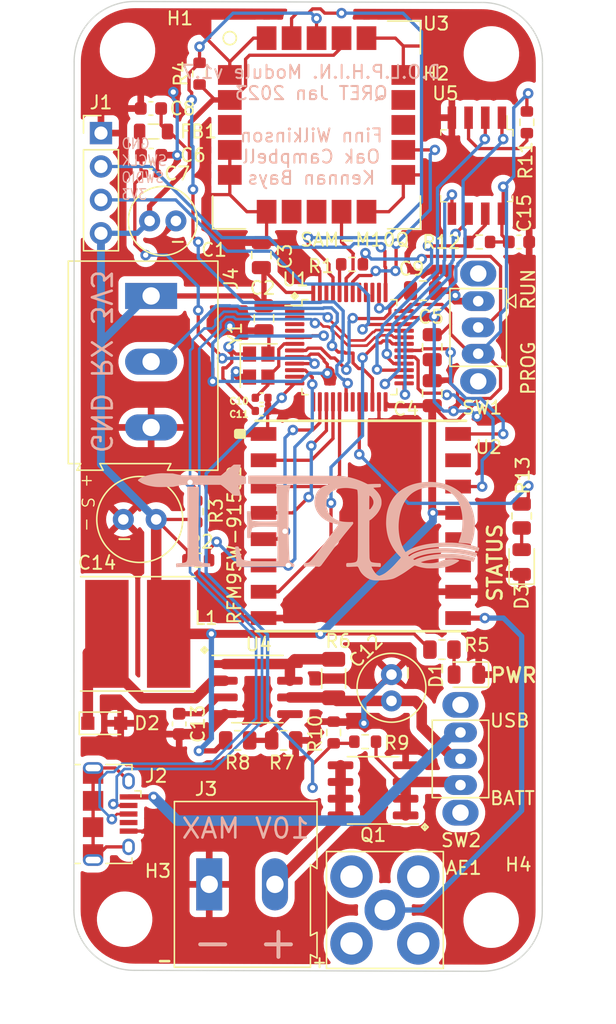
<source format=kicad_pcb>
(kicad_pcb (version 20211014) (generator pcbnew)
  (title_block (title "CALAMARI GPS") (date "2023-01-13") (rev "V1.3") (company "Queen's Rocket Engineering Team") (comment 1 "Contributors:  Oak Campbell, Finn Wilkinson"))
  (layers (0 "F.Cu" signal) (31 "B.Cu" signal) (34 "B.Paste" user) (35 "F.Paste" user) (36 "B.SilkS" user "B.Silkscreen") (37 "F.SilkS" user "F.Silkscreen") (38 "B.Mask" user) (39 "F.Mask" user) (44 "Edge.Cuts" user))
  (net 0 "")
  (net 1 "Net-(AE1-Pad1)")
  (net 2 "VDD")
  (net 3 "GND")
  (net 4 "+3.3VA")
  (net 5 "/NRST")
  (net 6 "RCC_OSC_OUT")
  (net 7 "RCC_OSC_IN")
  (net 8 "Net-(C13-Pad1)")
  (net 9 "Net-(D1-Pad2)")
  (net 10 "Net-(D2-Pad1)")
  (net 11 "SWCLK")
  (net 12 "SWDIO")
  (net 13 "/USB_VBUS")
  (net 14 "D-")
  (net 15 "D+")
  (net 17 "unconnected-(J2-Pad6)")
  (net 18 "ALT_RX")
  (net 19 "BOOT0")
  (net 20 "/SW_BOOT0")
  (net 21 "RST_RF")
  (net 22 "RST_GPS")
  (net 23 "Net-(R6-Pad1)")
  (net 24 "Net-(R7-Pad2)")
  (net 29 "V_BATT")
  (net 31 "NSS_RF")
  (net 32 "SCK_RF")
  (net 33 "Net-(D3-Pad2)")
  (net 34 "RESET_FL")
  (net 35 "MISO_RF")
  (net 37 "EXTINT_GPS")
  (net 38 "MOSI_RF")
  (net 39 "CS_FL")
  (net 40 "SCK_FL")
  (net 41 "DIO0")
  (net 42 "DIO2")
  (net 43 "DIO5")
  (net 44 "Net-(R11-Pad1)")
  (net 48 "SCL")
  (net 49 "SDA")
  (net 50 "MISO_FL")
  (net 60 "Net-(C12-Pad1)")
  (net 61 "Net-(J3-Pad2)")
  (net 62 "V_SENSE")
  (net 63 "MOSI_FL")
  (net 64 "Net-(R13-Pad1)")
  (footprint "TerminalBlock:TerminalBlock_Altech_AK300-3_P5.00mm" (layer "F.Cu") (at 130.815 93.505 -90)
    (fp_text reference "J4")
    (fp_text value "Screw_Terminal_01x03")
  )
  (footprint "QRET_GPS_Footprints:SOIC-8_W5.6mm" (layer "F.Cu") (at 155.6 83.6 180)
    (fp_text reference "U5")
    (fp_text value "W25Q32JVSSIQ_TR")
  )
  (footprint "MountingHole:MountingHole_3.2mm_M3" (layer "F.Cu") (at 128.8 140.9)
    (fp_text reference "H3")
    (fp_text value "MountingHole_3.2mm_M3")
  )
  (footprint "Package_SO:SOIC-8_3.9x4.9mm_P1.27mm" (layer "F.Cu") (at 138.9 123.4)
    (fp_text reference "U4")
    (fp_text value "MC34063ADR2G")
  )
  (footprint "Capacitor_SMD:C_0402_1005Metric" (layer "F.Cu") (at 139.22 101.25)
    (fp_text reference "C10")
    (fp_text value "8pf")
  )
  (footprint "Package_SO:SOIC-8_3.9x4.9mm_P1.27mm" (layer "F.Cu") (at 147.7 131.1 180)
    (fp_text reference "Q1")
    (fp_text value "AO4485")
  )
  (footprint "Resistor_SMD:R_0805_2012Metric" (layer "F.Cu") (at 159.004 110.236 -90)
    (fp_text reference "R13")
    (fp_text value "1k")
  )
  (footprint "Diode_SMD:D_SOD-323_HandSoldering" (layer "F.Cu") (at 127.25 126)
    (fp_text reference "D2")
    (fp_text value "1N5819WS")
  )
  (footprint "Capacitor_SMD:C_0805_2012Metric" (layer "F.Cu") (at 151.5 93.1)
    (fp_text reference "C9")
    (fp_text value "100nF")
  )
  (footprint "TerminalBlock:TerminalBlock_Altech_AK300-2_P5.00mm" (layer "F.Cu") (at 135.235 138.25)
    (fp_text reference "J3")
    (fp_text value "Battery (7.4V)")
  )
  (footprint "Resistor_SMD:R_0603_1608Metric" (layer "F.Cu") (at 134.5 76.6 90)
    (fp_text reference "R4")
    (fp_text value "10k")
  )
  (footprint "Capacitor_SMD:C_0603_1608Metric" (layer "F.Cu") (at 130.82 82.8)
    (fp_text reference "C6")
    (fp_text value "1uF")
  )
  (footprint "Resistor_SMD:R_0805_2012Metric" (layer "F.Cu") (at 152.937501 120.4)
    (fp_text reference "R5")
    (fp_text value "1k")
  )
  (footprint "Capacitor_SMD:C_0402_1005Metric" (layer "F.Cu") (at 139.22 102.25)
    (fp_text reference "C11")
    (fp_text value "8pf")
  )
  (footprint "LED_SMD:LED_0805_2012Metric" (layer "F.Cu") (at 154.8 122.3 180)
    (fp_text reference "D1")
    (fp_text value "PWR_LED")
  )
  (footprint "Resistor_SMD:R_0603_1608Metric" (layer "F.Cu") (at 155.775 89.4)
    (fp_text reference "R12")
    (fp_text value "10k")
  )
  (footprint "Capacitor_SMD:C_0402_1005Metric" (layer "F.Cu") (at 130.8 84.2)
    (fp_text reference "C7")
    (fp_text value "10nF")
  )
  (footprint "Resistor_SMD:R_0603_1608Metric" (layer "F.Cu") (at 159.4 80.3 90)
    (fp_text reference "R11")
    (fp_text value "10k")
  )
  (footprint "QRET_GPS_Footprints:SS-12D07-VG 4 NS GA PA" (layer "F.Cu") (at 154.3 128.7 90)
    (fp_text reference "SW2")
    (fp_text value "SUPPLY SWITCH")
  )
  (footprint "Resistor_SMD:R_0805_2012Metric" (layer "F.Cu") (at 137.4 127.3)
    (fp_text reference "R8")
    (fp_text value "5.9k")
  )
  (footprint "Resistor_SMD:R_0805_2012Metric" (layer "F.Cu") (at 140.9 127.3 180)
    (fp_text reference "R7")
    (fp_text value "3.6k")
  )
  (footprint "QRET_GPS_Footprints:RFM95W" (layer "F.Cu") (at 146.76905 111)
    (fp_text reference "U2")
    (fp_text value "RFM95W-915S2")
  )
  (footprint "Capacitor_THT:C_Radial_D5.0mm_H11.0mm_P2.00mm" (layer "F.Cu") (at 130.7 87.8)
    (fp_text reference "C1")
    (fp_text value "10uF")
  )
  (footprint "Resistor_SMD:R_0603_1608Metric" (layer "F.Cu") (at 134.25 109.9 -90)
    (fp_text reference "R3")
    (fp_text value "1k5")
  )
  (footprint "Inductor_SMD:L_TDK_VLP8040" (layer "F.Cu") (at 129.8 119.2)
    (fp_text reference "L1")
    (fp_text value "180uH")
  )
  (footprint "Capacitor_THT:C_Radial_D6.3mm_H5.0mm_P2.50mm" (layer "F.Cu") (at 131.2 110.5 180)
    (fp_text reference "C14")
    (fp_text value "470uF")
  )
  (footprint "Capacitor_SMD:C_0805_2012Metric" (layer "F.Cu") (at 139.4 95.2 -90)
    (fp_text reference "C2")
    (fp_text value "100nF")
  )
  (footprint "QRET_GPS_Footprints:U-blox_SAM-M8Q" (layer "F.Cu") (at 143.4 80.5)
    (fp_text reference "U3")
    (fp_text value "SAM-M10Q")
  )
  (footprint "Resistor_SMD:R_1206_3216Metric" (layer "F.Cu") (at 144.7 122.6 -90)
    (fp_text reference "R6")
    (fp_text value "0.2R")
  )
  (footprint "Capacitor_SMD:C_0603_1608Metric" (layer "F.Cu") (at 132.95 126.05 -90)
    (fp_text reference "C13")
    (fp_text value "560pF")
  )
  (footprint "QRET_GPS_Footprints:SS-12D07-VG 4 NS GA PA" (layer "F.Cu") (at 155.75 95.9 -90)
    (fp_text reference "SW1")
    (fp_text value "Boot Mode")
  )
  (footprint "Capacitor_THT:C_Radial_D5.0mm_H11.0mm_P2.00mm" (layer "F.Cu") (at 149.1 124.3 90)
    (fp_text reference "C12")
    (fp_text value "100uF")
  )
  (footprint "Resistor_SMD:R_0603_1608Metric" (layer "F.Cu") (at 134.4 113.6 180)
    (fp_text reference "R2")
    (fp_text value "10k")
  )
  (footprint "Crystal:Crystal_SMD_2520-4Pin_2.5x2.0mm" (layer "F.Cu") (at 139 98.8 -90)
    (fp_text reference "Y1")
    (fp_text value "7E16000E09UCG")
  )
  (footprint "Resistor_SMD:R_0603_1608Metric" (layer "F.Cu") (at 144.7 126.7 90)
    (fp_text reference "R10")
    (fp_text value "100k")
  )
  (footprint "Capacitor_SMD:C_0805_2012Metric" (layer "F.Cu") (at 139.2 90.4 90)
    (fp_text reference "C3")
    (fp_text value "100nF")
  )
  (footprint "Capacitor_SMD:C_0603_1608Metric" (layer "F.Cu") (at 130.8 79.25 180)
    (fp_text reference "C8")
    (fp_text value "1uF")
  )
  (footprint "Capacitor_SMD:C_0603_1608Metric" (layer "F.Cu") (at 158.8 89.4 180)
    (fp_text reference "C15")
    (fp_text value "100nF")
  )
  (footprint "Capacitor_SMD:C_0805_2012Metric" (layer "F.Cu") (at 152.2 97.4 -90)
    (fp_text reference "C5")
    (fp_text value "100nF")
  )
  (footprint "Resistor_SMD:R_0603_1608Metric" (layer "F.Cu") (at 147.1 127.4)
    (fp_text reference "R9")
    (fp_text value "200k")
  )
  (footprint "Capacitor_SMD:C_0805_2012Metric" (layer "F.Cu") (at 152.2 100.9 90)
    (fp_text reference "C4")
    (fp_text value "100nF")
  )
  (footprint "Connector_USB:USB_Micro-B_Amphenol_10118194_Horizontal" (layer "F.Cu") (at 127.7 132.9 -90)
    (fp_text reference "J2")
    (fp_text value "USB_B_Micro")
  )
  (footprint "MountingHole:MountingHole_3.2mm_M3" (layer "F.Cu") (at 129.0182 74.826608)
    (fp_text reference "H1")
    (fp_text value "MountingHole_3.2mm_M3")
  )
  (footprint "MountingHole:MountingHole_3.2mm_M3" (layer "F.Cu") (at 156.6818 140.973392)
    (fp_text reference "H4")
    (fp_text value "MountingHole_3.2mm_M3")
  )
  (footprint "QRET_GPS_Footprints:142-0701-301" (layer "F.Cu") (at 148.6 140.2)
    (fp_text reference "AE1")
    (fp_text value "KH-SMA-K513-G")
  )
  (footprint "Resistor_SMD:R_0603_1608Metric" (layer "F.Cu") (at 146.1 91.1)
    (fp_text reference "R1")
    (fp_text value "10k")
  )
  (footprint "Inductor_SMD:L_0805_2012Metric" (layer "F.Cu") (at 131 81 180)
    (fp_text reference "FB1")
    (fp_text value "100R")
  )
  (footprint "MountingHole:MountingHole_3.2mm_M3" (layer "F.Cu") (at 156.7 75.1)
    (fp_text reference "H2")
    (fp_text value "MountingHole_3.2mm_M3")
  )
  (footprint "LED_SMD:LED_0805_2012Metric" (layer "F.Cu") (at 159.004 113.736 90)
    (fp_text reference "D3")
    (fp_text value "STATUS_LED")
  )
  (footprint "Package_QFP:LQFP-48_7x7mm_P0.5mm" (layer "F.Cu") (at 145.9 97.4)
    (fp_text reference "U1")
    (fp_text value "STM32F103C8Tx")
  )
  (footprint "Connector_PinHeader_2.54mm:PinHeader_1x04_P2.54mm_Vertical" (layer "F.Cu") (at 127 81.12)
    (fp_text reference "J1")
    (fp_text value "Conn_01x04_Male")
  )
  (gr_poly (pts (xy 140.297831 107.879757) (xy 140.297478 107.880079) (xy 140.297209 107.880642) (xy 140.296922 107.882468) (xy 140.296957 107.885182) (xy 140.297302 107.888736) (xy 140.298873 107.898156) (xy 140.301536 107.910316) (xy 140.30519 107.924809) (xy 140.309739 107.941223) (xy 140.315079 107.959151) (xy 140.321115 107.978182) (xy 140.327535 107.998954) (xy 140.33398 108.021129) (xy 140.340276 108.04402) (xy 140.34625 108.06695) (xy 140.351728 108.089235) (xy 140.356536 108.110194) (xy 140.3605 108.129141) (xy 140.363448 108.1454) (xy 140.368525 108.228727) (xy 140.373898 108.403235) (xy 140.383556 108.925392) (xy 140.399431 110.036508) (xy 140.408956 110.597557) (xy 140.410016 110.629307) (xy 140.219515 110.642007) (xy 140.104136 110.647264) (xy 139.949145 110.65112) (xy 139.576577 110.654575) (xy 139.214329 110.652276) (xy 139.072235 110.648938) (xy 138.974914 110.644124) (xy 138.891976 110.637179) (xy 138.812659 110.629242) (xy 138.738798 110.620609) (xy 138.672231 110.61158) (xy 138.614791 110.602452) (xy 138.590068 110.597944) (xy 138.568316 110.593524) (xy 138.549763 110.589225) (xy 138.53464 110.585089) (xy 138.523175 110.581151) (xy 138.515598 110.577449) (xy 138.512949 110.575519) (xy 138.510174 110.573313) (xy 138.507301 110.570857) (xy 138.504353 110.568172) (xy 138.501356 110.565283) (xy 138.498334 110.562213) (xy 138.495312 110.558984) (xy 138.492314 110.555621) (xy 138.489367 110.552146) (xy 138.486494 110.548583) (xy 138.48372 110.544955) (xy 138.481069 110.541284) (xy 138.478568 110.537595) (xy 138.476241 110.533912) (xy 138.474112 110.530254) (xy 138.472206 110.52665) (xy 138.466319 110.514033) (xy 138.460579 110.49929) (xy 138.45501 110.48255) (xy 138.449634 110.463943) (xy 138.439557 110.421651) (xy 138.430535 110.373455) (xy 138.422752 110.320399) (xy 138.416396 110.263521) (xy 138.411652 110.203866) (xy 138.408707 110.142474) (xy 138.405349 110.052482) (xy 138.40346 110.016175) (xy 138.4011 109.985113) (xy 138.399665 109.971422) (xy 138.39802 109.958888) (xy 138.396132 109.947462) (xy 138.393972 109.937091) (xy 138.391508 109.927725) (xy 138.388711 109.919313) (xy 138.385545 109.911802) (xy 138.381983 109.905143) (xy 138.377994 109.899283) (xy 138.373546 109.894173) (xy 138.368607 109.88976) (xy 138.363148 109.885994) (xy 138.357138 109.882823) (xy 138.350543 109.880196) (xy 138.343336 109.878062) (xy 138.335483 109.876369) (xy 138.326954 109.875068) (xy 138.317718 109.874106) (xy 138.297002 109.872996) (xy 138.273086 109.87263) (xy 138.245724 109.872599) (xy 138.229157 109.872628) (xy 138.214305 109.872729) (xy 138.201044 109.872927) (xy 138.189251 109.873244) (xy 138.178803 109.873704) (xy 138.16958 109.87433) (xy 138.165387 109.874711) (xy 138.161456 109.875144) (xy 138.157767 109.875629) (xy 138.15431 109.876172) (xy 138.151065 109.876771) (xy 138.148019 109.877434) (xy 138.145158 109.878161) (xy 138.142463 109.878955) (xy 138.139921 109.87982) (xy 138.137517 109.880759) (xy 138.135235 109.881775) (xy 138.13306 109.882868) (xy 138.130976 109.884044) (xy 138.128968 109.885307) (xy 138.127022 109.886655) (xy 138.12512 109.888096) (xy 138.123249 109.88963) (xy 138.121393 109.891261) (xy 138.117665 109.894824) (xy 138.110651 109.902334) (xy 138.107817 109.906069) (xy 138.105411 109.910055) (xy 138.103421 109.914493) (xy 138.101833 109.919585) (xy 138.100632 109.92553) (xy 138.099806 109.932527) (xy 138.099338 109.940777) (xy 138.099216 109.950479) (xy 138.099954 109.975043) (xy 138.101907 110.007816) (xy 138.104964 110.0504) (xy 138.107892 110.108955) (xy 138.110123 110.168801) (xy 138.111364 110.222891) (xy 138.111519 110.245577) (xy 138.111314 110.264182) (xy 138.112008 110.317165) (xy 138.115284 110.403089) (xy 138.120541 110.510047) (xy 138.127189 110.626133) (xy 138.131755 110.706514) (xy 138.135143 110.774679) (xy 138.137365 110.833096) (xy 138.138434 110.884233) (xy 138.138362 110.930558) (xy 138.137162 110.97454) (xy 138.134844 111.018645) (xy 138.131423 111.065341) (xy 138.128751 111.103449) (xy 138.126313 111.152126) (xy 138.122294 111.273038) (xy 138.119665 111.411812) (xy 138.118722 111.552174) (xy 138.118646 111.683905) (xy 138.118911 111.736431) (xy 138.119698 111.780923) (xy 138.120364 111.80036) (xy 138.121248 111.818029) (xy 138.122384 111.834015) (xy 138.123801 111.848397) (xy 138.12553 111.861256) (xy 138.127599 111.872673) (xy 138.130037 111.882728) (xy 138.132878 111.891502) (xy 138.136149 111.899077) (xy 138.139883 111.905531) (xy 138.144105 111.910948) (xy 138.14885 111.915407) (xy 138.154146 111.91899) (xy 138.160022 111.921778) (xy 138.166511 111.92385) (xy 138.17364 111.925286) (xy 138.181441 111.92617) (xy 138.189944 111.926582) (xy 138.199176 111.926602) (xy 138.20917 111.92631) (xy 138.257364 111.923649) (xy 138.269298 111.923016) (xy 138.280501 111.922307) (xy 138.290988 111.921521) (xy 138.300772 111.920656) (xy 138.309868 111.91971) (xy 138.31829 111.918682) (xy 138.326052 111.91757) (xy 138.333167 111.916373) (xy 138.33965 111.91509) (xy 138.345514 111.913717) (xy 138.350774 111.912256) (xy 138.355442 111.910701) (xy 138.359534 111.909055) (xy 138.363063 111.907314) (xy 138.364622 111.906407) (xy 138.366044 111.905477) (xy 138.367332 111.904521) (xy 138.368489 111.903541) (xy 138.371396 111.899894) (xy 138.37418 111.895203) (xy 138.376868 111.889314) (xy 138.379486 111.882076) (xy 138.384619 111.862948) (xy 138.38979 111.836602) (xy 138.395206 111.801821) (xy 138.401084 111.757392) (xy 138.415057 111.634724) (xy 138.423557 111.563058) (xy 138.433644 111.491006) (xy 138.444822 111.421063) (xy 138.456596 111.355721) (xy 138.468469 111.297473) (xy 138.479946 111.248814) (xy 138.485379 111.228857) (xy 138.490528 111.212233) (xy 138.49533 111.199251) (xy 138.499723 111.190224) (xy 138.505998 111.180979) (xy 138.512969 111.172274) (xy 138.520708 111.164077) (xy 138.52929 111.156357) (xy 138.53879 111.149085) (xy 138.549283 111.142228) (xy 138.560842 111.135754) (xy 138.573541 111.129634) (xy 138.587457 111.123837) (xy 138.602663 111.118333) (xy 138.619232 111.113086) (xy 138.63724 111.108072) (xy 138.656761 111.103253) (xy 138.67787 111.098604) (xy 138.70064 111.09409) (xy 138.725148 111.089682) (xy 138.808413 111.076803) (xy 138.894779 111.066615) (xy 138.989133 111.058931) (xy 139.096358 111.053567) (xy 139.221345 111.050336) (xy 139.368978 111.049052) (xy 139.75173 111.051582) (xy 139.974412 111.05446) (xy 140.163952 111.057932) (xy 140.300312 111.061405) (xy 140.342285 111.062956) (xy 140.363447 111.064283) (xy 140.413191 111.070633) (xy 140.421656 111.235732) (xy 140.427709 111.661314) (xy 140.4288 112.409953) (xy 140.425526 113.151448) (xy 140.418482 113.5556) (xy 140.410016 113.677308) (xy 139.47339 113.676249) (xy 139.08566 113.675724) (xy 138.779388 113.673636) (xy 138.652551 113.671766) (xy 138.540982 113.669217) (xy 138.442981 113.665893) (xy 138.356848 113.661697) (xy 138.280887 113.656534) (xy 138.213395 113.650307) (xy 138.152675 113.642922) (xy 138.097027 113.634279) (xy 138.044753 113.624286) (xy 137.994154 113.612844) (xy 137.943529 113.599858) (xy 137.891182 113.585232) (xy 137.866379 113.577835) (xy 137.843868 113.570643) (xy 137.823514 113.563545) (xy 137.805176 113.556426) (xy 137.788716 113.54917) (xy 137.781148 113.545455) (xy 137.773999 113.541663) (xy 137.767249 113.537779) (xy 137.760883 113.53379) (xy 137.754885 113.529681) (xy 137.749234 113.525437) (xy 137.743914 113.521044) (xy 137.73891 113.516488) (xy 137.734203 113.511755) (xy 137.729776 113.50683) (xy 137.725611 113.501698) (xy 137.721693 113.496345) (xy 137.718002 113.490758) (xy 137.714523 113.484923) (xy 137.711236 113.478823) (xy 137.708128 113.472445) (xy 137.705178 113.465776) (xy 137.70237 113.458799) (xy 137.697112 113.443869) (xy 137.692215 113.427541) (xy 137.65719 113.299367) (xy 137.614427 113.132398) (xy 137.571664 112.957691) (xy 137.536639 112.8063) (xy 137.529 112.772323) (xy 137.521899 112.741706) (xy 137.515262 112.71426) (xy 137.509007 112.6898) (xy 137.503057 112.668137) (xy 137.500171 112.658294) (xy 137.497332 112.649082) (xy 137.494527 112.640473) (xy 137.491751 112.632447) (xy 137.488991 112.624981) (xy 137.486237 112.618049) (xy 137.48348 112.611628) (xy 137.480711 112.605695) (xy 137.477919 112.600227) (xy 137.475093 112.595201) (xy 137.472227 112.590593) (xy 137.469306 112.586378) (xy 137.466323 112.582534) (xy 137.463268 112.579038) (xy 137.460132 112.575866) (xy 137.456902 112.572995) (xy 137.45357 112.570401) (xy 137.450127 112.56806) (xy 137.446564 112.565951) (xy 137.442866 112.564046) (xy 137.439029 112.562326) (xy 137.43504 112.560766) (xy 137.427388 112.558348) (xy 137.418079 112.556253) (xy 137.407342 112.554486) (xy 137.395401 112.553043) (xy 137.382488 112.55193) (xy 137.368829 112.551148) (xy 137.354653 112.550697) (xy 137.340186 112.550579) (xy 137.325658 112.550797) (xy 137.311295 112.55135) (xy 137.297326 112.552242) (xy 137.283979 112.553473) (xy 137.271481 112.555045) (xy 137.260061 112.55696) (xy 137.249948 112.55922) (xy 137.241365 112.561825) (xy 137.233684 112.564722) (xy 137.226898 112.56794) (xy 137.220982 112.571602) (xy 137.215915 112.57583) (xy 137.211673 112.580746) (xy 137.209855 112.583502) (xy 137.208232 112.586474) (xy 137.205569 112.593134) (xy 137.203661 112.60085) (xy 137.202486 112.609744) (xy 137.202018 112.61994) (xy 137.202236 112.631557) (xy 137.203116 112.644721) (xy 137.204634 112.659554) (xy 137.206768 112.676175) (xy 137.21279 112.715282) (xy 137.227112 112.807175) (xy 137.232621 112.848242) (xy 137.237662 112.892421) (xy 137.248212 113.009218) (xy 137.26253 113.195766) (xy 137.271295 113.331497) (xy 137.279464 113.486278) (xy 137.286046 113.641059) (xy 137.290047 113.776791) (xy 137.292332 113.896992) (xy 137.293609 113.944848) (xy 137.295422 113.985332) (xy 137.29811 114.019038) (xy 137.299888 114.033535) (xy 137.30201 114.04656) (xy 137.304519 114.058188) (xy 137.307456 114.068492) (xy 137.310864 114.077548) (xy 137.314786 114.085428) (xy 137.319262 114.092207) (xy 137.324336 114.097959) (xy 137.330049 114.10276) (xy 137.336442 114.106683) (xy 137.343559 114.109802) (xy 137.351441 114.112192) (xy 137.360131 114.113924) (xy 137.369671 114.115077) (xy 137.380101 114.115723) (xy 137.391464 114.115936) (xy 137.417161 114.11536) (xy 137.481605 114.112282) (xy 138.743008 114.093366) (xy 140.457641 114.081592) (xy 140.728731 114.081522) (xy 140.952147 114.082219) (xy 141.133691 114.083861) (xy 141.279171 114.086618) (xy 141.394388 114.090665) (xy 141.48515 114.096176) (xy 141.523171 114.099534) (xy 141.557256 114.103324) (xy 141.588129 114.107566) (xy 141.616515 114.112282) (xy 141.624798 114.113285) (xy 141.632772 114.113346) (xy 141.640425 114.11251) (xy 141.647748 114.110821) (xy 141.654728 114.108323) (xy 141.661353 114.105063) (xy 141.667615 114.10108) (xy 141.673499 114.096425) (xy 141.678996 114.091136) (xy 141.684094 114.085263) (xy 141.688782 114.078845) (xy 141.693049 114.071931) (xy 141.696883 114.064563) (xy 141.700274 114.056786) (xy 141.703209 114.048645) (xy 141.705679 114.040183) (xy 141.707671 114.031446) (xy 141.709174 114.022477) (xy 141.710177 114.01332) (xy 141.710669 114.00402) (xy 141.710638 113.994622) (xy 141.710075 113.98517) (xy 141.708964 113.975708) (xy 141.707299 113.966283) (xy 141.705067 113.956934) (xy 141.702255 113.947709) (xy 141.698854 113.938653) (xy 141.694851 113.929808) (xy 141.690237 113.92122) (xy 141.684998 113.912935) (xy 141.679125 113.904992) (xy 141.672606 113.89744) (xy 141.669739 113.894458) (xy 141.665948 113.891088) (xy 141.661297 113.887369) (xy 141.655854 113.883335) (xy 141.642859 113.874465) (xy 141.627495 113.864765) (xy 141.610295 113.854518) (xy 141.591793 113.844011) (xy 141.572522 113.833529) (xy 141.553016 113.823358) (xy 141.484335 113.787651) (xy 141.456356 113.771497) (xy 141.432199 113.755591) (xy 141.411553 113.739278) (xy 141.402448 113.730761) (xy 141.394103 113.721894) (xy 141.38648 113.712595) (xy 141.379537 113.70278) (xy 141.373238 113.692368) (xy 141.367542 113.681276) (xy 141.362411 113.669421) (xy 141.357803 113.656721) (xy 141.350009 113.628456) (xy 141.343846 113.595816) (xy 141.338999 113.558146) (xy 141.335158 113.514782) (xy 141.332008 113.465066) (xy 141.326531 113.343932) (xy 141.316874 113.122344) (xy 141.309598 112.968224) (xy 141.302454 112.773888) (xy 141.293723 112.454933) (xy 141.283404 112.089146) (xy 141.277352 111.917514) (xy 141.271498 111.782891) (xy 141.265727 111.26439) (xy 141.266603 110.363799) (xy 141.272837 109.413398) (xy 141.283139 108.745474) (xy 141.286974 108.627734) (xy 141.291788 108.529243) (xy 141.294777 108.485698) (xy 141.298264 108.445139) (xy 141.302339 108.406963) (xy 141.307085 108.370559) (xy 141.312587 108.335322) (xy 141.318931 108.300643) (xy 141.326202 108.265915) (xy 141.334485 108.230529) (xy 141.343867 108.193878) (xy 141.35443 108.155354) (xy 141.379448 108.070258) (xy 141.391807 108.027585) (xy 141.401922 107.991412) (xy 141.406148 107.975653) (xy 141.409827 107.961389) (xy 141.412964 107.948577) (xy 141.415563 107.937172) (xy 141.417629 107.927131) (xy 141.419166 107.918411) (xy 141.420179 107.910969) (xy 141.420673 107.90476) (xy 141.420727 107.902105) (xy 141.420652 107.899742) (xy 141.42045 107.897666) (xy 141.420121 107.895872) (xy 141.419666 107.894353) (xy 141.419085 107.893105) (xy 141.41838 107.892123) (xy 141.417549 107.891399) (xy 140.859807 107.88399) (xy 140.465312 107.880286) (xy 140.343968 107.879526)) (layer "B.SilkS") (width 0) (fill solid))
  (gr_poly (pts (xy 139.177599 107.156632) (xy 138.854776 107.157494) (xy 138.612891 107.158629) (xy 138.51867 107.159358) (xy 138.440323 107.160223) (xy 138.376401 107.161251) (xy 138.325451 107.162461) (xy 138.286019 107.163881) (xy 138.256653 107.165531) (xy 138.235901 107.167436) (xy 138.228301 107.168491) (xy 138.222309 107.169618) (xy 138.217744 107.17082) (xy 138.214425 107.1721) (xy 138.21217 107.173462) (xy 138.210798 107.174908) (xy 138.209086 107.178006) (xy 138.207519 107.182972) (xy 138.204811 107.198736) (xy 138.202649 107.222662) (xy 138.201008 107.255208) (xy 138.199863 107.296833) (xy 138.19919 107.347995) (xy 138.199155 107.480767) (xy 138.199359 107.531292) (xy 138.199595 107.575608) (xy 138.199897 107.614155) (xy 138.200296 107.64737) (xy 138.200543 107.662116) (xy 138.200827 107.675693) (xy 138.201149 107.688157) (xy 138.201518 107.699561) (xy 138.201935 107.709963) (xy 138.202405 107.719415) (xy 138.202933 107.727973) (xy 138.203521 107.735692) (xy 138.204174 107.742627) (xy 138.204897 107.74883) (xy 138.205693 107.75436) (xy 138.206566 107.75927) (xy 138.207032 107.761511) (xy 138.20752 107.763615) (xy 138.208029 107.765594) (xy 138.20856 107.76745) (xy 138.209113 107.769193) (xy 138.20969 107.77083) (xy 138.210289 107.772365) (xy 138.210914 107.773809) (xy 138.211561 107.775164) (xy 138.212233 107.776441) (xy 138.212932 107.777645) (xy 138.213656 107.778783) (xy 138.214407 107.779862) (xy 138.215184 107.780889) (xy 138.216823 107.782814) (xy 138.218575 107.784613) (xy 138.220445 107.786341) (xy 138.222437 107.78805) (xy 138.224556 107.789799) (xy 138.243019 107.795783) (xy 138.303005 107.800366) (xy 138.675141 107.806071) (xy 141.32124 107.808849) (xy 143.492278 107.811495) (xy 144.154183 107.814207) (xy 144.398873 107.817316) (xy 144.398971 107.817861) (xy 144.398676 107.818503) (xy 144.39694 107.820061) (xy 144.393745 107.821966) (xy 144.389166 107.824195) (xy 144.376158 107.82952) (xy 144.358525 107.835836) (xy 144.336872 107.842948) (xy 144.311807 107.850654) (xy 144.283942 107.858756) (xy 144.253881 107.867058) (xy 144.209267 107.879254) (xy 144.167342 107.891311) (xy 144.127866 107.903332) (xy 144.0906 107.915427) (xy 144.055307 107.927701) (xy 144.021746 107.940262) (xy 143.989681 107.953217) (xy 143.958871 107.966674) (xy 143.929078 107.980736) (xy 143.900063 107.995514) (xy 143.871588 108.011114) (xy 143.843413 108.027643) (xy 143.8153 108.045207) (xy 143.787011 108.063913) (xy 143.758306 108.08387) (xy 143.728949 108.105182) (xy 143.692791 108.133365) (xy 143.657766 108.163101) (xy 143.623921 108.194341) (xy 143.591298 108.227023) (xy 143.55994 108.261095) (xy 143.52989 108.296501) (xy 143.501192 108.333185) (xy 143.473889 108.371088) (xy 143.448025 108.410159) (xy 143.423643 108.450339) (xy 143.400787 108.491574) (xy 143.379499 108.533808) (xy 143.359824 108.576983) (xy 143.341804 108.621046) (xy 143.325485 108.665939) (xy 143.310906 108.711608) (xy 143.291484 108.781345) (xy 143.275278 108.851196) (xy 143.262286 108.921078) (xy 143.252499 108.990908) (xy 143.245913 109.060602) (xy 143.242521 109.130076) (xy 143.242314 109.199244) (xy 143.245289 109.268026) (xy 143.251441 109.336337) (xy 143.260759 109.404092) (xy 143.273241 109.471209) (xy 143.28888 109.537603) (xy 143.307668 109.603192) (xy 143.329601 109.66789) (xy 143.354671 109.731616) (xy 143.382874 109.794282) (xy 143.424217 109.874844) (xy 143.469596 109.952954) (xy 143.518904 110.028514) (xy 143.572034 110.10143) (xy 143.628877 110.171606) (xy 143.689328 110.238943) (xy 143.75328 110.303348) (xy 143.820626 110.364724) (xy 143.891259 110.422974) (xy 143.965071 110.478004) (xy 144.041954 110.529714) (xy 144.121804 110.578011) (xy 144.204513 110.622799) (xy 144.289974 110.66398) (xy 144.37808 110.701459) (xy 144.468723 110.735141) (xy 144.520482 110.751882) (xy 144.589109 110.772431) (xy 144.752356 110.818352) (xy 144.909254 110.85971) (xy 144.969942 110.874553) (xy 145.010589 110.883307) (xy 145.014703 110.883938) (xy 145.018698 110.884636) (xy 145.022554 110.885393) (xy 145.026249 110.886201) (xy 145.029765 110.887052) (xy 145.033081 110.88794) (xy 145.036178 110.888855) (xy 145.039032 110.88979) (xy 145.041627 110.890738) (xy 145.043941 110.891689) (xy 145.045955 110.892638) (xy 145.046843 110.893109) (xy 145.047648 110.893577) (xy 145.048367 110.89404) (xy 145.049 110.894497) (xy 145.049541 110.894946) (xy 145.049989 110.89539) (xy 145.050343 110.895824) (xy 145.050599 110.896249) (xy 145.050755 110.896664) (xy 145.050806 110.897067) (xy 145.045932 110.908544) (xy 145.029077 110.934918) (xy 144.946031 111.050656) (xy 144.774879 111.280893) (xy 144.488832 111.662241) (xy 143.935093 112.398197) (xy 143.557763 112.896919) (xy 143.318149 113.20931) (xy 143.237895 113.311535) (xy 143.177557 113.386267) (xy 143.123426 113.451901) (xy 143.074511 113.510196) (xy 143.030177 113.561606) (xy 142.989785 113.606581) (xy 142.952698 113.645572) (xy 142.918279 113.679029) (xy 142.901871 113.693825) (xy 142.885891 113.707405) (xy 142.870259 113.719828) (xy 142.854897 113.73115) (xy 142.839724 113.741427) (xy 142.824659 113.750716) (xy 142.809624 113.759072) (xy 142.79454 113.766553) (xy 142.779327 113.773214) (xy 142.763904 113.779112) (xy 142.748194 113.784305) (xy 142.732113 113.788846) (xy 142.715585 113.792794) (xy 142.69853 113.796204) (xy 142.662517 113.801639) (xy 142.623438 113.805601) (xy 142.580656 113.808541) (xy 142.528616 113.811922) (xy 142.507581 113.813808) (xy 142.489574 113.816132) (xy 142.481634 113.817527) (xy 142.474369 113.819118) (xy 142.467747 113.820931) (xy 142.461742 113.822996) (xy 142.456327 113.82534) (xy 142.451473 113.827993) (xy 142.447152 113.830984) (xy 142.443336 113.834338) (xy 142.439999 113.838086) (xy 142.437111 113.842258) (xy 142.434645 113.846879) (xy 142.432572 113.85198) (xy 142.430865 113.857589) (xy 142.429496 113.863733) (xy 142.428437 113.870444) (xy 142.427661 113.877746) (xy 142.426842 113.894245) (xy 142.426817 113.913458) (xy 142.428256 113.960941) (xy 142.4291 113.984482) (xy 142.43015 114.005205) (xy 142.431558 114.023267) (xy 142.433482 114.038828) (xy 142.434686 114.045719) (xy 142.436075 114.052044) (xy 142.437671 114.057822) (xy 142.439492 114.063074) (xy 142.441559 114.067819) (xy 142.44389 114.072077) (xy 142.446505 114.075867) (xy 142.449423 114.079211) (xy 142.452663 114.082124) (xy 142.456245 114.084631) (xy 142.460188 114.086749) (xy 142.464512 114.088499) (xy 142.469236 114.0899) (xy 142.474378 114.090971) (xy 142.479961 114.091734) (xy 142.486001 114.092207) (xy 142.492519 114.09241) (xy 142.499533 114.092364) (xy 142.51513 114.091599) (xy 142.532947 114.090073) (xy 142.55314 114.087941) (xy 142.629409 114.083265) (xy 142.743788 114.080302) (xy 142.882999 114.078975) (xy 143.033755 114.079209) (xy 143.182775 114.080933) (xy 143.316776 114.084071) (xy 143.422475 114.088549) (xy 143.486589 114.094292) (xy 143.515126 114.098798) (xy 143.527217 114.100551) (xy 143.538067 114.101965) (xy 143.547832 114.10303) (xy 143.556668 114.103741) (xy 143.564733 114.104094) (xy 143.572182 114.10408) (xy 143.579172 114.103695) (xy 143.585859 114.102931) (xy 143.592401 114.101784) (xy 143.598954 114.100244) (xy 143.605676 114.098308) (xy 143.612719 114.095969) (xy 143.620244 114.093221) (xy 143.628406 114.090057) (xy 143.639495 114.085568) (xy 143.65053 114.080437) (xy 143.661515 114.074668) (xy 143.672444 114.068263) (xy 143.683316 114.061225) (xy 143.694132 114.053557) (xy 143.70489 114.045264) (xy 143.715586 114.036347) (xy 143.726221 114.026811) (xy 143.736792 114.016657) (xy 143.747298 114.005889) (xy 143.757738 113.99451) (xy 143.768109 113.982524) (xy 143.778411 113.969934) (xy 143.788641 113.95674) (xy 143.798799 113.942949) (xy 144.203082 113.39685) (xy 144.52455 112.962139) (xy 144.784106 112.608392) (xy 145.059471 112.237461) (xy 145.19316 112.062247) (xy 145.32809 111.888856) (xy 145.467187 111.713531) (xy 145.613376 111.532513) (xy 145.938748 111.138366) (xy 146.029593 111.029384) (xy 146.066031 110.985331) (xy 146.096985 110.947353) (xy 146.122836 110.914789) (xy 146.133966 110.90033) (xy 146.143964 110.886976) (xy 146.152874 110.874645) (xy 146.160746 110.863254) (xy 146.167628 110.852719) (xy 146.173565 110.842958) (xy 146.178607 110.833889) (xy 146.1828 110.825429) (xy 146.186192 110.817495) (xy 146.188832 110.810004) (xy 146.190763 110.802872) (xy 146.192036 110.796019) (xy 146.192699 110.789361) (xy 146.192797 110.782815) (xy 146.19238 110.776299) (xy 146.191493 110.769729) (xy 146.190185 110.763023) (xy 146.188504 110.756099) (xy 146.184209 110.741262) (xy 146.178989 110.724557) (xy 146.177051 110.718153) (xy 146.17518 110.712411) (xy 146.17335 110.707303) (xy 146.171531 110.702795) (xy 146.170617 110.700758) (xy 146.169694 110.698859) (xy 146.16876 110.697096) (xy 146.167809 110.695462) (xy 146.166839 110.693957) (xy 146.165846 110.692574) (xy 146.164826 110.691309) (xy 146.163776 110.690162) (xy 146.162692 110.689125) (xy 146.161571 110.688197) (xy 146.160406 110.687372) (xy 146.159197 110.686648) (xy 146.15794 110.68602) (xy 146.15663 110.685483) (xy 146.155265 110.685035) (xy 146.153837 110.684671) (xy 146.152348 110.684389) (xy 146.150791 110.684183) (xy 146.149163 110.684049) (xy 146.14746 110.683985) (xy 146.14568 110.683986) (xy 146.143817 110.684049) (xy 146.139831 110.684342) (xy 146.051833 110.691012) (xy 145.952374 110.694444) (xy 145.845375 110.694778) (xy 145.734754 110.692146) (xy 145.624431 110.686687) (xy 145.518325 110.678536) (xy 145.420356 110.667831) (xy 145.334439 110.654707) (xy 145.275337 110.643133) (xy 145.216776 110.629486) (xy 145.158876 110.613821) (xy 145.101755 110.596201) (xy 145.045533 110.576685) (xy 144.99033 110.555328) (xy 144.936265 110.532191) (xy 144.883457 110.507334) (xy 144.832027 110.480816) (xy 144.782091 110.452694) (xy 144.733771 110.423028) (xy 144.687186 110.391877) (xy 144.642456 110.359301) (xy 144.599698 110.325355) (xy 144.559033 110.290102) (xy 144.520581 110.253599) (xy 144.486767 110.219049) (xy 144.454755 110.183622) (xy 144.424515 110.147257) (xy 144.396013 110.109897) (xy 144.369215 110.071484) (xy 144.344089 110.031958) (xy 144.320605 109.991258) (xy 144.298728 109.949328) (xy 144.278426 109.906108) (xy 144.259667 109.86154) (xy 144.242418 109.815565) (xy 144.226646 109.768122) (xy 144.212318 109.719154) (xy 144.199404 109.668601) (xy 144.187869 109.616405) (xy 144.177681 109.562507) (xy 144.167974 109.499317) (xy 144.160668 109.437158) (xy 144.155746 109.376062) (xy 144.153193 109.316056) (xy 144.152991 109.25717) (xy 144.155123 109.199433) (xy 144.159571 109.14287) (xy 144.166322 109.087514) (xy 144.175354 109.033392) (xy 144.186654 108.980533) (xy 144.200203 108.928965) (xy 144.215986 108.878717) (xy 144.233985 108.829818) (xy 144.254183 108.782296) (xy 144.276563 108.73618) (xy 144.30111 108.691499) (xy 144.327804 108.648283) (xy 144.356632 108.606556) (xy 144.387573 108.566352) (xy 144.420612 108.527697) (xy 144.455733 108.49062) (xy 144.492919 108.455151) (xy 144.532152 108.421316) (xy 144.573415 108.389146) (xy 144.616694 108.358669) (xy 144.661967 108.329914) (xy 144.709222 108.302909) (xy 144.758439 108.277682) (xy 144.809604 108.254264) (xy 144.862697 108.232681) (xy 144.917704 108.212964) (xy 144.974606 108.195142) (xy 145.020081 108.182505) (xy 145.067094 108.170805) (xy 145.115473 108.160057) (xy 145.16504 108.150277) (xy 145.267053 108.133693) (xy 145.371746 108.121189) (xy 145.477728 108.112903) (xy 145.583611 108.108969) (xy 145.688006 108.109525) (xy 145.739211 108.111529) (xy 145.789523 108.114707) (xy 145.841517 108.118949) (xy 145.895809 108.124438) (xy 146.008384 108.13857) (xy 146.121428 108.155952) (xy 146.229128 108.175429) (xy 146.325667 108.19585) (xy 146.367931 108.206053) (xy 146.405225 108.216059) (xy 146.43682 108.225724) (xy 146.461988 108.234905) (xy 146.480005 108.243456) (xy 146.486102 108.247449) (xy 146.49014 108.251232) (xy 146.49407 108.257726) (xy 146.497921 108.267661) (xy 146.505353 108.297734) (xy 146.51239 108.3412) (xy 146.518979 108.397811) (xy 146.525073 108.467322) (xy 146.530622 108.549484) (xy 146.535573 108.644049) (xy 146.539881 108.750766) (xy 146.546777 109.593695) (xy 146.547422 111.105557) (xy 146.542709 112.580113) (xy 146.533531 113.311124) (xy 146.528478 113.363218) (xy 146.522865 113.412162) (xy 146.516732 113.457683) (xy 146.510116 113.499507) (xy 146.503051 113.537363) (xy 146.49558 113.570978) (xy 146.491702 113.586109) (xy 146.487736 113.600079) (xy 146.483685 113.61285) (xy 146.479556 113.624391) (xy 146.475756 113.6337) (xy 146.471133 113.642947) (xy 146.465731 113.652098) (xy 146.459596 113.661118) (xy 146.452773 113.669971) (xy 146.445307 113.67862) (xy 146.437242 113.687031) (xy 146.428624 113.695167) (xy 146.419497 113.702993) (xy 146.409906 113.710474) (xy 146.399897 113.717572) (xy 146.389516 113.724254) (xy 146.378804 113.730484) (xy 146.36781 113.736226) (xy 146.356575 113.741442) (xy 146.345148 113.746099) (xy 146.327659 113.752044) (xy 146.306788 113.757943) (xy 146.256347 113.769415) (xy 146.196729 113.780143) (xy 146.130835 113.789755) (xy 146.061568 113.79788) (xy 145.99183 113.804142) (xy 145.924523 113.808173) (xy 145.862549 113.809599) (xy 145.827767 113.80973) (xy 145.797072 113.81025) (xy 145.77021 113.81135) (xy 145.746925 113.81322) (xy 145.736545 113.814504) (xy 145.726965 113.816052) (xy 145.718152 113.817888) (xy 145.710074 113.820036) (xy 145.702701 113.82252) (xy 145.695998 113.825362) (xy 145.689937 113.828588) (xy 145.684483 113.832221) (xy 145.679607 113.836286) (xy 145.675276 113.840805) (xy 145.671457 113.845802) (xy 145.668121 113.851302) (xy 145.665233 113.857328) (xy 145.662764 113.863905) (xy 145.66068 113.871056) (xy 145.658951 113.878804) (xy 145.657544 113.887175) (xy 145.656428 113.89619) (xy 145.654941 113.916253) (xy 145.654235 113.939185) (xy 145.654056 113.965175) (xy 145.654821 114.016239) (xy 145.656471 114.03691) (xy 145.659579 114.054605) (xy 145.661826 114.062396) (xy 145.664611 114.069519) (xy 145.667992 114.075998) (xy 145.672027 114.081857) (xy 145.676774 114.087118) (xy 145.68229 114.09181) (xy 145.688633 114.095957) (xy 145.695862 114.099584) (xy 145.704031 114.102712) (xy 145.713203 114.10537) (xy 145.734775 114.109372) (xy 145.761043 114.111786) (xy 145.792467 114.112812) (xy 145.829509 114.112646) (xy 145.872631 114.111489) (xy 145.978965 114.106993) (xy 146.364198 114.089) (xy 146.508132 114.082649) (xy 146.545173 114.115458) (xy 146.550138 114.120077) (xy 146.555121 114.125231) (xy 146.56014 114.130954) (xy 146.565215 114.137285) (xy 146.570365 114.144262) (xy 146.575608 114.15192) (xy 146.580963 114.160298) (xy 146.586448 114.169433) (xy 146.597883 114.19012) (xy 146.610062 114.214281) (xy 146.623134 114.24221) (xy 146.637248 114.274208) (xy 146.652006 114.307104) (xy 146.666964 114.338793) (xy 146.682194 114.369382) (xy 146.697771 114.398975) (xy 146.713771 114.427684) (xy 146.730265 114.45561) (xy 146.747331 114.482865) (xy 146.765042 114.509554) (xy 146.783472 114.535785) (xy 146.802696 114.561663) (xy 146.822787 114.587296) (xy 146.843821 114.612791) (xy 146.865874 114.638256) (xy 146.889015 114.663796) (xy 146.913325 114.68952) (xy 146.938873 114.715533) (xy 146.98926 114.763726) (xy 147.040793 114.809081) (xy 147.093452 114.851587) (xy 147.147216 114.891232) (xy 147.202065 114.928006) (xy 147.257979 114.9619) (xy 147.314938 114.992898) (xy 147.372922 115.020994) (xy 147.43191 115.046175) (xy 147.491883 115.068431) (xy 147.55282 115.087751) (xy 147.614702 115.104123) (xy 147.677507 115.117537) (xy 147.741217 115.127984) (xy 147.805809 115.135449) (xy 147.871266 115.139925) (xy 147.948132 115.141377) (xy 148.05262 115.140437) (xy 148.306901 115.132914) (xy 148.559 115.120428) (xy 148.66076 115.113287) (xy 148.733807 115.106058) (xy 148.792449 115.097814) (xy 148.856871 115.087735) (xy 148.924121 115.076366) (xy 148.991246 115.064254) (xy 149.055296 115.051943) (xy 149.113318 115.039978) (xy 149.162361 115.028907) (xy 149.199473 115.019274) (xy 149.238673 115.006992) (xy 149.281097 114.99146) (xy 149.327093 114.972506) (xy 149.377008 114.949953) (xy 149.43119 114.923631) (xy 149.489985 114.893365) (xy 149.553743 114.858983) (xy 149.622806 114.820307) (xy 149.755175 114.745013) (xy 149.872523 114.676341) (xy 149.980273 114.610795) (xy 150.083843 114.544876) (xy 150.188653 114.475089) (xy 150.300123 114.397933) (xy 150.423673 114.309913) (xy 150.564724 114.207532) (xy 150.64372 114.149849) (xy 150.677095 114.125701) (xy 150.706755 114.104444) (xy 150.732973 114.085904) (xy 150.756023 114.069904) (xy 150.77618 114.056267) (xy 150.79372 114.044814) (xy 150.808915 114.035371) (xy 150.822041 114.027762) (xy 150.827913 114.024588) (xy 150.833371 114.021806) (xy 150.838449 114.019394) (xy 150.84318 114.01733) (xy 150.847601 114.015592) (xy 150.851743 114.014158) (xy 150.855643 114.013003) (xy 150.859336 114.01211) (xy 150.862851 114.011452) (xy 150.866228 114.01101) (xy 150.8695 114.010761) (xy 150.872698 114.010684) (xy 150.877423 114.010903) (xy 150.883211 114.01155) (xy 150.897669 114.01404) (xy 150.915449 114.017994) (xy 150.935934 114.02325) (xy 150.958502 114.029648) (xy 150.982533 114.037025) (xy 151.007409 114.045222) (xy 151.032506 114.054074) (xy 151.109828 114.079863) (xy 151.193885 114.104609) (xy 151.283077 114.127968) (xy 151.375803 114.149588) (xy 151.470464 114.169126) (xy 151.56546 114.186233) (xy 151.65919 114.200562) (xy 151.750056 114.211766) (xy 151.824833 114.216834) (xy 151.927575 114.220166) (xy 152.049741 114.221812) (xy 152.182782 114.22182) (xy 152.318156 114.220242) (xy 152.447316 114.217123) (xy 152.561717 114.212518) (xy 152.652814 114.206474) (xy 152.743399 114.197821) (xy 152.830744 114.188099) (xy 152.915054 114.177252) (xy 152.996541 114.165232) (xy 153.075411 114.151985) (xy 153.151872 114.137455) (xy 153.226132 114.121593) (xy 153.298399 114.104346) (xy 153.368878 114.085659) (xy 153.437781 114.06548) (xy 153.505311 114.043759) (xy 153.57168 114.02044) (xy 153.637094 113.99547) (xy 153.701759 113.9688) (xy 153.765886 113.940374) (xy 153.829681 113.910141) (xy 153.877428 113.885607) (xy 153.929479 113.85734) (xy 153.983589 113.826668) (xy 154.037513 113.794916) (xy 154.089004 113.763412) (xy 154.135821 113.733482) (xy 154.175717 113.706455) (xy 154.192368 113.694444) (xy 154.206448 113.683657) (xy 154.214677 113.677073) (xy 154.221928 113.671166) (xy 154.22824 113.66587) (xy 154.231055 113.663431) (xy 154.233651 113.661118) (xy 154.236031 113.658926) (xy 154.238199 113.656844) (xy 154.240164 113.654865) (xy 154.241925 113.652981) (xy 154.243491 113.651181) (xy 154.244866 113.64946) (xy 154.246055 113.647809) (xy 154.247062 113.646219) (xy 154.247892 113.644682) (xy 154.24855 113.643187) (xy 154.249041 113.64173) (xy 154.24937 113.640302) (xy 154.249542 113.63889) (xy 154.249561 113.637492) (xy 154.249433 113.636095) (xy 154.249162 113.634693) (xy 154.248752 113.633277) (xy 154.24821 113.631838) (xy 154.24754 113.63037) (xy 154.246745 113.628862) (xy 154.245833 113.627307) (xy 154.244806 113.625696) (xy 154.242431 113.622274) (xy 154.237248 113.615697) (xy 154.231181 113.609446) (xy 154.22416 113.603498) (xy 154.216122 113.597833) (xy 154.206998 113.592429) (xy 154.196723 113.587262) (xy 154.185229 113.582313) (xy 154.17245 113.57756) (xy 154.158318 113.57298) (xy 154.142768 113.568552) (xy 154.125733 113.564255) (xy 154.107146 113.560064) (xy 154.065051 113.551924) (xy 154.015949 113.543958) (xy 153.964223 113.53659) (xy 153.910175 113.53035) (xy 153.854281 113.525231) (xy 153.797022 113.52122) (xy 153.680322 113.51648) (xy 153.563907 113.516044) (xy 153.45161 113.519826) (xy 153.398203 113.52327) (xy 153.347262 113.527735) (xy 153.299268 113.533213) (xy 153.254699 113.53969) (xy 153.214032 113.547155) (xy 153.177748 113.5556) (xy 153.159372 113.560717) (xy 153.138093 113.567175) (xy 153.114682 113.574723) (xy 153.089907 113.583117) (xy 153.064536 113.592103) (xy 153.039338 113.601438) (xy 153.015083 113.610872) (xy 152.99254 113.620158) (xy 152.921034 113.649311) (xy 152.850806 113.67608) (xy 152.781594 113.700511) (xy 152.71314 113.722651) (xy 152.645181 113.742545) (xy 152.577458 113.760242) (xy 152.50971 113.775787) (xy 152.441676 113.789226) (xy 152.373098 113.800607) (xy 152.303714 113.809976) (xy 152.233262 113.817378) (xy 152.161483 113.822861) (xy 152.088117 113.826472) (xy 152.012903 113.828256) (xy 151.935581 113.828261) (xy 151.85589 113.826532) (xy 151.810698 113.82511) (xy 151.765617 113.823291) (xy 151.680603 113.81886) (xy 151.610472 113.814032) (xy 151.583996 113.811716) (xy 151.564849 113.809599) (xy 151.547075 113.806724) (xy 151.528476 113.803311) (xy 151.509344 113.799446) (xy 151.489971 113.795212) (xy 151.451664 113.785973) (xy 151.415887 113.776262) (xy 151.399678 113.77144) (xy 151.384973 113.766749) (xy 151.372066 113.762276) (xy 151.361251 113.758105) (xy 151.352816 113.754317) (xy 151.347055 113.750999) (xy 151.345267 113.74954) (xy 151.344257 113.748232) (xy 151.344061 113.747081) (xy 151.344716 113.7461) (xy 151.351277 113.742717) (xy 151.365212 113.737496) (xy 151.411655 113.722518) (xy 151.554 113.681276) (xy 151.714999 113.63805) (xy 151.784759 113.620591) (xy 151.837899 113.608517) (xy 152.132852 113.554605) (xy 152.433227 113.511992) (xy 152.737396 113.480766) (xy 153.043735 113.461011) (xy 153.350622 113.452814) (xy 153.656429 113.456264) (xy 153.959532 113.471447) (xy 154.258307 113.49845) (xy 154.39375 113.51567) (xy 154.534614 113.537392) (xy 154.676792 113.562762) (xy 154.816181 113.590922) (xy 154.948673 113.621015) (xy 155.070164 113.65219) (xy 155.176549 113.683586) (xy 155.222794 113.6991) (xy 155.263723 113.714349) (xy 155.274742 113.718602) (xy 155.285403 113.722567) (xy 155.295442 113.726162) (xy 155.304601 113.729298) (xy 155.312619 113.731888) (xy 155.319236 113.733846) (xy 155.321937 113.73456) (xy 155.324192 113.735084) (xy 155.325963 113.735406) (xy 155.327224 113.735517) (xy 155.328735 113.734768) (xy 155.330862 113.732586) (xy 155.336781 113.724277) (xy 155.344636 113.711315) (xy 155.354078 113.694423) (xy 155.376336 113.651744) (xy 155.400777 113.602034) (xy 155.424623 113.551083) (xy 155.445095 113.504684) (xy 155.459414 113.468628) (xy 155.463401 113.456289) (xy 155.464806 113.448708) (xy 155.464351 113.442926) (xy 155.462855 113.437428) (xy 155.460118 113.432125) (xy 155.455943 113.426929) (xy 155.45013 113.421753) (xy 155.442483 113.416505) (xy 155.4328 113.4111) (xy 155.420886 113.405448) (xy 155.40654 113.399462) (xy 155.389565 113.393053) (xy 155.346934 113.378609) (xy 155.291404 113.361415) (xy 155.22139 113.340757) (xy 155.098883 113.305917) (xy 154.978535 113.274959) (xy 154.858435 113.247498) (xy 154.736674 113.22315) (xy 154.611339 113.201531) (xy 154.480523 113.182255) (xy 154.342316 113.16494) (xy 154.194806 113.149199) (xy 153.980292 113.130711) (xy 153.766107 113.117676) (xy 153.552752 113.110043) (xy 153.340732 113.107759) (xy 153.130546 113.110771) (xy 152.922698 113.119024) (xy 152.717691 113.13247) (xy 152.516025 113.151052) (xy 152.318206 113.174719) (xy 152.124731 113.203418) (xy 151.936107 113.237097) (xy 151.752834 113.275703) (xy 151.575416 113.319183) (xy 151.404354 113.367485) (xy 151.240151 113.420556) (xy 151.083306 113.478341) (xy 151.058467 113.488514) (xy 151.033614 113.498995) (xy 151.009432 113.509503) (xy 150.986601 113.519749) (xy 150.965805 113.529449) (xy 150.947724 113.538318) (xy 150.933042 113.546073) (xy 150.927188 113.549441) (xy 150.92244 113.552424) (xy 150.913359 113.557596) (xy 150.904368 113.561995) (xy 150.895453 113.565619) (xy 150.886605 113.568465) (xy 150.882203 113.569595) (xy 150.877814 113.570529) (xy 150.873435 113.571268) (xy 150.869067 113.571809) (xy 150.864707 113.572154) (xy 150.860353 113.572301) (xy 150.856006 113.572251) (xy 150.851663 113.572003) (xy 150.847324 113.571557) (xy 150.842986 113.570911) (xy 150.838649 113.570068) (xy 150.834311 113.569023) (xy 150.82997 113.567778) (xy 150.825626 113.566334) (xy 150.821276 113.564689) (xy 150.81692 113.562842) (xy 150.808184 113.558545) (xy 150.799406 113.553438) (xy 150.790576 113.547517) (xy 150.781681 113.540783) (xy 150.752048 113.516441) (xy 150.830365 113.467759) (xy 150.882938 113.436826) (xy 150.93901 113.407234) (xy 150.999694 113.378535) (xy 151.066108 113.350283) (xy 151.139369 113.32203) (xy 151.220592 113.293331) (xy 151.310895 113.263739) (xy 151.41139 113.232807) (xy 151.513765 113.204215) (xy 151.62213 113.1776) (xy 151.854898 113.13048) (xy 152.105823 113.091793) (xy 152.371034 113.061886) (xy 152.646663 113.041108) (xy 152.928841 113.029806) (xy 153.213698 113.028326) (xy 153.497366 113.037017) (xy 153.770208 113.053982) (xy 154.035064 113.076902) (xy 154.290098 113.105477) (xy 154.533474 113.139409) (xy 154.763356 113.178403) (xy 154.977907 113.222158) (xy 155.175294 113.270379) (xy 155.266978 113.296069) (xy 155.353681 113.322766) (xy 155.403866 113.339059) (xy 155.424156 113.345346) (xy 155.441622 113.350315) (xy 155.449384 113.352289) (xy 155.456546 113.353909) (xy 155.463142 113.35517) (xy 155.469209 113.356067) (xy 155.474781 113.356589) (xy 155.479894 113.356729) (xy 155.484583 113.356483) (xy 155.488883 113.35584) (xy 155.49283 113.354792) (xy 155.496459 113.353337) (xy 155.499804 113.351461) (xy 155.502902 113.349162) (xy 155.505788 113.34643) (xy 155.508496 113.343258) (xy 155.511063 113.339639) (xy 155.513524 113.335566) (xy 155.515912 113.33103) (xy 155.518264 113.326025) (xy 155.523002 113.314577) (xy 155.533598 113.285724) (xy 155.538319 113.273262) (xy 155.54438 113.258456) (xy 155.551532 113.241838) (xy 155.559527 113.223945) (xy 155.568119 113.205305) (xy 155.577056 113.186456) (xy 155.586093 113.167929) (xy 155.594982 113.150258) (xy 155.599245 113.141608) (xy 155.603294 113.133151) (xy 155.607109 113.124928) (xy 155.610674 113.116986) (xy 155.613975 113.109366) (xy 155.616989 113.102111) (xy 155.619704 113.095266) (xy 155.622101 113.088874) (xy 155.624163 113.082978) (xy 155.625873 113.077621) (xy 155.627215 113.072848) (xy 155.62817 113.068699) (xy 155.628722 113.065222) (xy 155.628842 113.063747) (xy 155.628854 113.062458) (xy 155.628757 113.061357) (xy 155.628549 113.060449) (xy 155.628228 113.059742) (xy 155.62779 113.059241) (xy 155.623249 113.056445) (xy 155.614631 113.052502) (xy 155.586614 113.041646) (xy 155.546641 113.027615) (xy 155.497615 113.011351) (xy 155.384009 112.975897) (xy 155.325234 112.958592) (xy 155.269015 112.942824) (xy 155.044162 112.887411) (xy 154.797544 112.837455) (xy 154.534083 112.793549) (xy 154.258703 112.756293) (xy 153.976329 112.726279) (xy 153.691884 112.704104) (xy 153.41029 112.690362) (xy 153.136473 112.68565) (xy 152.840915 112.689932) (xy 152.559334 112.702848) (xy 152.423533 112.712573) (xy 152.290924 112.724493) (xy 152.161407 112.738622) (xy 152.03488 112.75497) (xy 151.911243 112.773551) (xy 151.790395 112.794376) (xy 151.672235 112.817459) (xy 151.556662 112.842813) (xy 151.443576 112.870446) (xy 151.332876 112.900375) (xy 151.224462 112.932611) (xy 151.118231 112.967167) (xy 151.019314 113.001905) (xy 150.932328 113.034535) (xy 150.892666 113.050363) (xy 150.855215 113.066025) (xy 150.819718 113.081644) (xy 150.785915 113.097341) (xy 150.753551 113.113236) (xy 150.722369 113.12945) (xy 150.692111 113.146105) (xy 150.662519 113.163321) (xy 150.633337 113.181219) (xy 150.604307 113.19992) (xy 150.575171 113.219546) (xy 150.545674 113.240216) (xy 150.528695 113.252336) (xy 150.513387 113.262912) (xy 150.506316 113.267627) (xy 150.499608 113.271963) (xy 150.493248 113.275922) (xy 150.487216 113.279506) (xy 150.481497 113.282719) (xy 150.476072 113.285563) (xy 150.470922 113.288037) (xy 150.466031 113.290148) (xy 150.461382 113.291895) (xy 150.456956 113.293282) (xy 150.452735 113.294311) (xy 150.448703 113.294985) (xy 150.444842 113.295304) (xy 150.441134 113.295273) (xy 150.43756 113.294894) (xy 150.434104 113.294167) (xy 150.430748 113.293095) (xy 150.427474 113.291682) (xy 150.424266 113.28993) (xy 150.421105 113.287842) (xy 150.417972 113.285417) (xy 150.414852 113.282661) (xy 150.411726 113.279573) (xy 150.408576 113.276158) (xy 150.405385 113.272417) (xy 150.402135 113.268354) (xy 150.39881 113.26397) (xy 150.39539 113.259267) (xy 150.374224 113.229633) (xy 150.472648 113.166133) (xy 150.541729 113.123502) (xy 150.615121 113.082163) (xy 150.692669 113.042166) (xy 150.774223 113.003563) (xy 150.859628 112.966404) (xy 150.94873 112.930743) (xy 151.041377 112.896627) (xy 151.137413 112.864111) (xy 151.236687 112.833243) (xy 151.339045 112.804077) (xy 151.444332 112.776662) (xy 151.552396 112.751051) (xy 151.776239 112.705442) (xy 152.009349 112.667657) (xy 152.109751 112.654422) (xy 152.226389 112.641149) (xy 152.491552 112.615932) (xy 152.7712 112.59488) (xy 152.905944 112.586817) (xy 153.031698 112.580874) (xy 153.240472 112.575584) (xy 153.458273 112.576245) (xy 153.681928 112.58266) (xy 153.908263 112.594632) (xy 154.134101 112.611963) (xy 154.356268 112.634452) (xy 154.57159 112.661904) (xy 154.77689 112.694115) (xy 154.886876 112.714295) (xy 155.000745 112.737674) (xy 155.114636 112.763284) (xy 155.224697 112.790159) (xy 155.327068 112.817333) (xy 155.417892 112.843837) (xy 155.493313 112.868705) (xy 155.524042 112.880221) (xy 155.549473 112.890966) (xy 155.566739 112.898498) (xy 155.58248 112.905233) (xy 155.596783 112.911193) (xy 155.609732 112.9164) (xy 155.621418 112.920874) (xy 155.631924 112.924638) (xy 155.64134 112.927716) (xy 155.645665 112.929001) (xy 155.649751 112.930125) (xy 155.653606 112.931086) (xy 155.657243 112.931889) (xy 155.660673 112.932536) (xy 155.663905 112.933031) (xy 155.666952 112.933375) (xy 155.669823 112.933571) (xy 155.67253 112.933622) (xy 155.675083 112.933532) (xy 155.677495 112.9333) (xy 155.679774 112.932933) (xy 155.681932 112.932431) (xy 155.683981 112.931799) (xy 155.68593 112.931038) (xy 155.68779 112.930151) (xy 155.689573 112.929139) (xy 155.69129 112.928008) (xy 155.695278 112.923414) (xy 155.700366 112.915124) (xy 155.70637 112.90363) (xy 155.713101 112.889428) (xy 155.727994 112.854877) (xy 155.743546 112.815428) (xy 155.758253 112.775036) (xy 155.770616 112.737657) (xy 155.775449 112.721334) (xy 155.779133 112.707248) (xy 155.781483 112.695894) (xy 155.782306 112.687766) (xy 155.781712 112.681483) (xy 155.779875 112.67531) (xy 155.776725 112.669204) (xy 155.772186 112.663126) (xy 155.766184 112.657037) (xy 155.758643 112.650894) (xy 155.74949 112.644659) (xy 155.73865 112.638289) (xy 155.726049 112.631746) (xy 155.711613 112.62499) (xy 155.695267 112.617979) (xy 155.676936 112.610673) (xy 155.634024 112.595017) (xy 155.582281 112.577699) (xy 155.416563 112.528102) (xy 155.227095 112.479374) (xy 155.020585 112.432778) (xy 154.803745 112.38958) (xy 154.583283 112.351047) (xy 154.365909 112.31844) (xy 154.158334 112.293029) (xy 153.967265 112.276074) (xy 153.703862 112.262573) (xy 153.423728 112.257553) (xy 153.133549 112.260671) (xy 152.840007 112.271576) (xy 152.54979 112.289924) (xy 152.269582 112.315365) (xy 152.006068 112.347554) (xy 151.765931 112.386141) (xy 151.604637 112.418075) (xy 151.442958 112.454686) (xy 151.283189 112.495288) (xy 151.127624 112.539202) (xy 150.978558 112.585746) (xy 150.838286 112.634237) (xy 150.709101 112.683994) (xy 150.649383 112.709133) (xy 150.593298 112.734333) (xy 150.551384 112.754718) (xy 150.504051 112.779345) (xy 150.453418 112.806998) (xy 150.401607 112.836462) (xy 150.350739 112.866521) (xy 150.302934 112.89596) (xy 150.260314 112.923563) (xy 150.224998 112.948115) (xy 150.175257 112.9841) (xy 150.119164 112.897315) (xy 150.056636 112.793671) (xy 149.998103 112.683863) (xy 149.943666 112.56835) (xy 149.893425 112.44759) (xy 149.847483 112.322043) (xy 149.805937 112.192168) (xy 149.768891 112.058423) (xy 149.736446 111.921269) (xy 149.708699 111.78116) (xy 149.685754 111.63856) (xy 149.667712 111.493928) (xy 149.654672 111.347717) (xy 149.646737 111.200392) (xy 149.644004 111.052409) (xy 149.646577 110.904228) (xy 149.654556 110.756308) (xy 149.665522 110.627941) (xy 149.679369 110.50239) (xy 149.696107 110.379642) (xy 149.715741 110.259685) (xy 149.738277 110.142505) (xy 149.763722 110.028091) (xy 149.792082 109.916431) (xy 149.82336 109.807512) (xy 149.857567 109.701321) (xy 149.894708 109.597847) (xy 149.934786 109.497075) (xy 149.977811 109.398995) (xy 150.023787 109.303594) (xy 150.072722 109.21086) (xy 150.124621 109.120779) (xy 150.17949 109.033341) (xy 150.23699 108.949486) (xy 150.297584 108.869363) (xy 150.361285 108.792958) (xy 150.428115 108.720256) (xy 150.498089 108.651244) (xy 150.571224 108.585908) (xy 150.647537 108.524234) (xy 150.727045 108.466206) (xy 150.809765 108.411813) (xy 150.895714 108.361041) (xy 150.98491 108.313874) (xy 151.077371 108.2703) (xy 151.173109 108.230303) (xy 151.272146 108.193869) (xy 151.374498 108.160987) (xy 151.480181 108.131641) (xy 151.543873 108.116076) (xy 151.606537 108.10257) (xy 151.669621 108.090899) (xy 151.734578 108.080841) (xy 151.802859 108.072172) (xy 151.875915 108.064669) (xy 151.955197 108.058107) (xy 152.042158 108.052267) (xy 152.179845 108.047002) (xy 152.314641 108.047858) (xy 152.446453 108.054799) (xy 152.575192 108.067793) (xy 152.70077 108.08681) (xy 152.823096 108.111816) (xy 152.942077 108.142777) (xy 153.057627 108.179662) (xy 153.169656 108.22244) (xy 153.278071 108.271075) (xy 153.382785 108.325535) (xy 153.483705 108.38579) (xy 153.580746 108.451805) (xy 153.673813 108.523549) (xy 153.762819 108.600989) (xy 153.847673 108.684091) (xy 153.902558 108.743694) (xy 153.954914 108.805465) (xy 154.004769 108.869461) (xy 154.052146 108.935743) (xy 154.097075 109.004368) (xy 154.139581 109.075397) (xy 154.17969 109.148888) (xy 154.217428 109.224899) (xy 154.252823 109.303491) (xy 154.285899 109.38472) (xy 154.316685 109.468648) (xy 154.345205 109.555331) (xy 154.371488 109.64483) (xy 154.395557 109.737203) (xy 154.417441 109.832509) (xy 154.437165 109.930807) (xy 154.45237 110.018504) (xy 154.465446 110.109097) (xy 154.476395 110.202212) (xy 154.48522 110.29747) (xy 154.491924 110.394496) (xy 154.49651 110.492914) (xy 154.499342 110.692411) (xy 154.49374 110.892951) (xy 154.479729 111.091518) (xy 154.46958 111.189122) (xy 154.457335 111.2851) (xy 154.443002 111.37908) (xy 154.426581 111.470683) (xy 154.408244 111.558879) (xy 154.386249 111.652765) (xy 154.361302 111.749903) (xy 154.334109 111.847846) (xy 154.305379 111.944152) (xy 154.275818 112.036378) (xy 154.246133 112.12208) (xy 154.217031 112.198817) (xy 154.194806 112.254908) (xy 154.221265 112.264432) (xy 154.240782 112.270029) (xy 154.269651 112.275661) (xy 154.3074 112.281269) (xy 154.353556 112.28679) (xy 154.407651 112.292162) (xy 154.469212 112.297324) (xy 154.537768 112.302212) (xy 154.612849 112.306766) (xy 154.677012 112.311243) (xy 154.748728 112.317978) (xy 154.82424 112.326449) (xy 154.89979 112.336135) (xy 154.971617 112.346515) (xy 155.035966 112.357071) (xy 155.089079 112.367278) (xy 155.110249 112.372087) (xy 155.127198 112.376616) (xy 155.133491 112.377799) (xy 155.139689 112.377748) (xy 155.145823 112.376421) (xy 155.151921 112.373772) (xy 155.158011 112.369758) (xy 155.164126 112.364337) (xy 155.170293 112.357465) (xy 155.176543 112.349099) (xy 155.182905 112.339196) (xy 155.189406 112.327709) (xy 155.196079 112.314599) (xy 155.202952 112.29982) (xy 155.210054 112.28333) (xy 155.217415 112.265085) (xy 155.225064 112.245042) (xy 155.233031 112.223157) (xy 155.274925 112.097412) (xy 155.311199 111.97344) (xy 155.342291 111.848949) (xy 155.36863 111.72164) (xy 155.390655 111.589222) (xy 155.408797 111.4494) (xy 155.423492 111.299879) (xy 155.435173 111.138366) (xy 155.440031 111.05442) (xy 155.443474 110.98036) (xy 155.445479 110.913765) (xy 155.446021 110.852219) (xy 155.445074 110.793301) (xy 155.442614 110.734595) (xy 155.438617 110.673681) (xy 155.433056 110.608141) (xy 155.419361 110.479599) (xy 155.402418 110.354948) (xy 155.382134 110.233936) (xy 155.358411 110.116313) (xy 155.331153 110.001829) (xy 155.300265 109.890232) (xy 155.26565 109.781269) (xy 155.22721 109.674691) (xy 155.184853 109.570246) (xy 155.138481 109.467684) (xy 155.087997 109.366751) (xy 155.033304 109.2672) (xy 154.974309 109.168776) (xy 154.910915 109.07123) (xy 154.843023 108.974311) (xy 154.77054 108.877766) (xy 154.747282 108.848692) (xy 154.721745 108.818019) (xy 154.664938 108.753015) (xy 154.602327 108.685033) (xy 154.53612 108.616358) (xy 154.468522 108.549269) (xy 154.401744 108.48605) (xy 154.337991 108.428983) (xy 154.30794 108.403469) (xy 154.279473 108.380349) (xy 154.212882 108.328903) (xy 154.144562 108.278985) (xy 154.074646 108.230661) (xy 154.003265 108.183995) (xy 153.930551 108.139054) (xy 153.856634 108.095901) (xy 153.781648 108.054603) (xy 153.705725 108.015224) (xy 153.628994 107.977829) (xy 153.55159 107.942485) (xy 153.473644 107.909254) (xy 153.395286 107.878203) (xy 153.316648 107.849397) (xy 153.237865 107.822902) (xy 153.159065 107.79878) (xy 153.080381 107.7771) (xy 152.935861 107.742804) (xy 152.788017 107.713727) (xy 152.637394 107.689853) (xy 152.484539 107.671168) (xy 152.329998 107.657651) (xy 152.174316 107.649293) (xy 152.018037 107.646076) (xy 151.86171 107.647983) (xy 151.705879 107.654999) (xy 151.55109 107.667111) (xy 151.397887 107.684302) (xy 151.246819 107.706554) (xy 151.09843 107.733856) (xy 150.953263 107.76619) (xy 150.811868 107.80354) (xy 150.674789 107.845892) (xy 150.533885 107.895848) (xy 150.398106 107.950469) (xy 150.267442 108.009757) (xy 150.141887 108.073713) (xy 150.021427 108.142339) (xy 149.906054 108.215637) (xy 149.795764 108.293606) (xy 149.69054 108.376248) (xy 149.590377 108.463567) (xy 149.495265 108.555563) (xy 149.405194 108.652238) (xy 149.320156 108.753594) (xy 149.240142 108.859631) (xy 149.165139 108.970351) (xy 149.095142 109.085757) (xy 149.03014 109.20585) (xy 148.993573 109.279983) (xy 148.959258 109.354419) (xy 148.927168 109.429262) (xy 148.897269 109.504614) (xy 148.869536 109.58058) (xy 148.843937 109.657263) (xy 148.820444 109.734769) (xy 148.799026 109.8132) (xy 148.779655 109.892661) (xy 148.762301 109.973254) (xy 148.746934 110.055085) (xy 148.733525 110.138257) (xy 148.722045 110.222874) (xy 148.712465 110.30904) (xy 148.704754 110.396858) (xy 148.698881 110.486432) (xy 148.694081 110.586004) (xy 148.690828 110.673195) (xy 148.689189 110.751013) (xy 148.689224 110.822453) (xy 148.690995 110.890521) (xy 148.694565 110.958218) (xy 148.699995 111.028543) (xy 148.707348 111.104499) (xy 148.717912 111.199462) (xy 148.729797 111.291606) (xy 148.743058 111.381139) (xy 148.757751 111.468268) (xy 148.773933 111.553203) (xy 148.791659 111.63615) (xy 148.810985 111.717318) (xy 148.831967 111.796915) (xy 148.85466 111.875145) (xy 148.87912 111.95222) (xy 148.905404 112.028346) (xy 148.933567 112.103731) (xy 148.963664 112.178583) (xy 148.995753 112.25311) (xy 149.029886 112.327518) (xy 149.066123 112.402016) (xy 149.097315 112.463009) (xy 149.128687 112.521916) (xy 149.160389 112.578951) (xy 149.192577 112.634336) (xy 149.225404 112.688289) (xy 149.259022 112.741027) (xy 149.293588 112.792771) (xy 149.329251 112.843737) (xy 149.366167 112.894146) (xy 149.40449 112.944215) (xy 149.444372 112.994163) (xy 149.485967 113.044209) (xy 149.52943 113.094572) (xy 149.57491 113.145468) (xy 149.622566 113.197118) (xy 149.672548 113.24974) (xy 149.695241 113.273047) (xy 149.715384 113.293864) (xy 149.733105 113.312355) (xy 149.748533 113.328686) (xy 149.761797 113.343019) (xy 149.767658 113.34949) (xy 149.773026 113.35552) (xy 149.777918 113.361135) (xy 149.782348 113.366354) (xy 149.786333 113.371195) (xy 149.789892 113.375683) (xy 149.793036 113.379835) (xy 149.795785 113.383672) (xy 149.798154 113.387216) (xy 149.800157 113.390487) (xy 149.801814 113.393505) (xy 149.803139 113.396291) (xy 149.804147 113.398865) (xy 149.804856 113.401249) (xy 149.805281 113.40346) (xy 149.80544 113.405523) (xy 149.805345 113.407456) (xy 149.805015 113.409281) (xy 149.804467 113.411017) (xy 149.803714 113.412685) (xy 149.802775 113.414305) (xy 149.801664 113.415899) (xy 149.764755 113.4581) (xy 149.733055 113.494034) (xy 149.696889 113.534432) (xy 149.587617 113.656538) (xy 149.451356 113.809599) (xy 149.356416 113.914856) (xy 149.261749 114.015064) (xy 149.166834 114.110734) (xy 149.07115 114.202373) (xy 148.974175 114.290489) (xy 148.875391 114.375592) (xy 148.774276 114.45819) (xy 148.670306 114.538791) (xy 148.648474 114.554692) (xy 148.625529 114.5706) (xy 148.576793 114.602159) (xy 148.525107 114.632926) (xy 148.471472 114.662351) (xy 148.416895 114.689894) (xy 148.362382 114.715004) (xy 148.335461 114.726476) (xy 148.308933 114.737137) (xy 148.282923 114.746918) (xy 148.257556 114.755749) (xy 148.167599 114.785383) (xy 148.10939 114.763157) (xy 148.088142 114.754387) (xy 148.066849 114.743938) (xy 148.045489 114.731797) (xy 148.024045 114.717946) (xy 148.002496 114.702373) (xy 147.980821 114.68506) (xy 147.959 114.665992) (xy 147.937015 114.645154) (xy 147.914841 114.622529) (xy 147.892463 114.598103) (xy 147.869857 114.57186) (xy 147.847006 114.543785) (xy 147.823888 114.513863) (xy 147.800484 114.482076) (xy 147.776771 114.44841) (xy 147.752731 114.412849) (xy 147.729673 114.377332) (xy 147.705586 114.337857) (xy 147.681424 114.296224) (xy 147.658143 114.254232) (xy 147.636697 114.213678) (xy 147.618042 114.176361) (xy 147.603132 114.14408) (xy 147.597381 114.13039) (xy 147.592924 114.118633) (xy 147.583398 114.089001) (xy 147.785539 114.092174) (xy 147.873282 114.094489) (xy 147.962811 114.097996) (xy 148.043609 114.102294) (xy 148.077445 114.104618) (xy 148.105157 114.106992) (xy 148.129219 114.109169) (xy 148.1526 114.110926) (xy 148.174716 114.112238) (xy 148.194982 114.113076) (xy 148.212819 114.113419) (xy 148.227643 114.113242) (xy 148.233741 114.11295) (xy 148.238869 114.112518) (xy 148.24295 114.111944) (xy 148.245914 114.111224) (xy 148.252355 114.108968) (xy 148.258201 114.106112) (xy 148.263477 114.102586) (xy 148.268206 114.09831) (xy 148.272414 114.093208) (xy 148.276127 114.087207) (xy 148.279368 114.08023) (xy 148.282163 114.072198) (xy 148.284536 114.063039) (xy 148.286513 114.052675) (xy 148.288116 114.04103) (xy 148.289373 114.028029) (xy 148.290307 114.013595) (xy 148.290944 113.997653) (xy 148.291424 113.960941) (xy 148.291188 113.91285) (xy 148.290349 113.893459) (xy 148.288546 113.876853) (xy 148.287169 113.86952) (xy 148.285416 113.862795) (xy 148.28324 113.856648) (xy 148.280596 113.85105) (xy 148.277439 113.845969) (xy 148.273725 113.841378) (xy 148.269404 113.837246) (xy 148.264436 113.833545) (xy 148.258774 113.830241) (xy 148.252371 113.82731) (xy 148.245182 113.824718) (xy 148.237164 113.822438) (xy 148.218453 113.818691) (xy 148.195876 113.815833) (xy 148.16907 113.813627) (xy 148.137672 113.811835) (xy 148.059649 113.808542) (xy 147.988533 113.804374) (xy 147.916376 113.798421) (xy 147.84541 113.790979) (xy 147.777867 113.782347) (xy 147.715979 113.772822) (xy 147.661979 113.762702) (xy 147.638634 113.757511) (xy 147.618099 113.752284) (xy 147.600652 113.747056) (xy 147.586572 113.741866) (xy 147.571629 113.734627) (xy 147.557363 113.725611) (xy 147.543782 113.714835) (xy 147.530894 113.702311) (xy 147.518706 113.688051) (xy 147.507229 113.672066) (xy 147.496467 113.65437) (xy 147.486428 113.634974) (xy 147.477121 113.613892) (xy 147.468554 113.591137) (xy 147.460734 113.566718) (xy 147.453669 113.54065) (xy 147.447367 113.512945) (xy 147.441835 113.483616) (xy 147.437082 113.452674) (xy 147.433114 113.420133) (xy 147.423012 112.920616) (xy 147.417372 111.958443) (xy 147.417487 111.019088) (xy 147.424648 110.588032) (xy 147.426353 110.586089) (xy 147.428666 110.583851) (xy 147.43155 110.581342) (xy 147.434967 110.57859) (xy 147.443251 110.572461) (xy 147.453223 110.565675) (xy 147.464583 110.558442) (xy 147.477035 110.550975) (xy 147.490281 110.543482) (xy 147.504023 110.536174) (xy 147.520717 110.526371) (xy 147.541131 110.512322) (xy 147.564819 110.494444) (xy 147.591335 110.473154) (xy 147.651066 110.422004) (xy 147.716749 110.362211) (xy 147.784812 110.297108) (xy 147.851685 110.230034) (xy 147.913796 110.164325) (xy 147.94195 110.133026) (xy 147.967574 110.103315) (xy 148.002486 110.060528) (xy 148.035788 110.017495) (xy 148.067481 109.974221) (xy 148.097567 109.930709) (xy 148.126045 109.886959) (xy 148.15292 109.842979) (xy 148.178191 109.798767) (xy 148.201861 109.754331) (xy 148.223932 109.709671) (xy 148.244403 109.664789) (xy 148.263279 109.619692) (xy 148.280558 109.57438) (xy 148.296245 109.528858) (xy 148.310339 109.483128) (xy 148.322842 109.437194) (xy 148.333757 109.391057) (xy 148.336429 109.375157) (xy 148.338866 109.354943) (xy 148.34103 109.331154) (xy 148.342885 109.304539) (xy 148.344391 109.275839) (xy 148.345514 109.245801) (xy 148.346214 109.215167) (xy 148.346221 109.214316) (xy 147.728389 109.214317) (xy 147.727947 109.236091) (xy 147.726585 109.257454) (xy 147.724253 109.278533) (xy 147.720898 109.299462) (xy 147.716472 109.320372) (xy 147.710921 109.341396) (xy 147.704195 109.362666) (xy 147.696243 109.38431) (xy 147.687013 109.406465) (xy 147.676456 109.429258) (xy 147.664518 109.452825) (xy 147.651148 109.477295) (xy 147.636298 109.502801) (xy 147.619913 109.529474) (xy 147.601944 109.557446) (xy 147.58234 109.586849) (xy 147.566825 109.609544) (xy 147.55238 109.630052) (xy 147.538933 109.648436) (xy 147.526412 109.664769) (xy 147.520479 109.672189) (xy 147.514749 109.679117) (xy 147.509216 109.685569) (xy 147.50387 109.69155) (xy 147.498702 109.697068) (xy 147.493703 109.702134) (xy 147.488865 109.706754) (xy 147.484179 109.710938) (xy 147.479635 109.714695) (xy 147.475225 109.718033) (xy 147.47094 109.720959) (xy 147.46677 109.723481) (xy 147.462709 109.725612) (xy 147.458743 109.727356) (xy 147.454868 109.728725) (xy 147.451073 109.729724) (xy 147.447349 109.730364) (xy 147.443688 109.730653) (xy 147.44008 109.730599) (xy 147.436517 109.730213) (xy 147.43299 109.729499) (xy 147.429488 109.728468) (xy 147.426005 109.727129) (xy 147.422531 109.72549) (xy 147.419167 109.723483) (xy 147.416208 109.721341) (xy 147.413636 109.718924) (xy 147.411436 109.716099) (xy 147.409588 109.712726) (xy 147.408077 109.708674) (xy 147.406885 109.703801) (xy 147.405996 109.697974) (xy 147.405391 109.691055) (xy 147.405055 109.682909) (xy 147.40497 109.673399) (xy 147.405119 109.662387) (xy 147.406052 109.635318) (xy 147.407715 109.600607) (xy 147.409865 109.537206) (xy 147.411419 109.449795) (xy 147.41218 109.349683) (xy 147.411947 109.248182) (xy 147.412329 109.142813) (xy 147.413403 109.032282) (xy 147.415074 108.929691) (xy 147.417239 108.848132) (xy 147.418874 108.816001) (xy 147.420596 108.785939) (xy 147.422392 108.758631) (xy 147.424251 108.734758) (xy 147.426159 108.715003) (xy 147.427128 108.706884) (xy 147.428104 108.700049) (xy 147.429086 108.694585) (xy 147.430074 108.690575) (xy 147.430569 108.689144) (xy 147.431064 108.688107) (xy 147.43156 108.687478) (xy 147.432056 108.687266) (xy 147.433818 108.687449) (xy 147.435916 108.687992) (xy 147.441058 108.6901) (xy 147.447352 108.693482) (xy 147.454662 108.698031) (xy 147.462859 108.703641) (xy 147.471812 108.710204) (xy 147.481388 108.717614) (xy 147.491455 108.725762) (xy 147.501882 108.734544) (xy 147.512537 108.743851) (xy 147.523288 108.753577) (xy 147.534003 108.763615) (xy 147.544551 108.773856) (xy 147.5548 108.784196) (xy 147.564617 108.794527) (xy 147.573872 108.804741) (xy 147.58436 108.817283) (xy 147.595119 108.831365) (xy 147.606043 108.846785) (xy 147.617033 108.863346) (xy 147.627986 108.88085) (xy 147.638799 108.899098) (xy 147.649371 108.917891) (xy 147.659598 108.937033) (xy 147.669379 108.956322) (xy 147.678612 108.975562) (xy 147.687192 108.994554) (xy 147.695019 109.0131) (xy 147.701991 109.031001) (xy 147.708004 109.048058) (xy 147.712956 109.064074) (xy 147.716749 109.078849) (xy 147.719071 109.09027) (xy 147.721246 109.104332) (xy 147.723222 109.120503) (xy 147.72495 109.138248) (xy 147.72638 109.157035) (xy 147.727463 109.176331) (xy 147.728151 109.195603) (xy 147.728389 109.214317) (xy 148.346221 109.214316) (xy 148.346456 109.184683) (xy 148.345836 109.143875) (xy 148.34467 109.108649) (xy 148.34281 109.077638) (xy 148.341574 109.063287) (xy 148.340106 109.04948) (xy 148.338392 109.036045) (xy 148.33641 109.022811) (xy 148.334144 109.009609) (xy 148.331574 108.996266) (xy 148.325447 108.968481) (xy 148.317881 108.938091) (xy 148.304441 108.890849) (xy 148.289082 108.844308) (xy 148.271748 108.798383) (xy 148.252381 108.752983) (xy 148.230924 108.708014) (xy 148.20732 108.663391) (xy 148.181513 108.619022) (xy 148.153444 108.574819) (xy 148.123054 108.530688) (xy 148.090288 108.486542) (xy 148.055089 108.442291) (xy 148.017397 108.397844) (xy 147.977157 108.353114) (xy 147.934312 108.308006) (xy 147.888803 108.262434) (xy 147.840574 108.216308) (xy 147.723098 108.10624) (xy 147.754848 108.0946) (xy 147.758548 108.093211) (xy 147.762868 108.091831) (xy 147.773171 108.089125) (xy 147.785359 108.086544) (xy 147.799033 108.084148) (xy 147.8138 108.082001) (xy 147.829262 108.080163) (xy 147.845021 108.078697) (xy 147.860682 108.077665) (xy 147.95038 108.072107) (xy 148.028989 108.066536) (xy 148.096537 108.060941) (xy 148.153046 108.055308) (xy 148.177169 108.052475) (xy 148.198542 108.049626) (xy 148.217168 108.046762) (xy 148.233049 108.043882) (xy 148.246191 108.040983) (xy 148.256594 108.038064) (xy 148.264261 108.035121) (xy 148.267071 108.033642) (xy 148.269198 108.032157) (xy 148.272065 108.029644) (xy 148.274719 108.026836) (xy 148.277173 108.023688) (xy 148.279435 108.020153) (xy 148.281516 108.016181) (xy 148.28343 108.01173) (xy 148.285185 108.006753) (xy 148.286793 108.001201) (xy 148.288264 107.995029) (xy 148.289611 107.988191) (xy 148.290842 107.98064) (xy 148.291969 107.972328) (xy 148.293956 107.953241) (xy 148.295656 107.930557) (xy 148.296745 107.917182) (xy 148.297624 107.905164) (xy 148.298279 107.894394) (xy 148.298699 107.884768) (xy 148.298871 107.876177) (xy 148.298782 107.868514) (xy 148.298636 107.864998) (xy 148.29842 107.861674) (xy 148.298133 107.858529) (xy 148.297773 107.855548) (xy 148.297339 107.85272) (xy 148.296829 107.850031) (xy 148.29624 107.847465) (xy 148.295574 107.845012) (xy 148.294826 107.842658) (xy 148.293996 107.840388) (xy 148.293083 107.838191) (xy 148.292084 107.836052) (xy 148.290999 107.833957) (xy 148.289825 107.831894) (xy 148.288561 107.82985) (xy 148.287206 107.82781) (xy 148.284215 107.823692) (xy 148.28084 107.819433) (xy 148.259673 107.792975) (xy 147.996148 107.795091) (xy 147.876804 107.796017) (xy 147.745455 107.79853) (xy 147.618273 107.802234) (xy 147.511431 107.806732) (xy 147.289182 107.816258) (xy 147.236264 107.789799) (xy 147.206234 107.775396) (xy 147.164298 107.754742) (xy 147.066932 107.706192) (xy 146.913218 107.633748) (xy 146.748257 107.563812) (xy 146.574589 107.497199) (xy 146.394757 107.434728) (xy 146.211304 107.377218) (xy 146.026771 107.325488) (xy 145.843703 107.280356) (xy 145.66464 107.242641) (xy 145.455982 107.206889) (xy 145.329516 107.195946) (xy 145.143147 107.188401) (xy 144.455262 107.179836) (xy 143.121465 107.173849) (xy 141.603417 107.166574) (xy 141.140413 107.162985) (xy 140.968815 107.160092) (xy 140.562283 107.156386) (xy 139.592981 107.155858)) (layer "B.SilkS") (width 0) (fill solid))
  (gr_poly (pts (xy 133.744444 108) (xy 133.727159 108.000091) (xy 133.711342 108.000238) (xy 133.696923 108.000446) (xy 133.683822 108.000717) (xy 133.671967 108.001057) (xy 133.661287 108.001465) (xy 133.651703 108.00195) (xy 133.643142 108.002512) (xy 133.63553 108.003155) (xy 133.628792 108.003884) (xy 133.622855 108.004701) (xy 133.617643 108.00561) (xy 133.613081 108.006614) (xy 133.611023 108.007153) (xy 133.609097 108.007717) (xy 133.607298 108.008307) (xy 133.605615 108.008921) (xy 133.604039 108.009563) (xy 133.602561 108.010232) (xy 133.601171 108.010929) (xy 133.599862 108.011653) (xy 133.597439 108.013186) (xy 133.595222 108.014835) (xy 133.593136 108.016604) (xy 133.591106 108.018497) (xy 133.589056 108.020516) (xy 133.581732 108.028909) (xy 133.578793 108.034161) (xy 133.576307 108.041022) (xy 133.574246 108.050162) (xy 133.572591 108.062262) (xy 133.570402 108.098038) (xy 133.569553 108.153758) (xy 133.569857 108.234828) (xy 133.57318 108.494649) (xy 133.585087 111.208349) (xy 133.57953 113.306891) (xy 133.575982 113.361031) (xy 133.572029 113.410505) (xy 133.567589 113.455557) (xy 133.56258 113.496432) (xy 133.559837 113.51538) (xy 133.556921 113.533376) (xy 133.553821 113.55045) (xy 133.550527 113.566633) (xy 133.54703 113.581956) (xy 133.543319 113.596449) (xy 133.539383 113.610143) (xy 133.535213 113.623068) (xy 133.530797 113.635255) (xy 133.526127 113.646735) (xy 133.521191 113.65754) (xy 133.515979 113.667696) (xy 133.510481 113.677237) (xy 133.504687 113.686194) (xy 133.498586 113.694598) (xy 133.492169 113.702476) (xy 133.485424 113.709863) (xy 133.478343 113.716787) (xy 133.470912 113.723279) (xy 133.463125 113.729369) (xy 133.454969 113.735089) (xy 133.446435 113.74047) (xy 133.437512 113.74554) (xy 133.42819 113.750333) (xy 133.408136 113.759247) (xy 133.385381 113.767723) (xy 133.360078 113.775744) (xy 133.332377 113.78329) (xy 133.302432 113.790347) (xy 133.270394 113.796897) (xy 133.200647 113.808408) (xy 133.124352 113.817687) (xy 133.042724 113.824599) (xy 132.956979 113.829002) (xy 132.868331 113.830766) (xy 132.85266 113.830806) (xy 132.838513 113.830941) (xy 132.825777 113.831191) (xy 132.814338 113.831576) (xy 132.804085 113.832116) (xy 132.794902 113.832831) (xy 132.786678 113.833741) (xy 132.779298 113.834867) (xy 132.775889 113.835517) (xy 132.772651 113.836228) (xy 132.769565 113.837003) (xy 132.766621 113.837845) (xy 132.763803 113.838756) (xy 132.761097 113.839739) (xy 132.758489 113.840796) (xy 132.755965 113.841928) (xy 132.753511 113.84314) (xy 132.751112 113.844434) (xy 132.748755 113.845811) (xy 132.746426 113.847275) (xy 132.741792 113.850474) (xy 132.737097 113.854049) (xy 132.727674 113.861645) (xy 132.723878 113.865169) (xy 132.720644 113.868767) (xy 132.717938 113.872624) (xy 132.715723 113.876931) (xy 132.713963 113.881877) (xy 132.712624 113.887651) (xy 132.711669 113.894442) (xy 132.711063 113.902439) (xy 132.71077 113.911831) (xy 132.710755 113.922808) (xy 132.711415 113.950271) (xy 132.712755 113.986341) (xy 132.713356 114.003303) (xy 132.713981 114.018548) (xy 132.714659 114.032197) (xy 132.715418 114.044367) (xy 132.716282 114.05518) (xy 132.717277 114.064755) (xy 132.717832 114.069115) (xy 132.71843 114.07321) (xy 132.719075 114.077055) (xy 132.719768 114.080665) (xy 132.720514 114.084055) (xy 132.721317 114.087239) (xy 132.722178 114.090236) (xy 132.723102 114.093054) (xy 132.724093 114.095712) (xy 132.725152 114.098225) (xy 132.726284 114.100606) (xy 132.727491 114.102873) (xy 132.728778 114.105039) (xy 132.730147 114.10712) (xy 132.731601 114.109128) (xy 132.733144 114.111081) (xy 132.73478 114.112995) (xy 132.736512 114.114879) (xy 132.740274 114.118632) (xy 132.744248 114.122554) (xy 132.747903 114.125989) (xy 132.751345 114.12895) (xy 132.754677 114.131448) (xy 132.758002 114.133493) (xy 132.761425 114.135096) (xy 132.765051 114.136269) (xy 132.76898 114.137021) (xy 132.77332 114.137365) (xy 132.778173 114.137309) (xy 132.783643 114.136865) (xy 132.789833 114.136046) (xy 132.796849 114.134861) (xy 132.804792 114.133319) (xy 132.82388 114.129216) (xy 132.907129 114.120859) (xy 133.064618 114.112762) (xy 133.520264 114.099185) (xy 134.02671 114.092157) (xy 134.247699 114.092246) (xy 134.419847 114.095349) (xy 134.722266 114.103286) (xy 134.875262 114.106362) (xy 135.004047 114.108049) (xy 135.10974 114.109525) (xy 135.15188 114.109831) (xy 135.187601 114.109537) (xy 135.217446 114.108414) (xy 135.23033 114.107467) (xy 135.241948 114.106226) (xy 135.252367 114.104661) (xy 135.261653 114.102742) (xy 135.269873 114.100442) (xy 135.277096 114.09773) (xy 135.283389 114.094578) (xy 135.28882 114.090957) (xy 135.293455 114.086837) (xy 135.297362 114.08219) (xy 135.300609 114.076986) (xy 135.303262 114.071198) (xy 135.305391 114.064794) (xy 135.30706 114.057745) (xy 135.308341 114.050024) (xy 135.309296 114.041602) (xy 135.310508 114.022535) (xy 135.312022 113.9747) (xy 135.312738 113.958729) (xy 135.313289 113.944466) (xy 135.313657 113.931785) (xy 135.313826 113.920559) (xy 135.313776 113.91066) (xy 135.313664 113.906167) (xy 135.313493 113.90196) (xy 135.313259 113.89802) (xy 135.312958 113.894332) (xy 135.312592 113.890881) (xy 135.312155 113.887651) (xy 135.311648 113.884626) (xy 135.311067 113.881788) (xy 135.310412 113.879124) (xy 135.309678 113.876618) (xy 135.308863 113.874251) (xy 135.307967 113.87201) (xy 135.306987 113.869879) (xy 135.305922 113.86784) (xy 135.304768 113.86588) (xy 135.303522 113.863982) (xy 135.302185 113.862128) (xy 135.300751 113.860304) (xy 135.299222 113.858494) (xy 135.297594 113.856683) (xy 135.294032 113.85299) (xy 135.290658 113.849776) (xy 135.28724 113.84687) (xy 135.283701 113.84426) (xy 135.279976 113.841928) (xy 135.275988 113.839864) (xy 135.27167 113.838052) (xy 135.266948 113.836479) (xy 135.261752 113.835132) (xy 135.25601 113.833995) (xy 135.249651 113.833054) (xy 135.242604 113.832298) (xy 135.234797 113.831708) (xy 135.226161 113.831276) (xy 135.21662 113.830984) (xy 135.194549 113.830767) (xy 135.146836 113.829912) (xy 135.091262 113.827508) (xy 135.030577 113.823789) (xy 134.967536 113.818993) (xy 134.904892 113.813351) (xy 134.845398 113.807103) (xy 134.791807 113.800481) (xy 134.746874 113.793724) (xy 134.717889 113.787997) (xy 134.690821 113.781493) (xy 134.665597 113.774155) (xy 134.642148 113.765926) (xy 134.631067 113.761459) (xy 134.620404 113.756748) (xy 134.61015 113.751786) (xy 134.600296 113.746564) (xy 134.590833 113.741077) (xy 134.581753 113.735316) (xy 134.573049 113.729276) (xy 134.564707 113.722948) (xy 134.556723 113.716326) (xy 134.549087 113.709401) (xy 134.54179 113.702169) (xy 134.534823 113.694619) (xy 134.528179 113.686747) (xy 134.521847 113.678544) (xy 134.515819 113.670003) (xy 134.510088 113.661118) (xy 134.504642 113.651881) (xy 134.499475 113.642285) (xy 134.494577 113.632323) (xy 134.48994 113.621988) (xy 134.481412 113.600166) (xy 134.473823 113.576766) (xy 134.465462 113.53233) (xy 134.457932 113.460796) (xy 134.451367 113.365524) (xy 134.445909 113.249873) (xy 134.44169 113.117207) (xy 134.438848 112.970886) (xy 134.437839 112.650724) (xy 134.438104 112.468509) (xy 134.435987 112.231227) (xy 134.431886 111.969538) (xy 134.426197 111.714099) (xy 134.419005 111.404404) (xy 134.416277 111.162972) (xy 134.417715 110.949718) (xy 134.423022 110.724557) (xy 134.428133 110.527939) (xy 134.432151 110.289847) (xy 134.43478 110.040246) (xy 134.435723 109.8091) (xy 134.439294 109.261941) (xy 134.448424 108.667158) (xy 134.452573 108.461444) (xy 134.454171 108.377947) (xy 134.455435 108.306134) (xy 134.455936 108.274321) (xy 134.45635 108.245086) (xy 134.456674 108.218311) (xy 134.456906 108.193885) (xy 134.457046 108.171689) (xy 134.45709 108.151614) (xy 134.457039 108.133539) (xy 134.45689 108.117354) (xy 134.456641 108.102941) (xy 134.456292 108.090188) (xy 134.455841 108.07898) (xy 134.455286 108.0692) (xy 134.454969 108.064809) (xy 134.454626 108.060734) (xy 134.454254 108.056958) (xy 134.453857 108.053469) (xy 134.453433 108.05025) (xy 134.452981 108.047289) (xy 134.452502 108.044571) (xy 134.451995 108.042079) (xy 134.45146 108.039803) (xy 134.450897 108.037726) (xy 134.450305 108.035834) (xy 134.449686 108.034113) (xy 134.449038 108.032548) (xy 134.44836 108.031126) (xy 134.447654 108.029832) (xy 134.446918 108.028652) (xy 134.446153 108.02757) (xy 134.445358 108.026574) (xy 134.444533 108.025648) (xy 134.44368 108.024779) (xy 134.441879 108.023149) (xy 134.439956 108.021575) (xy 134.43591 108.018941) (xy 134.43066 108.016586) (xy 134.415002 108.012628) (xy 134.389894 108.009538) (xy 134.352247 108.007155) (xy 134.298972 108.005317) (xy 134.226983 108.003865) (xy 134.014506 108.001467) (xy 133.883189 108.000461) (xy 133.829772 108.00014) (xy 133.783721 107.999978)) (layer "B.SilkS") (width 0) (fill solid))
  (gr_poly (pts (xy 137.316294 106.327327) (xy 137.267972 106.327745) (xy 137.223447 106.32841) (xy 137.183818 106.329299) (xy 137.150193 106.330386) (xy 137.123675 106.331647) (xy 137.105367 106.333057) (xy 137.099637 106.333811) (xy 137.096373 106.334591) (xy 137.083791 106.343648) (xy 137.054454 106.367349) (xy 136.953101 106.452198) (xy 136.807497 106.57614) (xy 136.632824 106.726174) (xy 136.45628 106.877962) (xy 136.305533 107.005442) (xy 136.244795 107.055943) (xy 136.196458 107.095417) (xy 136.162509 107.122216) (xy 136.151551 107.130347) (xy 136.144932 107.134692) (xy 136.102598 107.157975) (xy 134.679139 107.154799) (xy 134.098114 107.153112) (xy 133.629008 107.150036) (xy 133.306349 107.146167) (xy 133.210727 107.144122) (xy 133.164664 107.142099) (xy 133.104735 107.13259) (xy 133.009882 107.115245) (xy 132.893202 107.092539) (xy 132.767789 107.066957) (xy 132.461932 107.002399) (xy 132.028014 106.991816) (xy 131.794634 106.987318) (xy 131.708126 106.986532) (xy 131.635768 106.986788) (xy 131.573085 106.988137) (xy 131.515598 106.990625) (xy 131.458831 106.994304) (xy 131.398307 106.999224) (xy 131.229949 107.017306) (xy 131.058912 107.041673) (xy 130.88857 107.071573) (xy 130.722296 107.106248) (xy 130.563463 107.144941) (xy 130.415445 107.186896) (xy 130.346546 107.208863) (xy 130.281616 107.231357) (xy 130.221076 107.25429) (xy 130.165348 107.277566) (xy 130.132065 107.292518) (xy 130.099065 107.30829) (xy 130.066605 107.3247) (xy 130.034941 107.341578) (xy 130.004331 107.358748) (xy 129.975034 107.376034) (xy 129.947304 107.393262) (xy 129.921402 107.410254) (xy 129.897582 107.426838) (xy 129.876104 107.442838) (xy 129.857224 107.458077) (xy 129.8412 107.472381) (xy 129.834339 107.479128) (xy 129.828289 107.485576) (xy 129.823081 107.491702) (xy 129.818748 107.497486) (xy 129.815322 107.502905) (xy 129.812835 107.507935) (xy 129.811319 107.512558) (xy 129.810806 107.516749) (xy 129.811012 107.523092) (xy 129.811705 107.5291) (xy 129.813004 107.53488) (xy 129.815023 107.540545) (xy 129.817879 107.546204) (xy 129.821689 107.551965) (xy 129.826569 107.557942) (xy 129.832634 107.564242) (xy 129.840002 107.570976) (xy 129.848788 107.578254) (xy 129.85911 107.586187) (xy 129.871082 107.594884) (xy 129.900444 107.615011) (xy 129.937806 107.639516) (xy 129.985652 107.66991) (xy 130.03403 107.69882) (xy 130.083075 107.726296) (xy 130.13292 107.752394) (xy 130.183702 107.777165) (xy 130.235555 107.80066) (xy 130.288616 107.822934) (xy 130.343016 107.844039) (xy 130.398892 107.864028) (xy 130.45638 107.882953) (xy 130.515611 107.900869) (xy 130.576725 107.917824) (xy 130.639853 107.933876) (xy 130.705132 107.949074) (xy 130.842681 107.977124) (xy 130.957863 107.997633) (xy 131.063657 108.013405) (xy 131.168336 108.024861) (xy 131.28017 108.032422) (xy 131.407433 108.03651) (xy 131.558396 108.037548) (xy 131.741333 108.035957) (xy 131.964515 108.032157) (xy 132.493682 108.022632) (xy 132.782606 107.958074) (xy 132.901058 107.932508) (xy 133.01028 107.90992) (xy 133.098271 107.892888) (xy 133.130552 107.88726) (xy 133.153023 107.88399) (xy 133.290027 107.87946) (xy 133.607709 107.875524) (xy 134.663264 107.870232) (xy 136.092014 107.867057) (xy 136.150223 107.894574) (xy 136.170287 107.906601) (xy 136.201188 107.928473) (xy 136.243054 107.960319) (xy 136.296008 108.002259) (xy 136.435675 108.116923) (xy 136.621181 108.273457) (xy 136.784942 108.412826) (xy 136.926378 108.531955) (xy 137.03031 108.618144) (xy 137.063467 108.644916) (xy 137.081556 108.658691) (xy 137.129182 108.692557) (xy 137.351432 108.69785) (xy 137.392545 108.698725) (xy 137.429517 108.699351) (xy 137.462568 108.699695) (xy 137.491924 108.699734) (xy 137.517808 108.699438) (xy 137.529517 108.699156) (xy 137.540443 108.698779) (xy 137.550612 108.698306) (xy 137.56005 108.697731) (xy 137.568789 108.69705) (xy 137.576855 108.696261) (xy 137.584277 108.695362) (xy 137.591081 108.694347) (xy 137.597296 108.693214) (xy 137.60295 108.691958) (xy 137.608072 108.690578) (xy 137.612686 108.689067) (xy 137.616824 108.687425) (xy 137.620512 108.685645) (xy 137.623779 108.683727) (xy 137.626651 108.681665) (xy 137.629158 108.679458) (xy 137.631327 108.677101) (xy 137.633185 108.674589) (xy 137.634761 108.671921) (xy 137.636085 108.669093) (xy 137.637181 108.666099) (xy 137.636592 108.655282) (xy 137.632666 108.631753) (xy 137.616148 108.552461) (xy 137.590301 108.440029) (xy 137.557806 108.306266) (xy 137.540894 108.237411) (xy 137.525312 108.172337) (xy 137.51139 108.112548) (xy 137.499465 108.059541) (xy 137.489872 108.014821) (xy 137.482945 107.979885) (xy 137.47902 107.956236) (xy 137.478288 107.949113) (xy 137.478432 107.945374) (xy 137.481271 107.938953) (xy 137.485521 107.932754) (xy 137.491328 107.926726) (xy 137.498837 107.920817) (xy 137.508194 107.914976) (xy 137.519545 107.909153) (xy 137.533036 107.903296) (xy 137.54881 107.897352) (xy 137.567016 107.891273) (xy 137.5878 107.885006) (xy 137.637678 107.871704) (xy 137.69961 107.857039) (xy 137.774764 107.840599) (xy 137.817764 107.831062) (xy 137.858803 107.821649) (xy 137.896915 107.812582) (xy 137.931133 107.804086) (xy 137.96049 107.796385) (xy 137.984016 107.7897) (xy 137.993292 107.786808) (xy 138.000747 107.784255) (xy 138.006263 107.782068) (xy 138.009715 107.780275) (xy 138.01775 107.775152) (xy 138.021 107.772046) (xy 138.023787 107.76807) (xy 138.026147 107.762842) (xy 138.028113 107.755978) (xy 138.029724 107.747099) (xy 138.031014 107.735824) (xy 138.032774 107.704558) (xy 138.033676 107.659128) (xy 138.034056 107.513574) (xy 138.033896 107.442734) (xy 138.03368 107.412546) (xy 138.033362 107.385598) (xy 138.032933 107.361708) (xy 138.032382 107.340691) (xy 138.031701 107.322362) (xy 138.030881 107.306538) (xy 138.029912 107.293031) (xy 138.028785 107.28166) (xy 138.027491 107.27224) (xy 138.026778 107.268203) (xy 138.026019 107.264584) (xy 138.025215 107.261361) (xy 138.024362 107.258511) (xy 138.023461 107.256009) (xy 138.022511 107.253834) (xy 138.021507 107.251961) (xy 138.020452 107.250369) (xy 138.019344 107.249034) (xy 138.018181 107.247932) (xy 138.010603 107.244602) (xy 137.994866 107.239549) (xy 137.971933 107.233031) (xy 137.942775 107.22531) (xy 137.869651 107.207302) (xy 137.783231 107.187607) (xy 137.742954 107.178871) (xy 137.706881 107.170848) (xy 137.674747 107.163432) (xy 137.646293 107.156519) (xy 137.621255 107.150002) (xy 137.609936 107.14686) (xy 137.599372 107.143777) (xy 137.589532 107.140741) (xy 137.580383 107.137738) (xy 137.571891 107.134756) (xy 137.564025 107.131781) (xy 137.556749 107.128798) (xy 137.550033 107.125797) (xy 137.543845 107.122763) (xy 137.53815 107.119684) (xy 137.532917 107.116545) (xy 137.528112 107.113336) (xy 137.523703 107.110039) (xy 137.519657 107.106646) (xy 137.51594 107.103139) (xy 137.512521 107.099508) (xy 137.509367 107.095739) (xy 137.506445 107.09182) (xy 137.503723 107.087736) (xy 137.501166 107.083474) (xy 137.498744 107.079022) (xy 137.496422 107.074366) (xy 137.492646 107.063534) (xy 137.491602 107.05686) (xy 137.491214 107.048833) (xy 137.492683 107.027187) (xy 137.497613 106.99552) (xy 137.506562 106.950755) (xy 137.520086 106.889819) (xy 137.563098 106.707124) (xy 137.584676 106.61583) (xy 137.601975 106.540933) (xy 137.61528 106.480868) (xy 137.620525 106.45591) (xy 137.624878 106.434075) (xy 137.628376 106.415165) (xy 137.631052 106.398989) (xy 137.632944 106.385347) (xy 137.634088 106.374048) (xy 137.63452 106.364892) (xy 137.634272 106.357688) (xy 137.633906 106.354756) (xy 137.633384 106.352239) (xy 137.63271 106.350111) (xy 137.631889 106.348349) (xy 137.629836 106.344798) (xy 137.627422 106.341666) (xy 137.62431 106.338929) (xy 137.620165 106.336558) (xy 137.614649 106.33453) (xy 137.607426 106.332815) (xy 137.598159 106.331389) (xy 137.586514 106.330225) (xy 137.554737 106.328578) (xy 137.509405 106.327662) (xy 137.367307 106.327182)) (layer "B.SilkS") (width 0) (fill solid))
  (gr_arc (start 156.0182 71.1875) (mid 159.251095 72.526607) (end 160.5902 75.7595) (layer "Edge.Cuts") (width 0.1))
  (gr_line (start 124.9584 75.686108) (end 124.9402 140.2155) (layer "Edge.Cuts") (width 0.1))
  (gr_arc (start 124.9584 75.686108) (mid 126.297508 72.453216) (end 129.5304 71.114108) (layer "Edge.Cuts") (width 0.1))
  (gr_line (start 156.0182 71.1875) (end 129.5304 71.114108) (layer "Edge.Cuts") (width 0.1))
  (gr_arc (start 129.5122 144.7875) (mid 126.279308 143.448392) (end 124.9402 140.2155) (layer "Edge.Cuts") (width 0.1))
  (gr_line (start 160.572 140.288892) (end 160.5902 75.7595) (layer "Edge.Cuts") (width 0.1))
  (gr_line (start 129.5122 144.7875) (end 156 144.860892) (layer "Edge.Cuts") (width 0.1))
  (gr_arc (start 160.572 140.288892) (mid 159.232895 143.521789) (end 156 144.860892) (layer "Edge.Cuts") (width 0.1))
  (gr_text "- +" (at 138 143 180) (layer "B.SilkS") (effects (font (size 2.5 2.5) (thickness 0.3)) (justify mirror)))
  (gr_text "GND\nSWCLK\nSWDIO\n3V3\n\n" (at 128.5 84.5) (layer "B.SilkS") (effects (font (size 0.8 0.7) (thickness 0.1)) (justify right mirror)))
  (gr_text "10V MAX" (at 138 134) (layer "B.SilkS") (effects (font (size 1.5 1.5) (thickness 0.2)) (justify mirror)))
  (gr_text "D.O.L.P.H.I.N. Module v1.7\nQRET Jan 2023\n\nFinn Wilkinson\nOak Campbell\nKennan Bays" (at 143 80.5) (layer "B.SilkS") (effects (font (size 1 1)) (justify mirror)))
  (gr_text "GND RX 3V3" (at 127 98.5 270) (layer "B.SilkS") (effects (font (size 1.5 1.5) (thickness 0.2)) (justify mirror)))
  (gr_text "-" (at 132.842 89.154) (layer "F.SilkS") (effects (font (size 3 1))))
  (gr_text "-" (at 128.778 111.76) (layer "F.SilkS") (effects (font (size 3 1))))
  (gr_text "-" (at 150.114 122.174 90) (layer "F.SilkS") (effects (font (size 3 1))))
  (gr_text "PWR" (at 158.4 122.35) (layer "F.SilkS") (effects (font (size 1.1 1.1) (thickness 0.2))))
  (gr_text "." (at 141.732 91.44) (layer "F.SilkS") (effects (font (size 5 5))))
  (gr_text "+" (at 143.630158 144.272 180) (layer "F.SilkS") (effects (font (size 0.9 0.9)) (justify mirror)))
  (gr_text "+ S -" (at 125.984 109.22 270) (layer "F.SilkS") (effects (font (size 0.9 0.9) (thickness 0.1))))
  (gr_text "RUN" (at 159.5 93 90) (layer "F.SilkS") (effects (font (size 1 1))))
  (gr_text "." (at 151.638 131.826) (layer "F.SilkS") (effects (font (size 5 5))))
  (gr_text "USB" (at 158.1 125.8) (layer "F.SilkS") (effects (font (size 1 1))))
  (gr_text "BATT" (at 158.3 131.7) (layer "F.SilkS") (effects (font (size 1 1))))
  (gr_text "-" (at 131.84072 144.149571 180) (layer "F.SilkS") (effects (font (size 0.9 0.9) (thickness 0.2)) (justify mirror)))
  (gr_text "STATUS" (at 156.972 113.792 90) (layer "F.SilkS") (effects (font (size 1.1 1.1) (thickness 0.2))))
  (gr_text "PROG" (at 159.5 99 90) (layer "F.SilkS") (effects (font (size 1 1))))
  (gr_text "." (at 134.874 118.364) (layer "F.SilkS") (effects (font (size 5 5))))
  (segment (start 154.16905 118) (end 156.2 118) (width 0.4) (layer "F.Cu") (net 1))
  (via (at 156.2 118) (size 0.8) (drill 0.4) (layers "F.Cu" "B.Cu") (net 1))
  (segment (start 156.2 118) (end 157.624 118) (width 0.4) (layer "B.Cu") (net 1))
  (segment (start 151.446671 140.2) (end 148.6 140.2) (width 0.4) (layer "B.Cu") (net 1))
  (segment (start 159.004 119.38) (end 159.004 132.536605) (width 0.4) (layer "B.Cu") (net 1))
  (segment (start 159.004 132.642671) (end 151.446671 140.2) (width 0.4) (layer "B.Cu") (net 1))
  (segment (start 157.624 118) (end 159.004 119.38) (width 0.4) (layer "B.Cu") (net 1))
  (segment (start 159.004 132.536605) (end 159.004 132.642671) (width 0.4) (layer "B.Cu") (net 1))
  (segment (start 159.004 132.536605) (end 159 132.540605) (width 0.4) (layer "B.Cu") (net 1))
  (segment (start 159.4 79.475) (end 159.4 78.2) (width 0.25) (layer "F.Cu") (net 2))
  (segment (start 135.4 119.2) (end 143.7 119.2) (width 0.6) (layer "F.Cu") (net 2))
  (segment (start 144.7 75.2) (end 138.3 75.2) (width 0.25) (layer "F.Cu") (net 2))
  (segment (start 141.3375 94.25) (end 141.7375 94.65) (width 0.25) (layer "F.Cu") (net 2))
  (segment (start 153.6 96.4) (end 155.1 97.9) (width 0.25) (layer "F.Cu") (net 2))
  (segment (start 157.505 88.88) (end 158.025 89.4) (width 0.25) (layer "F.Cu") (net 2))
  (segment (start 157.6 87.155) (end 157.505 87.25) (width 0.25) (layer "F.Cu") (net 2))
  (segment (start 153.6 95.65) (end 152.8 96.45) (width 0.25) (layer "F.Cu") (net 2))
  (segment (start 138.3 75.2) (end 138 75.5) (width 0.25) (layer "F.Cu") (net 2))
  (segment (start 139.4 94.25) (end 141.3375 94.25) (width 0.25) (layer "F.Cu") (net 2))
  (segment (start 153.6 95.65) (end 153.6 94.811827) (width 0.25) (layer "F.Cu") (net 2))
  (segment (start 145.3 73.9) (end 145.3 74.6) (width 0.25) (layer "F.Cu") (net 2))
  (segment (start 131.2 110.5) (end 134.025 110.5) (width 0.25) (layer "F.Cu") (net 2))
  (segment (start 158.025 89.4) (end 156.6 89.4) (width 0.25) (layer "F.Cu") (net 2))
  (segment (start 138.655 93.505) (end 139.4 94.25) (width 0.4) (layer "F.Cu") (net 2))
  (segment (start 138.655 93.505) (end 130.815 93.505) (width 0.4) (layer "F.Cu") (net 2))
  (segment (start 132.4 81.2) (end 133.8 82.6) (width 0.25) (layer "F.Cu") (net 2))
  (segment (start 152.2 101.85) (end 152.2 109.95) (width 0.6) (layer "F.Cu") (net 2))
  (segment (start 134.5 77.425) (end 135.675 78.6) (width 0.25) (layer "F.Cu") (net 2))
  (segment (start 157.505 87.25) (end 157.505 88.88) (width 0.25) (layer "F.Cu") (net 2))
  (segment (start 153.6 95.65) (end 153.6 96.4) (width 0.25) (layer "F.Cu") (net 2))
  (segment (start 152.25 110) (end 154.16905 110) (width 0.4) (layer "F.Cu") (net 2))
  (segment (start 136.95 78.6) (end 136.8 78.6) (width 0.25) (layer "F.Cu") (net 2))
  (segment (start 139.4 94.25) (end 139.4 91.55) (width 0.4) (layer "F.Cu") (net 2))
  (segment (start 152.025001 120.4) (end 150.825001 119.2) (width 0.25) (layer "F.Cu") (net 2))
  (segment (start 154.119936 102.98202) (end 153.33202 102.98202) (width 0.25) (layer "F.Cu") (net 2))
  (segment (start 133.8 83.56863) (end 133.8 82.6) (width 0.4) (layer "F.Cu") (net 2))
  (segment (start 153.6 94.811827) (end 152.938173 94.15) (width 0.25) (layer "F.Cu") (net 2))
  (segment (start 133.575 113.6) (end 133.575 112.875) (width 0.25) (layer "F.Cu") (net 2))
  (segment (start 156.638478 101.3) (end 155.801956 101.3) (width 0.25) (layer "F.Cu") (net 2))
  (segment (start 134.025 110.5) (end 134.25 110.725) (width 0.25) (layer "F.Cu") (net 2))
  (segment (start 152.8 96.45) (end 152.2 96.45) (width 0.25) (layer "F.Cu") (net 2))
  (segment (start 133.575 112.875) (end 131.2 110.5) (width 0.25) (layer "F.Cu") (net 2))
  (segment (start 135.5 78.6) (end 136.8 78.6) (width 0.4) (layer "F.Cu") (net 2))
  (segment (start 141.0875 93.2375) (end 143.15 93.2375) (width 0.25) (layer "F.Cu") (net 2))
  (segment (start 155.7 97.9) (end 156.2 97.9) (width 0.25) (layer "F.Cu") (net 2))
  (segment (start 132.15 119.2) (end 135.4 119.2) (width 0.8) (layer "F.Cu") (net 2))
  (segment (start 150.561827 94.15) (end 150.0625 94.649327) (width 0.25) (layer "F.Cu") (net 2))
  (segment (start 153.33202 102.98202) (end 152.2 101.85) (width 0.25) (layer "F.Cu") (net 2))
  (segment (start 131.575 80.5125) (end 132.0625 81) (width 0.25) (layer "F.Cu") (net 2))
  (segment (start 138 75.5) (end 138 77.55) (width 0.25) (layer "F.Cu") (net 2))
  (segment (start 152.938173 94.15) (end 150.561827 94.15) (width 0.25) (layer "F.Cu") (net 2))
  (segment (start 138 77.55) (end 136.95 78.6) (width 0.25) (layer "F.Cu") (net 2))
  (segment (start 139.2 91.35) (end 141.0875 93.2375) (width 0.25) (layer "F.Cu") (net 2))
  (segment (start 159.4 78.2) (end 159.5 78.1) (width 0.25) (layer "F.Cu") (net 2))
  (segment (start 131.575 79.25) (end 131.575 80.5125) (width 0.25) (layer "F.Cu") (net 2))
  (segment (start 131.2 118.25) (end 132.15 119.2) (width 0.25) (layer "F.Cu") (net 2))
  (segment (start 131.2 110.5) (end 131.2 118.25) (width 0.8) (layer "F.Cu") (net 2))
  (segment (start 133.8 80.3) (end 135.5 78.6) (width 0.4) (layer "F.Cu") (net 2))
  (segment (start 157.6 85.2) (end 157.6 87.155) (width 0.25) (layer "F.Cu") (net 2))
  (segment (start 135.6875 128.1) (end 136.4875 127.3) (width 0.4) (layer "F.Cu") (net 2))
  (segment (start 152.2 101.85) (end 148.9375 101.85) (width 0.4) (layer "F.Cu") (net 2))
  (segment (start 130.7 87.8) (end 130.7 86.66863) (width 0.4) (layer "F.Cu") (net 2))
  (segment (start 155.801956 101.3) (end 154.119936 102.98202) (width 0.25) (layer "F.Cu") (net 2))
  (segment (start 150.825001 119.2) (end 143.7 119.2) (width 0.25) (layer "F.Cu") (net 2))
  (segment (start 157.4 100.538478) (end 156.638478 101.3) (width 0.25) (layer "F.Cu") (net 2))
  (segment (start 156.2 97.9) (end 157.4 99.1) (width 0.25) (layer "F.Cu") (net 2))
  (segment (start 133.8 82.6) (end 133.8 80.3) (width 0.4) (layer "F.Cu") (net 2))
  (segment (start 130.7 86.66863) (end 133.8 83.56863) (width 0.4) (layer "F.Cu") (net 2))
  (segment (start 145.3 74.6) (end 144.7 75.2) (width 0.25) (layer "F.Cu") (net 2))
  (segment (start 148.9375 101.85) (end 148.65 101.5625) (width 0.25) (layer "F.Cu") (net 2))
  (segment (start 139.4 91.55) (end 139.2 91.35) (width 0.25) (layer "F.Cu") (net 2))
  (segment (start 150.0625 94.649327) (end 150.0625 94.65) (width 0.25) (layer "F.Cu") (net 2))
  (segment (start 157.4 99.1) (end 157.4 100.538478) (width 0.25) (layer "F.Cu") (net 2))
  (segment (start 155.1 97.9) (end 155.7 97.9) (width 0.25) (layer "F.Cu") (net 2))
  (segment (start 152.2 109.95) (end 152.25 110) (width 0.25) (layer "F.Cu") (net 2))
  (segment (start 134.45 128.1) (end 135.6875 128.1) (width 0.4) (layer "F.Cu") (net 2))
  (via (at 134.45 128.1) (size 0.8) (drill 0.4) (layers "F.Cu" "B.Cu") (net 2))
  (via (at 135.4 119.2) (size 0.8) (drill 0.4) (layers "F.Cu" "B.Cu") (net 2))
  (via (at 157.6 85.2) (size 0.8) (drill 0.4) (layers "F.Cu" "B.Cu") (net 2))
  (via (at 159.5 78.1) (size 0.8) (drill 0.4) (layers "F.Cu" "B.Cu") (net 2))
  (via (at 152.25 110) (size 0.8) (drill 0.4) (layers "F.Cu" "B.Cu") (net 2))
  (via (at 143.7 119.2) (size 0.8) (drill 0.4) (layers "F.Cu" "B.Cu") (net 2))
  (segment (start 158.4 84.4) (end 157.6 85.2) (width 0.25) (layer "B.Cu") (net 2))
  (segment (start 127 97.025) (end 130.52 93.505) (width 0.6) (layer "B.Cu") (net 2))
  (segment (start 155.7 97.9) (end 155.72028 97.9) (width 0.25) (layer "B.Cu") (net 2))
  (segment (start 131.2 110.5) (end 127 106.3) (width 0.6) (layer "B.Cu") (net 2))
  (segment (start 158.4 79.2) (end 158.4 84.4) (width 0.25) (layer "B.Cu") (net 2))
  (segment (start 157.4 94.85597) (end 157.849501 94.406469) (width 0.25) (layer "B.Cu") (net 2))
  (segment (start 143.7 119.2) (end 152.25 110.65) (width 0.6) (layer "B.Cu") (net 2))
  (segment (start 127 88.74) (end 129.76 88.74) (width 0.4) (layer "B.Cu") (net 2))
  (segment (start 157.4 96.22028) (end 157.4 94.85597) (width 0.25) (layer "B.Cu") (net 2))
  (segment (start 135.4 119.2) (end 135.4 127.15) (width 0.4) (layer "B.Cu") (net 2))
  (segment (start 127 97.025) (end 127 88.74) (width 0.6) (layer "B.Cu") (net 2))
  (segment (start 127 106.3) (end 127 97.025) (width 0.6) (layer "B.Cu") (net 2))
  (segment (start 157.849501 94.406469) (end 157.849501 85.449501) (width 0.25) (layer "B.Cu") (net 2))
  (segment (start 135.4 127.15) (end 134.45 128.1) (width 0.4) (layer "B.Cu") (net 2))
  (segment (start 157.849501 85.449501) (end 157.6 85.2) (width 0.25) (layer "B.Cu") (net 2))
  (segment (start 155.72028 97.9) (end 157.4 96.22028) (width 0.25) (layer "B.Cu") (net 2))
  (segment (start 152.25 110.65) (end 152.25 110) (width 0.6) (layer "B.Cu") (net 2))
  (segment (start 130.52 93.505) (end 130.815 93.505) (width 0.6) (layer "B.Cu") (net 2))
  (segment (start 129.76 88.74) (end 130.7 87.8) (width 0.4) (layer "B.Cu") (net 2))
  (segment (start 159.5 78.1) (end 158.4 79.2) (width 0.25) (layer "B.Cu") (net 2))
  (segment (start 143.65 93.2375) (end 143.65 91.6) (width 0.25) (layer "F.Cu") (net 3))
  (segment (start 150.0625 95.15) (end 152.274599 95.15) (width 0.25) (layer "F.Cu") (net 3))
  (segment (start 138.3 99.675) (end 137.6949 99.675) (width 0.25) (layer "F.Cu") (net 3))
  (segment (start 138.1 87.1) (end 139.6 87.1) (width 0.25) (layer "F.Cu") (net 3))
  (segment (start 142.727391 98.15) (end 142.949902 97.927489) (width 0.25) (layer "F.Cu") (net 3))
  (segment (start 136.8 75.7) (end 138.6 73.9) (width 0.25) (layer "F.Cu") (net 3))
  (segment (start 147.2 73.9) (end 149.4 73.9) (width 0.25) (layer "F.Cu") (net 3))
  (segment (start 131.595 82.8) (end 132.8 82.8) (width 0.25) (layer "F.Cu") (net 3))
  (segment (start 136.8 85.8) (end 138.1 87.1) (width 0.25) (layer "F.Cu") (net 3))
  (segment (start 152.2 99.95) (end 153.374598 99.95) (width 0.25) (layer "F.Cu") (net 3))
  (segment (start 139.775 97.675) (end 139.775 96.525) (width 0.25) (layer "F.Cu") (net 3))
  (segment (start 148.9 87.1) (end 150 86) (width 0.25) (layer "F.Cu") (net 3))
  (segment (start 136.8 75.7) (end 136.8 76.7) (width 0.25) (layer "F.Cu") (net 3))
  (segment (start 136.425 125.305) (end 134.905 126.825) (width 0.8) (layer "F.Cu") (net 3))
  (segment (start 131.28 84.2) (end 131.28 83.115) (width 0.25) (layer "F.Cu") (net 3))
  (segment (start 139.68 102.2) (end 139.68 103.68905) (width 0.25) (layer "F.Cu") (net 3))
  (segment (start 148.15 101.5625) (end 148.15 102.95) (width 0.25) (layer "F.Cu") (net 3))
  (segment (start 153.374598 99.95) (end 154.1245 100.699902) (width 0.25) (layer "F.Cu") (net 3))
  (segment (start 139.6 73.9) (end 138.6 73.9) (width 0.25) (layer "F.Cu") (net 3))
  (segment (start 147 126) (end 144.825 126) (width 0.4) (layer "F.Cu") (net 3))
  (segment (start 141.7375 98.15) (end 142.727391 98.15) (width 0.25) (layer "F.Cu") (net 3))
  (segment (start 131.28 83.115) (end 131.595 82.8) (width 0.25) (layer "F.Cu") (net 3))
  (segment (start 144.825 126) (end 144.7 125.875) (width 0.4) (layer "F.Cu") (net 3))
  (segment (start 139.7 102.22) (end 139.68 102.2) (width 0.25) (layer "F.Cu") (net 3))
  (segment (start 148.15 103.15) (end 148.2 103.2) (width 0.25) (layer "F.Cu") (net 3))
  (segment (start 150 84.3) (end 152.1 84.3) (width 0.25) (layer "F.Cu") (net 3))
  (segment (start 143.542701 97.927489) (end 143.9745 98.359288) (width 0.25) (layer "F.Cu") (net 3))
  (segment (start 142.949902 97.927489) (end 143.542701 97.927489) (width 0.25) (layer "F.Cu") (net 3))
  (segment (start 154.1245 100.699902) (end 154.1245 101.952858) (width 0.25) (layer "F.Cu") (net 3))
  (segment (start 130.25 134.2) (end 130.85 134.8) (width 0.25) (layer "F.Cu") (net 3))
  (segment (start 147.2 87.1) (end 148.9 87.1) (width 0.25) (layer "F.Cu") (net 3))
  (segment (start 139.7 102.25) (end 139.7 101.25) (width 0.4) (layer "F.Cu") (net 3))
  (segment (start 154.1245 101.952858) (end 153.819838 102.25752) (width 0.25) (layer "F.Cu") (net 3))
  (segment (start 144.2184 98.693802) (end 144.2184 99.386326) (width 0.25) (layer "F.Cu") (net 3))
  (segment (start 136.8 84.3) (end 136.8 85.8) (width 0.25) (layer "F.Cu") (net 3))
  (segment (start 129.1 134.2) (end 130.25 134.2) (width 0.25) (layer "F.Cu") (net 3))
  (segment (start 139.2 89.45) (end 139.6 89.05) (width 0.25) (layer "F.Cu") (net 3))
  (segment (start 150 74.5) (end 152.45 74.5) (width 0.25) (layer "F.Cu") (net 3))
  (segment (start 150 74.5) (end 150 76.7) (width 0.25) (layer "F.Cu") (net 3))
  (segment (start 152.274599 95.15) (end 152.353564 95.071035) (width 0.25) (layer "F.Cu") (net 3))
  (segment (start 137.6949 99.675) (end 137.271798 99.251898) (width 0.25) (layer "F.Cu") (net 3))
  (segment (start 136.8 85.8) (end 135 85.8) (width 0.25) (layer "F.Cu") (net 3))
  (segment (start 152.45 74.5) (end 152.6 74.65) (width 0.25) (layer "F.Cu") (net 3))
  (segment (start 134.905 126.825) (end 132.95 126.825) (width 0.8) (layer "F.Cu") (net 3))
  (segment (start 136.8 75.7) (end 133.7 72.6) (width 0.25) (layer "F.Cu") (net 3))
  (segment (start 148.15 102.95) (end 148.15 103.15) (width 0.25) (layer "F.Cu") (net 3))
  (segment (start 136.8 82.4) (end 136.8 84.3) (width 0.25) (layer "F.Cu") (net 3))
  (segment (start 150 86) (end 150 84.3) (width 0.25) (layer "F.Cu") (net 3))
  (segment (start 139.775 96.525) (end 139.4 96.15) (width 0.25) (layer "F.Cu") (net 3))
  (segment (start 139.6 89.05) (end 139.6 87.1) (width 0.25) (layer "F.Cu") (net 3))
  (segment (start 143.9745 98.359288) (end 143.9745 98.449902) (width 0.25) (layer "F.Cu") (net 3))
  (segment (start 139.68 103.68905) (end 139.36905 104) (width 0.25) (layer "F.Cu") (net 3))
  (segment (start 149.4 73.9) (end 150 74.5) (width 0.25) (layer "F.Cu") (net 3))
  (segment (start 143.9745 98.449902) (end 144.2184 98.693802) (width 0.25) (layer "F.Cu") (net 3))
  (via (at 155.606856 102.667145) (size 0.8) (drill 0.4) (layers "F.Cu" "B.Cu") (net 3))
  (via (at 144.2184 99.386326) (size 0.8) (drill 0.4) (layers "F.Cu" "B.Cu") (net 3))
  (via (at 132.8 82.8) (size 0.8) (drill 0.4) (layers "F.Cu" "B.Cu") (net 3))
  (via (at 153.819838 102.25752) (size 0.8) (drill 0.4) (layers "F.Cu" "B.Cu") (net 3))
  (via (at 132.5 78) (size 0.8) (drill 0.4) (layers "F.Cu" "B.Cu") (net 3))
  (via (at 137.271798 99.251898) (size 0.8) (drill 0.4) (layers "F.Cu" "B.Cu") (net 3))
  (via (at 153.955256 93.469344) (size 0.8) (drill 0.4) (layers "F.Cu" "B.Cu") (net 3))
  (via (at 147 126) (size 0.8) (drill 0.4) (layers "F.Cu" "B.Cu") (net 3))
  (via (at 136.8 95.8) (size 0.8) (drill 0.4) (layers "F.Cu" "B.Cu") (net 3))
  (via (at 135.5 100) (size 0.8) (drill 0.4) (layers "F.Cu" "B.Cu") (net 3))
  (via (at 152.353564 95.071035) (size 0.8) (drill 0.4) (layers "F.Cu" "B.Cu") (net 3))
  (segment (start 152.353564 101.553564) (end 152.353564 95.071035) (width 0.25) (layer "B.Cu") (net 3))
  (segment (start 135.5 97.1) (end 136.8 95.8) (width 0.25) (layer "B.Cu") (net 3))
  (segment (start 152.353564 95.071035) (end 153.955256 93.469344) (width 0.25) (layer "B.Cu") (net 3))
  (segment (start 137 100) (end 135.5 100) (width 0.25) (layer "B.Cu") (net 3))
  (segment (start 142.927593 99.361578) (end 142.946203 99.380188) (width 0.25) (layer "B.Cu") (net 3))
  (segment (start 153.05752 102.25752) (end 152.353564 101.553564) (width 0.25) (layer "B.Cu") (net 3))
  (segment (start 143.546399 99.380188) (end 143.552537 99.386326) (width 0.25) (layer "B.Cu") (net 3))
  (segment (start 132.8 78.8) (end 132.5 78.5) (width 0.25) (layer "B.Cu") (net 3))
  (segment (start 137 99.523696) (end 137.271798 99.251898) (width 0.25) (layer "B.Cu") (net 3))
  (segment (start 142.888422 99.361578) (end 142.927593 99.361578) (width 0.25) (layer "B.Cu") (net 3))
  (segment (start 149.1 122.3) (end 147 124.4) (width 0.4) (layer "B.Cu") (net 3))
  (segment (start 142.946203 99.380188) (end 143.546399 99.380188) (width 0.25) (layer "B.Cu") (net 3))
  (segment (start 137 100) (end 137 99.523696) (width 0.25) (layer "B.Cu") (net 3))
  (segment (start 137 100) (end 142.25 100) (width 0.25) (layer "B.Cu") (net 3))
  (segment (start 132.8 82.8) (end 132.8 78.8) (width 0.25) (layer "B.Cu") (net 3))
  (segment (start 153.819838 102.25752) (end 153.05752 102.25752) (width 0.25) (layer "B.Cu") (net 3))
  (segment (start 143.552537 99.386326) (end 144.2184 99.386326) (width 0.25) (layer "B.Cu") (net 3))
  (segment (start 132.5 78.5) (end 132.5 78) (width 0.25) (layer "B.Cu") (net 3))
  (segment (start 155.197231 102.25752) (end 155.606856 102.667145) (width 0.25) (layer "B.Cu") (net 3))
  (segment (start 135.5 100) (end 135.5 97.1) (width 0.25) (layer "B.Cu") (net 3))
  (segment (start 147 124.4) (end 147 126) (width 0.4) (layer "B.Cu") (net 3))
  (segment (start 142.25 100) (end 142.888422 99.361578) (width 0.25) (layer "B.Cu") (net 3))
  (segment (start 153.819838 102.25752) (end 155.197231 102.25752) (width 0.25) (layer "B.Cu") (net 3))
  (segment (start 136.2245 98.161092) (end 136.2245 98.25) (width 0.25) (layer "F.Cu") (net 4))
  (segment (start 143.240613 98.65) (end 143.246301 98.655688) (width 0.25) (layer "F.Cu") (net 4))
  (segment (start 130.045 82.8) (end 130.045 83.925) (width 0.25) (layer "F.Cu") (net 4))
  (segment (start 130.045 83.925) (end 130.32 84.2) (width 0.25) (layer "F.Cu") (net 4))
  (segment (start 129.575 84.945) (end 130.32 84.2) (width 0.25) (layer "F.Cu") (net 4))
  (segment (start 130.4 90.4) (end 129.575 89.575) (width 0.25) (layer "F.Cu") (net 4))
  (segment (start 134.4 94.6) (end 134.4 96.336592) (width 0.25) (layer "F.Cu") (net 4))
  (segment (start 129.575 89.575) (end 129.575 84.945) (width 0.25) (layer "F.Cu") (net 4))
  (segment (start 141.7375 98.65) (end 143.240613 98.65) (width 0.25) (layer "F.Cu") (net 4))
  (segment (start 130.045 81.1075) (end 129.9375 81) (width 0.25) (layer "F.Cu") (net 4))
  (segment (start 134.4 96.336592) (end 136.2245 98.161092) (width 0.25) (layer "F.Cu") (net 4))
  (segment (start 130.045 82.8) (end 130.045 81.1075) (width 0.25) (layer "F.Cu") (net 4))
  (via (at 134.4 94.6) (size 0.8) (drill 0.4) (layers "F.Cu" "B.Cu") (net 4))
  (via (at 130.4 90.4) (size 0.8) (drill 0.4) (layers "F.Cu" "B.Cu") (net 4))
  (via (at 136.2245 98.25) (size 0.8) (drill 0.4) (layers "F.Cu" "B.Cu") (net 4))
  (via (at 143.246301 98.655688) (size 0.8) (drill 0.4) (layers "F.Cu" "B.Cu") (net 4))
  (segment (start 132.005 90.4) (end 130.4 90.4) (width 0.25) (layer "B.Cu") (net 4))
  (segment (start 134.4 92.795) (end 132.005 90.4) (width 0.25) (layer "B.Cu") (net 4))
  (segment (start 134.4 94.6) (end 134.4 92.795) (width 0.25) (layer "B.Cu") (net 4))
  (segment (start 142.840613 98.25) (end 143.246301 98.655688) (width 0.25) (layer "B.Cu") (net 4))
  (segment (start 136.2245 98.25) (end 142.840613 98.25) (width 0.25) (layer "B.Cu") (net 4))
  (segment (start 146.182975 95.2245) (end 148.550098 95.2245) (width 0.25) (layer "F.Cu") (net 5))
  (segment (start 144.275402 98.0245) (end 144.282799 98.0245) (width 0.25) (layer "F.Cu") (net 5))
  (segment (start 142.763713 97.477988) (end 143.736287 97.477988) (width 0.25) (layer "F.Cu") (net 5))
  (segment (start 144.482799 98.2245) (end 144.775302 98.2245) (width 0.25) (layer "F.Cu") (net 5))
  (segment (start 142.591701 97.65) (end 142.763713 97.477988) (width 0.25) (layer "F.Cu") (net 5))
  (segment (start 146.150104 95.191629) (end 146.182975 95.2245) (width 0.25) (layer "F.Cu") (net 5))
  (segment (start 148.550098 95.2245) (end 148.9745 94.800098) (width 0.25) (layer "F.Cu") (net 5))
  (segment (start 143.736287 97.477988) (end 143.851 97.592701) (width 0.25) (layer "F.Cu") (net 5))
  (segment (start 143.851 97.600098) (end 144.275402 98.0245) (width 0.25) (layer "F.Cu") (net 5))
  (segment (start 143.851 97.592701) (end 143.851 97.600098) (width 0.25) (layer "F.Cu") (net 5))
  (segment (start 148.9745 94.41119) (end 150.28569 93.1) (width 0.25) (layer "F.Cu") (net 5))
  (segment (start 141.7375 97.65) (end 142.591701 97.65) (width 0.25) (layer "F.Cu") (net 5))
  (segment (start 148.9745 94.800098) (end 148.9745 94.41119) (width 0.25) (layer "F.Cu") (net 5))
  (segment (start 150.28569 93.1) (end 150.55 93.1) (width 0.25) (layer "F.Cu") (net 5))
  (segment (start 144.282799 98.0245) (end 144.482799 98.2245) (width 0.25) (layer "F.Cu") (net 5))
  (segment (start 144.775302 98.2245) (end 145.6674 99.116598) (width 0.25) (layer "F.Cu") (net 5))
  (via (at 145.6674 99.116598) (size 0.8) (drill 0.4) (layers "F.Cu" "B.Cu") (net 5))
  (via (at 146.150104 95.191629) (size 0.8) (drill 0.4) (layers "F.Cu" "B.Cu") (net 5))
  (segment (start 145.875604 95.466129) (end 145.875604 98.529549) (width 0.25) (layer "B.Cu") (net 5))
  (segment (start 145.6674 98.737753) (end 145.6674 99.116598) (width 0.25) (layer "B.Cu") (net 5))
  (segment (start 145.875604 98.529549) (end 145.6674 98.737753) (width 0.25) (layer "B.Cu") (net 5))
  (segment (start 146.150104 95.191629) (end 145.875604 95.466129) (width 0.25) (layer "B.Cu") (net 5))
  (segment (start 138.72 101.12) (end 138.74 101.1) (width 0.25) (layer "F.Cu") (net 6))
  (segment (start 140.934315 97.15) (end 140.525 97.559315) (width 0.25) (layer "F.Cu") (net 6))
  (segment (start 139.7 99.675) (end 139.7 100.282391) (width 0.25) (layer "F.Cu") (net 6))
  (segment (start 138.74 101.242391) (end 138.74 101.25) (width 0.25) (layer "F.Cu") (net 6))
  (segment (start 141.7375 97.15) (end 140.934315 97.15) (width 0.25) (layer "F.Cu") (net 6))
  (segment (start 140.525 98.85) (end 139.7 99.675) (width 0.25) (layer "F.Cu") (net 6))
  (segment (start 140.525 97.559315) (end 140.525 98.85) (width 0.25) (layer "F.Cu") (net 6))
  (segment (start 138.74 101.1) (end 138.74 101.252391) (width 0.25) (layer "F.Cu") (net 6))
  (segment (start 139.7 100.282391) (end 138.74 101.242391) (width 0.25) (layer "F.Cu") (net 6))
  (segment (start 143.070911 96.529089) (end 143.939339 96.529089) (width 0.25) (layer "F.Cu") (net 7))
  (segment (start 138.74 102.25) (end 136.2755 99.7855) (width 0.25) (layer "F.Cu") (net 7))
  (segment (start 137.255346 97.925) (end 136.702616 97.37227) (width 0.25) (layer "F.Cu") (net 7))
  (segment (start 136.949 97.949902) (end 136.649 97.649902) (width 0.25) (layer "F.Cu") (net 7))
  (segment (start 136.675 97.675) (end 136.675 97.399886) (width 0.25) (layer "F.Cu") (net 7))
  (segment (start 136.649 97.425886) (end 136.702616 97.37227) (width 0.25) (layer "F.Cu") (net 7))
  (segment (start 136.649 97.649902) (end 136.649 97.425886) (width 0.25) (layer "F.Cu") (net 7))
  (segment (start 136.2755 98.9745) (end 136.524598 98.9745) (width 0.25) (layer "F.Cu") (net 7))
  (segment (start 136.2755 99.7855) (end 136.2755 98.9745) (width 0.25) (layer "F.Cu") (net 7))
  (segment (start 138.3 97.925) (end 137.255346 97.925) (width 0.25) (layer "F.Cu") (net 7))
  (segment (start 136.675 97.399886) (end 136.702616 97.37227) (width 0.25) (layer "F.Cu") (net 7))
  (segment (start 136.524598 98.9745) (end 136.949 98.550098) (width 0.25) (layer "F.Cu") (net 7))
  (segment (start 142.95 96.65) (end 143.070911 96.529089) (width 0.25) (layer "F.Cu") (net 7))
  (segment (start 141.7375 96.65) (end 142.95 96.65) (width 0.25) (layer "F.Cu") (net 7))
  (segment (start 136.949 98.550098) (end 136.949 97.949902) (width 0.25) (layer "F.Cu") (net 7))
  (via (at 143.939339 96.529089) (size 0.8) (drill 0.4) (layers "F.Cu" "B.Cu") (net 7))
  (via (at 136.702616 97.37227) (size 0.8) (drill 0.4) (layers "F.Cu" "B.Cu") (net 7))
  (segment (start 137.524886 96.55) (end 143.918428 96.55) (width 0.25) (layer "B.Cu") (net 7))
  (segment (start 143.918428 96.55) (end 143.939339 96.529089) (width 0.25) (layer "B.Cu") (net 7))
  (segment (start 136.702616 97.37227) (end 137.524886 96.55) (width 0.25) (layer "B.Cu") (net 7))
  (segment (start 135.942183 124.035) (end 134.702183 125.275) (width 0.4) (layer "F.Cu") (net 8))
  (segment (start 134.702183 125.275) (end 132.95 125.275) (width 0.4) (layer "F.Cu") (net 8))
  (segment (start 136.425 124.035) (end 135.942183 124.035) (width 0.4) (layer "F.Cu") (net 8))
  (segment (start 153.8625 122.3) (end 153.8625 120.412499) (width 0.25) (layer "F.Cu") (net 9))
  (segment (start 153.8625 120.412499) (end 153.850001 120.4) (width 0.25) (layer "F.Cu") (net 9))
  (segment (start 127.45 121.65) (end 127.45 119.2) (width 0.25) (layer "F.Cu") (net 10))
  (segment (start 135.535 122.765) (end 134.205499 124.094501) (width 0.8) (layer "F.Cu") (net 10))
  (segment (start 126 120.65) (end 127.45 119.2) (width 0.8) (layer "F.Cu") (net 10))
  (segment (start 136.425 122.765) (end 135.535 122.765) (width 0.8) (layer "F.Cu") (net 10))
  (segment (start 127.45 119.2) (end 127.45 121.45) (width 0.8) (layer "F.Cu") (net 10))
  (segment (start 134.205499 124.094501) (end 130.094501 124.094501) (width 0.8) (layer "F.Cu") (net 10))
  (segment (start 127.45 121.45) (end 130.094501 124.094501) (width 0.8) (layer "F.Cu") (net 10))
  (segment (start 126 126) (end 126 120.65) (width 0.8) (layer "F.Cu") (net 10))
  (segment (start 148.6 91.275402) (end 148.6 90.1) (width 0.25) (layer "F.Cu") (net 11))
  (segment (start 148.65 93.2375) (end 148.65 91.325402) (width 0.25) (layer "F.Cu") (net 11))
  (segment (start 148.6 90.1) (end 148.3 89.8) (width 0.25) (layer "F.Cu") (net 11))
  (segment (start 148.65 91.325402) (end 148.6 91.275402) (width 0.25) (layer "F.Cu") (net 11))
  (via (at 148.3 89.8) (size 0.8) (drill 0.4) (layers "F.Cu" "B.Cu") (net 11))
  (segment (start 148.025001 89.525001) (end 148.3 89.8) (width 0.25) (layer "B.Cu") (net 11))
  (segment (start 135.936189 88.800499) (end 136.199501 89.063811) (width 0.25) (layer "B.Cu") (net 11))
  (segment (start 145.975402 89.8) (end 146.250401 89.525001) (width 0.25) (layer "B.Cu") (net 11))
  (segment (start 136.199501 89.063811) (end 136.199501 89.07282) (width 0.25) (layer "B.Cu") (net 11))
  (segment (start 130.786681 83.66) (end 135.92718 88.800499) (width 0.25) (layer "B.Cu") (net 11))
  (segment (start 135.92718 88.800499) (end 135.936189 88.800499) (width 0.25) (layer "B.Cu") (net 11))
  (segment (start 136.199501 89.07282) (end 139.77282 89.07282) (width 0.25) (layer "B.Cu") (net 11))
  (segment (start 146.250401 89.525001) (end 148.025001 89.525001) (width 0.25) (layer "B.Cu") (net 11))
  (segment (start 127 83.66) (end 130.786681 83.66) (width 0.25) (layer "B.Cu") (net 11))
  (segment (start 140.5 89.8) (end 145.975402 89.8) (width 0.25) (layer "B.Cu") (net 11))
  (segment (start 139.77282 89.07282) (end 140.5 89.8) (width 0.25) (layer "B.Cu") (net 11))
  (segment (start 150.038499 95.674001) (end 147.271441 95.674001) (width 0.25) (layer "F.Cu") (net 12))
  (segment (start 147.271441 95.674001) (end 146.899406 96.046036) (width 0.25) (layer "F.Cu") (net 12))
  (segment (start 150.0625 95.65) (end 150.038499 95.674001) (width 0.25) (layer "F.Cu") (net 12))
  (via (at 146.899406 96.046036) (size 0.8) (drill 0.4) (layers "F.Cu" "B.Cu") (net 12))
  (segment (start 127 86.2) (end 132.690991 86.2) (width 0.25) (layer "B.Cu") (net 12))
  (segment (start 142.4 92.6) (end 146.5 92.6) (width 0.25) (layer "B.Cu") (net 12))
  (segment (start 147.35 95.595442) (end 146.899406 96.046036) (width 0.25) (layer "B.Cu") (net 12))
  (segment (start 136.590991 90.1) (end 139.9 90.1) (width 0.25) (layer "B.Cu") (net 12))
  (segment (start 139.9 90.1) (end 142.4 92.6) (width 0.25) (layer "B.Cu") (net 12))
  (segment (start 132.690991 86.2) (end 136.590991 90.1) (width 0.25) (layer "B.Cu") (net 12))
  (segment (start 146.5 92.6) (end 147.35 93.45) (width 0.25) (layer "B.Cu") (net 12))
  (segment (start 147.35 93.45) (end 147.35 95.595442) (width 0.25) (layer "B.Cu") (net 12))
  (segment (start 129.1 131.6) (end 131 131.6) (width 0.4) (layer "F.Cu") (net 13))
  (via (at 131 131.6) (size 0.8) (drill 0.4) (layers "F.Cu" "B.Cu") (net 13))
  (segment (start 153.85 126.7) (end 147.15 133.4) (width 0.8) (layer "B.Cu") (net 13))
  (segment (start 132.8 133.4) (end 131 131.6) (width 0.8) (layer "B.Cu") (net 13))
  (segment (start 154.35 126.7) (end 153.85 126.7) (width 0.4) (layer "B.Cu") (net 13))
  (segment (start 147.15 133.4) (end 132.8 133.4) (width 0.8) (layer "B.Cu") (net 13))
  (segment (start 144.341696 95.8745) (end 144.384918 95.8745) (width 0.2) (layer "F.Cu") (net 14))
  (segment (start 144.267471 95.84372) (end 144.268625 95.844874) (width 0.2) (layer "F.Cu") (net 14))
  (segment (start 148.124773 96.650999) (end 148.277271 96.498502) (width 0.2) (layer "F.Cu") (net 14))
  (segment (start 144.314527 95.855844) (end 144.32304 95.855844) (width 0.2) (layer "F.Cu") (net 14))
  (segment (start 144.268625 95.844874) (end 144.282154 95.844874) (width 0.2) (layer "F.Cu") (net 14))
  (segment (start 128.039505 132.25) (end 127.935227 132.145722) (width 0.2) (layer "F.Cu") (net 14))
  (segment (start 144.282154 95.844874) (end 144.288189 95.850909) (width 0.2) (layer "F.Cu") (net 14))
  (segment (start 144.288189 95.850909) (end 144.309592 95.850909) (width 0.2) (layer "F.Cu") (net 14))
  (segment (start 143.281033 95.5745) (end 143.660654 95.5745) (width 0.2) (layer "F.Cu") (net 14))
  (segment (start 147.098824 97.287335) (end 147.10752 97.278639) (width 0.2) (layer "F.Cu") (net 14))
  (segment (start 145.797753 97.287335) (end 147.098824 97.287335) (width 0.2) (layer "F.Cu") (net 14))
  (segment (start 148.277271 96.498502) (end 149.123436 96.498502) (width 0.2) (layer "F.Cu") (net 14))
  (segment (start 143.660654 95.5745) (end 143.915743 95.829589) (width 0.2) (layer "F.Cu") (net 14))
  (segment (start 147.221025 97.278639) (end 147.848666 96.650999) (width 0.2) (layer "F.Cu") (net 14))
  (segment (start 144.229082 95.829589) (end 144.243213 95.84372) (width 0.2) (layer "F.Cu") (net 14))
  (segment (start 149.123436 96.498502) (end 149.274934 96.65) (width 0.2) (layer "F.Cu") (net 14))
  (segment (start 144.243213 95.84372) (end 144.267471 95.84372) (width 0.2) (layer "F.Cu") (net 14))
  (segment (start 149.274934 96.65) (end 150.0625 96.65) (width 0.2) (layer "F.Cu") (net 14))
  (segment (start 147.10752 97.278639) (end 147.221025 97.278639) (width 0.2) (layer "F.Cu") (net 14))
  (segment (start 147.848666 96.650999) (end 148.124773 96.650999) (width 0.2) (layer "F.Cu") (net 14))
  (segment (start 143.915743 95.829589) (end 144.229082 95.829589) (width 0.2) (layer "F.Cu") (net 14))
  (segment (start 129.1 132.25) (end 128.039505 132.25) (width 0.2) (layer "F.Cu") (net 14))
  (segment (start 144.384918 95.8745) (end 145.797753 97.287335) (width 0.2) (layer "F.Cu") (net 14))
  (segment (start 144.309592 95.850909) (end 144.314527 95.855844) (width 0.2) (layer "F.Cu") (net 14))
  (segment (start 144.32304 95.855844) (end 144.341696 95.8745) (width 0.2) (layer "F.Cu") (net 14))
  (via (at 143.281033 95.5745) (size 0.8) (drill 0.4) (layers "F.Cu" "B.Cu") (net 14))
  (via (at 127.935227 132.145722) (size 0.8) (drill 0.4) (layers "F.Cu" "B.Cu") (net 14))
  (segment (start 127.935227 132.145722) (end 128.199501 131.881448) (width 0.2) (layer "B.Cu") (net 14))
  (segment (start 135.625 129.475) (end 139.25 125.85) (width 0.2) (layer "B.Cu") (net 14))
  (segment (start 134.475498 97.524166) (end 136.1005 95.899164) (width 0.2) (layer "B.Cu") (net 14))
  (segment (start 137.264243 95.275) (end 142.981533 95.275) (width 0.2) (layer "B.Cu") (net 14))
  (segment (start 139.25 119.433024) (end 134.475498 114.658522) (width 0.2) (layer "B.Cu") (net 14))
  (segment (start 136.510257 95.1005) (end 137.089743 95.1005) (width 0.2) (layer "B.Cu") (net 14))
  (segment (start 134.475498 114.658522) (end 134.475498 97.524166) (width 0.2) (layer "B.Cu") (net 14))
  (segment (start 136.1005 95.899164) (end 136.1005 95.510257) (width 0.2) (layer "B.Cu") (net 14))
  (segment (start 139.25 125.85) (end 139.25 119.433024) (width 0.2) (layer "B.Cu") (net 14))
  (segment (start 142.981533 95.275) (end 143.281033 95.5745) (width 0.2) (layer "B.Cu") (net 14))
  (segment (start 136.1005 95.510257) (end 136.510257 95.1005) (width 0.2) (layer "B.Cu") (net 14))
  (segment (start 128.199501 130.054483) (end 128.778984 129.475) (width 0.2) (layer "B.Cu") (net 14))
  (segment (start 128.778984 129.475) (end 135.625 129.475) (width 0.2) (layer "B.Cu") (net 14))
  (segment (start 137.089743 95.1005) (end 137.264243 95.275) (width 0.2) (layer "B.Cu") (net 14))
  (segment (start 128.199501 131.881448) (end 128.199501 130.054483) (width 0.2) (layer "B.Cu") (net 14))
  (segment (start 145.966655 96.887834) (end 144.251037 95.172216) (width 0.2) (layer "F.Cu") (net 15))
  (segment (start 150.0625 96.15) (end 149.339914 96.15) (width 0.2) (layer "F.Cu") (net 15))
  (segment (start 147.055546 96.879138) (end 146.942041 96.879138) (width 0.2) (layer "F.Cu") (net 15))
  (segment (start 134.25 108.15) (end 133.775998 107.675998) (width 0.2) (layer "F.Cu") (net 15))
  (segment (start 146.933345 96.887834) (end 145.966655 96.887834) (width 0.2) (layer "F.Cu") (net 15))
  (segment (start 129.1 132.9) (end 128.221361 132.9) (width 0.2) (layer "F.Cu") (net 15))
  (segment (start 134.25 109.075) (end 134.25 108.15) (width 0.2) (layer "F.Cu") (net 15))
  (segment (start 147.683187 96.251498) (end 147.055546 96.879138) (width 0.2) (layer "F.Cu") (net 15))
  (segment (start 147.758589 96.251498) (end 147.683187 96.251498) (width 0.2) (layer "F.Cu") (net 15))
  (segment (start 149.288915 96.099001) (end 147.911086 96.099001) (width 0.2) (layer "F.Cu") (net 15))
  (segment (start 146.942041 96.879138) (end 146.933345 96.887834) (width 0.2) (layer "F.Cu") (net 15))
  (segment (start 149.339914 96.15) (end 149.288915 96.099001) (width 0.2) (layer "F.Cu") (net 15))
  (segment (start 128.221361 132.9) (end 127.828199 133.293162) (width 0.2) (layer "F.Cu") (net 15))
  (segment (start 144.251037 95.172216) (end 144.251037 95.130433) (width 0.2) (layer "F.Cu") (net 15))
  (segment (start 147.911086 96.099001) (end 147.758589 96.251498) (width 0.2) (layer "F.Cu") (net 15))
  (via (at 133.775998 107.675998) (size 0.8) (drill 0.4) (layers "F.Cu" "B.Cu") (net 15))
  (via (at 144.251037 95.130433) (size 0.8) (drill 0.4) (layers "F.Cu" "B.Cu") (net 15))
  (via (at 127.828199 133.293162) (size 0.8) (drill 0.4) (layers "F.Cu" "B.Cu") (net 15))
  (segment (start 133.975998 97.458687) (end 133.975998 96.858687) (width 0.2) (layer "B.Cu") (net 15))
  (segment (start 137.429223 94.875) (end 143.995604 94.875) (width 0.2) (layer "B.Cu") (net 15))
  (segment (start 135.700999 95.733316) (end 135.700999 95.344778) (width 0.2) (layer "B.Cu") (net 15))
  (segment (start 126.9 132.364963) (end 126.9 130.283589) (width 0.2) (layer "B.Cu") (net 15))
  (segment (start 127.980415 129.708589) (end 128.613505 129.075499) (width 0.2) (layer "B.Cu") (net 15))
  (segment (start 133.975998 96.858687) (end 134.858687 95.975998) (width 0.2) (layer "B.Cu") (net 15))
  (segment (start 134.858687 95.975998) (end 135.458317 95.975998) (width 0.2) (layer "B.Cu") (net 15))
  (segment (start 138.8 119.548004) (end 133.775998 114.524002) (width 0.2) (layer "B.Cu") (net 15))
  (segment (start 127.475 129.708589) (end 127.980415 129.708589) (width 0.2) (layer "B.Cu") (net 15))
  (segment (start 126.9 130.283589) (end 127.475 129.708589) (width 0.2) (layer "B.Cu") (net 15))
  (segment (start 143.995604 94.875) (end 144.251037 95.130433) (width 0.2) (layer "B.Cu") (net 15))
  (segment (start 133.775998 107.675998) (end 133.775998 97.658687) (width 0.2) (layer "B.Cu") (net 15))
  (segment (start 128.613505 129.075499) (end 135.349501 129.075499) (width 0.2) (layer "B.Cu") (net 15))
  (segment (start 133.775998 97.658687) (end 133.975998 97.458687) (width 0.2) (layer "B.Cu") (net 15))
  (segment (start 135.458317 95.975998) (end 135.700999 95.733316) (width 0.2) (layer "B.Cu") (net 15))
  (segment (start 138.8 125.625) (end 138.8 119.548004) (width 0.2) (layer "B.Cu") (net 15))
  (segment (start 133.775998 114.524002) (end 133.775998 107.675998) (width 0.2) (layer "B.Cu") (net 15))
  (segment (start 137.255222 94.700999) (end 137.429223 94.875) (width 0.2) (layer "B.Cu") (net 15))
  (segment (start 135.349501 129.075499) (end 138.8 125.625) (width 0.2) (layer "B.Cu") (net 15))
  (segment (start 135.700999 95.344778) (end 136.344778 94.700999) (width 0.2) (layer "B.Cu") (net 15))
  (segment (start 127.828199 133.293162) (end 126.9 132.364963) (width 0.2) (layer "B.Cu") (net 15))
  (segment (start 136.344778 94.700999) (end 137.255222 94.700999) (width 0.2) (layer "B.Cu") (net 15))
  (segment (start 126.4 136.4) (end 126.4 135.8) (width 0.25) (layer "F.Cu") (net 17))
  (segment (start 126.4 130) (end 126.4 129.4) (width 0.25) (layer "F.Cu") (net 17))
  (segment (start 126.4 129.4) (end 128.1 129.4) (width 0.25) (layer "F.Cu") (net 17))
  (segment (start 126.4 133.9) (end 126.4 131.9) (width 0.25) (layer "F.Cu") (net 17))
  (segment (start 128.1 129.4) (end 129.1 130.4) (width 0.25) (layer "F.Cu") (net 17))
  (segment (start 129.1 135.4) (end 127.4 135.4) (width 0.25) (layer "F.Cu") (net 17))
  (segment (start 127.4 135.4) (end 126.4 136.4) (width 0.25) (layer "F.Cu") (net 17))
  (segment (start 126.4 135.8) (end 126.4 133.9) (width 0.25) (layer "F.Cu") (net 17))
  (segment (start 126.4 131.9) (end 126.4 130) (width 0.25) (layer "F.Cu") (net 17))
  (segment (start 145.050499 97.774999) (end 144.5755 97.3) (width 0.25) (layer "F.Cu") (net 18))
  (segment (start 146.175341 97.849951) (end 145.585641 97.849951) (width 0.25) (layer "F.Cu") (net 18))
  (segment (start 145.585641 97.849951) (end 145.510689 97.774999) (width 0.25) (layer "F.Cu") (net 18))
  (segment (start 146.899902 99.0245) (end 146.599902 99.0245) (width 0.25) (layer "F.Cu") (net 18))
  (segment (start 146.599902 99.0245) (end 146.1755 98.600098) (width 0.25) (layer "F.Cu") (net 18))
  (segment (start 147.65 99.774598) (end 146.899902 99.0245) (width 0.25) (layer "F.Cu") (net 18))
  (segment (start 145.510689 97.774999) (end 145.050499 97.774999) (width 0.25) (layer "F.Cu") (net 18))
  (segment (start 146.1755 98.600098) (end 146.1755 97.85011) (width 0.25) (layer "F.Cu") (net 18))
  (segment (start 146.1755 97.85011) (end 146.175341 97.849951) (width 0.25) (layer "F.Cu") (net 18))
  (segment (start 147.65 101.5625) (end 147.65 99.774598) (width 0.25) (layer "F.Cu") (net 18))
  (via (at 144.5755 97.3) (size 0.8) (drill 0.4) (layers "F.Cu" "B.Cu") (net 18))
  (segment (start 136.840102 94.276498) (end 137.431057 94.276498) (width 0.25) (layer "B.Cu") (net 18))
  (segment (start 143.906872 94.45) (end 143.950939 94.405933) (width 0.25) (layer "B.Cu") (net 18))
  (segment (start 144.5755 96.917526) (end 144.5755 97.3) (width 0.25) (layer "B.Cu") (net 18))
  (segment (start 144.551135 94.405933) (end 144.975537 94.830335) (width 0.25) (layer "B.Cu") (net 18))
  (segment (start 144.975537 94.830335) (end 144.975537 94.874128) (width 0.25) (layer "B.Cu") (net 18))
  (segment (start 135.774598 94.25) (end 136.813604 94.25) (width 0.25) (layer "B.Cu") (net 18))
  (segment (start 144.5755 96.140652) (end 144.663839 96.228991) (width 0.25) (layer "B.Cu") (net 18))
  (segment (start 137.604559 94.45) (end 143.906872 94.45) (width 0.25) (layer "B.Cu") (net 18))
  (segment (start 144.5755 95.874909) (end 144.5755 96.140652) (width 0.25) (layer "B.Cu") (net 18))
  (segment (start 130.815 98.505) (end 131.519598 98.505) (width 0.25) (layer "B.Cu") (net 18))
  (segment (start 136.813604 94.25) (end 136.840102 94.276498) (width 0.25) (layer "B.Cu") (net 18))
  (segment (start 144.975604 95.474805) (end 144.5755 95.874909) (width 0.25) (layer "B.Cu") (net 18))
  (segment (start 144.975604 94.874195) (end 144.975604 95.474805) (width 0.25) (layer "B.Cu") (net 18))
  (segment (start 143.950939 94.405933) (end 144.551135 94.405933) (width 0.25) (layer "B.Cu") (net 18))
  (segment (start 144.663839 96.228991) (end 144.663839 96.829187) (width 0.25) (layer "B.Cu") (net 18))
  (segment (start 144.663839 96.829187) (end 144.5755 96.917526) (width 0.25) (layer "B.Cu") (net 18))
  (segment (start 144.975537 94.874128) (end 144.975604 94.874195) (width 0.25) (layer "B.Cu") (net 18))
  (segment (start 131.519598 98.505) (end 135.774598 94.25) (width 0.25) (layer "B.Cu") (net 18))
  (segment (start 137.431057 94.276498) (end 137.604559 94.45) (width 0.25) (layer "B.Cu") (net 18))
  (segment (start 145.15 91.1375) (end 145.1875 91.1) (width 0.25) (layer "F.Cu") (net 19))
  (segment (start 145.15 93.2375) (end 145.15 91.1375) (width 0.25) (layer "F.Cu") (net 19))
  (segment (start 157.4 94.7) (end 157.4 91.259451) (width 0.25) (layer "F.Cu") (net 20))
  (segment (start 157.4 94.7) (end 156.2 95.9) (width 0.25) (layer "F.Cu") (net 20))
  (segment (start 146.925 91.1) (end 146.925 90.441606) (width 0.25) (layer "F.Cu") (net 20))
  (segment (start 151.605 90.495) (end 156.635549 90.495) (width 0.25) (layer "F.Cu") (net 20))
  (segment (start 156.2 95.9) (end 155.7 95.9) (width 0.25) (layer "F.Cu") (net 20))
  (segment (start 157.4 91.259451) (end 156.635549 90.495) (width 0.25) (layer "F.Cu") (net 20))
  (segment (start 151.4 90.7) (end 151.605 90.495) (width 0.25) (layer "F.Cu") (net 20))
  (segment (start 146.925 90.441606) (end 147.117105 90.249501) (width 0.25) (layer "F.Cu") (net 20))
  (via (at 147.117105 90.249501) (size 0.8) (drill 0.4) (layers "F.Cu" "B.Cu") (net 20))
  (via (at 151.4 90.7) (size 0.8) (drill 0.4) (layers "F.Cu" "B.Cu") (net 20))
  (segment (start 147.567604 90.7) (end 147.117105 90.249501) (width 0.25) (layer "B.Cu") (net 20))
  (segment (start 151.4 90.7) (end 147.567604 90.7) (width 0.25) (layer "B.Cu") (net 20))
  (segment (start 142.540685 99.15) (end 143.074549 99.683864) (width 0.25) (layer "F.Cu") (net 21))
  (segment (start 141.7375 99.15) (end 142.540685 99.15) (width 0.25) (layer "F.Cu") (net 21))
  (segment (start 135.225 112.775) (end 135.8 112.2) (width 0.25) (layer "F.Cu") (net 21))
  (segment (start 139.36905 114) (end 141.25 114) (width 0.25) (layer "F.Cu") (net 21))
  (segment (start 135.225 113.6) (end 135.225 112.775) (width 0.25) (layer "F.Cu") (net 21))
  (segment (start 143.074549 99.683864) (end 143.074549 100.225387) (width 0.25) (layer "F.Cu") (net 21))
  (via (at 141.25 114) (size 0.8) (drill 0.4) (layers "F.Cu" "B.Cu") (net 21))
  (via (at 143.074549 100.225387) (size 0.8) (drill 0.4) (layers "F.Cu" "B.Cu") (net 21))
  (via (at 135.8 112.2) (size 0.8) (drill 0.4) (layers "F.Cu" "B.Cu") (net 21))
  (segment (start 141.25 114) (end 141.75 113.5) (width 0.25) (layer "B.Cu") (net 21))
  (segment (start 143.074549 103.675451) (end 143.074549 100.225387) (width 0.25) (layer "B.Cu") (net 21))
  (segment (start 141.75 105) (end 143.074549 103.675451) (width 0.25) (layer "B.Cu") (net 21))
  (segment (start 135.8 112.2) (end 137.6 114) (width 0.25) (layer "B.Cu") (net 21))
  (segment (start 137.6 114) (end 141.25 114) (width 0.25) (layer "B.Cu") (net 21))
  (segment (start 141.75 113.5) (end 141.75 105) (width 0.25) (layer "B.Cu") (net 21))
  (segment (start 134 89) (end 134 85.4) (width 0.25) (layer "F.Cu") (net 22))
  (segment (start 145.65 100.260542) (end 145.767845 100.142697) (width 0.25) (layer "F.Cu") (net 22))
  (segment (start 143.4 72.4) (end 143.4 73.9) (width 0.25) (layer "F.Cu") (net 22))
  (segment (start 133.7 76.575) (end 134.5 75.775) (width 0.25) (layer "F.Cu") (net 22))
  (segment (start 133.7 77.842462) (end 133.7 76.575) (width 0.25) (layer "F.Cu") (net 22))
  (segment (start 133.9 78.6) (end 133.9 78.042462) (width 0.25) (layer "F.Cu") (net 22))
  (segment (start 134.4 89.4) (end 134 89) (width 0.25) (layer "F.Cu") (net 22))
  (segment (start 134.5 74.55) (end 134.5 75.775) (width 0.25) (layer "F.Cu") (net 22))
  (segment (start 145.65 101.5625) (end 145.65 100.260542) (width 0.25) (layer "F.Cu") (net 22))
  (segment (start 133.9 78.042462) (end 133.7 77.842462) (width 0.25) (layer "F.Cu") (net 22))
  (via (at 133.9 78.6) (size 0.8) (drill 0.4) (layers "F.Cu" "B.Cu") (net 22))
  (via (at 134.4 89.4) (size 0.8) (drill 0.4) (layers "F.Cu" "B.Cu") (net 22))
  (via (at 143.4 72.4) (size 0.8) (drill 0.4) (layers "F.Cu" "B.Cu") (net 22))
  (via (at 134.5 74.55) (size 0.8) (drill 0.4) (layers "F.Cu" "B.Cu") (net 22))
  (via (at 145.767845 100.142697) (size 0.8) (drill 0.4) (layers "F.Cu" "B.Cu") (net 22))
  (via (at 134 85.4) (size 0.8) (drill 0.4) (layers "F.Cu" "B.Cu") (net 22))
  (segment (start 144.737324 93.956432) (end 145.425604 94.644712) (width 0.25) (layer "B.Cu") (net 22))
  (segment (start 145.350499 98.408901) (end 144.9429 98.8165) (width 0.25) (layer "B.Cu") (net 22))
  (segment (start 134 85.4) (end 134 82.153232) (width 0.25) (layer "B.Cu") (net 22))
  (segment (start 145.367302 99.841098) (end 145.466246 99.841098) (width 0.25) (layer "B.Cu") (net 22))
  (segment (start 144.9429 99.416696) (end 145.367302 99.841098) (width 0.25) (layer "B.Cu") (net 22))
  (segment (start 134.4 89.4) (end 134.4 90.609751) (width 0.25) (layer "B.Cu") (net 22))
  (segment (start 145.466246 99.841098) (end 145.767845 100.142697) (width 0.25) (layer "B.Cu") (net 22))
  (segment (start 145.425604 94.644712) (end 145.425604 96.505028) (width 0.25) (layer "B.Cu") (net 22))
  (segment (start 133.9 82.053232) (end 134 82.153232) (width 0.25) (layer "B.Cu") (net 22))
  (segment (start 133.9 78.6) (end 133.9 82.053232) (width 0.25) (layer "B.Cu") (net 22))
  (segment (start 143.76475 93.956432) (end 144.737324 93.956432) (width 0.25) (layer "B.Cu") (net 22))
  (segment (start 145.425604 96.505028) (end 145.350499 96.580133) (width 0.25) (layer "B.Cu") (net 22))
  (segment (start 143 72) (end 143.4 72.4) (width 0.25) (layer "B.Cu") (net 22))
  (segment (start 137.790249 94) (end 143.721182 94) (width 0.25) (layer "B.Cu") (net 22))
  (segment (start 143.721182 94) (end 143.76475 93.956432) (width 0.25) (layer "B.Cu") (net 22))
  (segment (start 137.05 72) (end 143 72) (width 0.25) (layer "B.Cu") (net 22))
  (segment (start 134.5 74.55) (end 137.05 72) (width 0.25) (layer "B.Cu") (net 22))
  (segment (start 144.9429 98.8165) (end 144.9429 99.416696) (width 0.25) (layer "B.Cu") (net 22))
  (segment (start 145.350499 96.580133) (end 145.350499 98.408901) (width 0.25) (layer "B.Cu") (net 22))
  (segment (start 134.4 90.609751) (end 137.790249 94) (width 0.25) (layer "B.Cu") (net 22))
  (segment (start 141.7325 121.1375) (end 141.375 121.495) (width 0.8) (layer "F.Cu") (net 23))
  (segment (start 141.375 121.495) (end 136.425 121.495) (width 0.8) (layer "F.Cu") (net 23))
  (segment (start 144.7 121.1375) (end 141.7325 121.1375) (width 0.8) (layer "F.Cu") (net 23))
  (segment (start 141.375 121.495) (end 141.375 122.765) (width 0.8) (layer "F.Cu") (net 23))
  (segment (start 138.3125 127.3) (end 139.9875 127.3) (width 0.4) (layer "F.Cu") (net 24))
  (segment (start 139.9875 126.6925) (end 141.375 125.305) (width 0.4) (layer "F.Cu") (net 24))
  (segment (start 139.9875 127.3) (end 139.9875 126.6925) (width 0.4) (layer "F.Cu") (net 24))
  (segment (start 154.115 130.465) (end 154.35 130.7) (width 0.8) (layer "F.Cu") (net 29))
  (segment (start 150.175 130.465) (end 154.115 130.465) (width 0.8) (layer "F.Cu") (net 29))
  (segment (start 150.175 133.005) (end 150.175 130.465) (width 0.8) (layer "F.Cu") (net 29))
  (segment (start 147.925 128.591751) (end 149.798249 130.465) (width 0.25) (layer "F.Cu") (net 29))
  (segment (start 147.925 127.4) (end 147.925 128.591751) (width 0.25) (layer "F.Cu") (net 29))
  (segment (start 149.798249 130.465) (end 150.175 130.465) (width 0.25) (layer "F.Cu") (net 29))
  (segment (start 143.1 103.7) (end 141.6 103.7) (width 0.25) (layer "F.Cu") (net 31))
  (segment (start 139.36905 112) (end 140.4 112) (width 0.25) (layer "F.Cu") (net 31))
  (segment (start 140.4 112) (end 141 111.4) (width 0.25) (layer "F.Cu") (net 31))
  (segment (start 143.65 103.15) (end 143.1 103.7) (width 0.25) (layer "F.Cu") (net 31))
  (segment (start 143.65 101.5625) (end 143.65 103.15) (width 0.25) (layer "F.Cu") (net 31))
  (via (at 141.6 103.7) (size 0.8) (drill 0.4) (layers "F.Cu" "B.Cu") (net 31))
  (via (at 141 111.4) (size 0.8) (drill 0.4) (layers "F.Cu" "B.Cu") (net 31))
  (segment (start 141 111.4) (end 141 104.3) (width 0.25) (layer "B.Cu") (net 31))
  (segment (start 141 104.3) (end 141.6 103.7) (width 0.25) (layer "B.Cu") (net 31))
  (segment (start 144.15 101.5625) (end 144.15 103.75) (width 0.25) (layer "F.Cu") (net 32))
  (segment (start 142.8 108.8) (end 141.6 110) (width 0.25) (layer "F.Cu") (net 32))
  (segment (start 144.15 103.75) (end 143 104.9) (width 0.25) (layer "F.Cu") (net 32))
  (segment (start 141.6 110) (end 139.36905 110) (width 0.25) (layer "F.Cu") (net 32))
  (via (at 143 104.9) (size 0.8) (drill 0.4) (layers "F.Cu" "B.Cu") (net 32))
  (via (at 142.8 108.8) (size 0.8) (drill 0.4) (layers "F.Cu" "B.Cu") (net 32))
  (segment (start 143 104.9) (end 143 108.6) (width 0.25) (layer "B.Cu") (net 32))
  (segment (start 143 108.6) (end 142.8 108.8) (width 0.25) (layer "B.Cu") (net 32))
  (segment (start 159.004 111.1485) (end 159.004 112.7985) (width 0.25) (layer "F.Cu") (net 33))
  (segment (start 148.15 94.4193) (end 148.1703 94.4396) (width 0.25) (layer "F.Cu") (net 34))
  (segment (start 156.235 87.25) (end 156.235 88.115) (width 0.25) (layer "F.Cu") (net 34))
  (segment (start 154.95 89.4) (end 154.652485 89.697515) (width 0.25) (layer "F.Cu") (net 34))
  (segment (start 148.15 93.2375) (end 148.15 94.4193) (width 0.25) (layer "F.Cu") (net 34))
  (segment (start 156.235 88.115) (end 154.95 89.4) (width 0.25) (layer "F.Cu") (net 34))
  (segment (start 154.652485 89.697515) (end 151.8755 89.697515) (width 0.25) (layer "F.Cu") (net 34))
  (via (at 148.1703 94.4396) (size 0.8) (drill 0.4) (layers "F.Cu" "B.Cu") (net 34))
  (via (at 151.8755 89.697515) (size 0.8) (drill 0.4) (layers "F.Cu" "B.Cu") (net 34))
  (segment (start 148.1703 94.4396) (end 148.72471 94.4396) (width 0.25) (layer "B.Cu") (net 34))
  (segment (start 152.150499 89.972514) (end 151.8755 89.697515) (width 0.25) (layer "B.Cu") (net 34))
  (segment (start 152.150499 91.013811) (end 152.150499 89.972514) (width 0.25) (layer "B.Cu") (net 34))
  (segment (start 148.72471 94.4396) (end 152.150499 91.013811) (width 0.25) (layer "B.Cu") (net 34))
  (segment (start 144.65 101.5625) (end 144.65 104.35) (width 0.25) (layer "F.Cu") (net 35))
  (segment (start 143 106) (end 139.36905 106) (width 0.25) (layer "F.Cu") (net 35))
  (segment (start 144.65 104.35) (end 143 106) (width 0.25) (layer "F.Cu") (net 35))
  (segment (start 142.760081 89.510081) (end 142.760081 89.0755) (width 0.25) (layer "F.Cu") (net 37))
  (segment (start 144.65 92.088173) (end 144.35 91.788173) (width 0.25) (layer "F.Cu") (net 37))
  (segment (start 144.35 91.1) (end 142.760081 89.510081) (width 0.25) (layer "F.Cu") (net 37))
  (segment (start 144.65 93.2375) (end 144.65 92.088173) (width 0.25) (layer "F.Cu") (net 37))
  (segment (start 141.9 72) (end 141.5 72.4) (width 0.25) (layer "F.Cu") (net 37))
  (segment (start 145.3 72) (end 144.025305 72) (width 0.25) (layer "F.Cu") (net 37))
  (segment (start 144.35 91.788173) (end 144.35 91.1) (width 0.25) (layer "F.Cu") (net 37))
  (segment (start 142.774695 72) (end 141.9 72) (width 0.25) (layer "F.Cu") (net 37))
  (segment (start 144.025305 72) (end 143.700305 71.675) (width 0.25) (layer "F.Cu") (net 37))
  (segment (start 141.5 72.4) (end 141.5 73.9) (width 0.25) (layer "F.Cu") (net 37))
  (segment (start 143.099695 71.675) (end 142.774695 72) (width 0.25) (layer "F.Cu") (net 37))
  (segment (start 143.700305 71.675) (end 143.099695 71.675) (width 0.25) (layer "F.Cu") (net 37))
  (via (at 142.760081 89.0755) (size 0.8) (drill 0.4) (layers "F.Cu" "B.Cu") (net 37))
  (via (at 145.3 72) (size 0.8) (drill 0.4) (layers "F.Cu" "B.Cu") (net 37))
  (segment (start 148.6685 89.0755) (end 151.384 86.36) (width 0.25) (layer "B.Cu") (net 37))
  (segment (start 151.384 73.406) (end 149.978 72) (width 0.25) (layer "B.Cu") (net 37))
  (segment (start 149.978 72) (end 145.3 72) (width 0.25) (layer "B.Cu") (net 37))
  (segment (start 151.384 86.36) (end 151.384 73.406) (width 0.25) (layer "B.Cu") (net 37))
  (segment (start 142.760081 89.0755) (end 148.6685 89.0755) (width 0.25) (layer "B.Cu") (net 37))
  (segment (start 144.3 108) (end 139.36905 108) (width 0.25) (layer "F.Cu") (net 38))
  (segment (start 145.15 101.5625) (end 145.15 107.15) (width 0.25) (layer "F.Cu") (net 38))
  (segment (start 145.15 107.15) (end 144.3 108) (width 0.25) (layer "F.Cu") (net 38))
  (segment (start 157.505 81.4805) (end 157.6 81.5755) (width 0.25) (layer "F.Cu") (net 39))
  (segment (start 150.0625 100.935963) (end 150.128159 101.001622) (width 0.25) (layer "F.Cu") (net 39))
  (segment (start 150.0625 100.15) (end 150.0625 100.935963) (width 0.25) (layer "F.Cu") (net 39))
  (segment (start 157.505 79.95) (end 157.505 81.4805) (width 0.25) (layer "F.Cu") (net 39))
  (via (at 157.6 81.5755) (size 0.8) (drill 0.4) (layers "F.Cu" "B.Cu") (net 39))
  (via (at 150.128159 101.001622) (size 0.8) (drill 0.4) (layers "F.Cu" "B.Cu") (net 39))
  (segment (start 150.128159 101.001622) (end 150.128159 96.271841) (width 0.25) (layer "B.Cu") (net 39))
  (segment (start 154.148503 91.158567) (end 154.148503 91.058567) (width 0.25) (layer "B.Cu") (net 39))
  (segment (start 154.549 88.341414) (end 154.549 84.751) (width 0.25) (layer "B.Cu") (net 39))
  (segment (start 154.698501 88.490915) (end 154.549 88.341414) (width 0.25) (layer "B.Cu") (net 39))
  (segment (start 154 91.30707) (end 154.148503 91.158567) (width 0.25) (layer "B.Cu") (net 39))
  (segment (start 154.549 84.751) (end 157.6 81.7) (width 0.25) (layer "B.Cu") (net 39))
  (segment (start 154 92.4) (end 154 91.30707) (width 0.25) (layer "B.Cu") (net 39))
  (segment (start 154.148503 91.058567) (end 154.698501 90.508569) (width 0.25) (layer "B.Cu") (net 39))
  (segment (start 150.128159 96.271841) (end 154 92.4) (width 0.25) (layer "B.Cu") (net 39))
  (segment (start 157.6 81.7) (end 157.6 81.5755) (width 0.25) (layer "B.Cu") (net 39))
  (segment (start 154.698501 90.508569) (end 154.698501 88.490915) (width 0.25) (layer "B.Cu") (net 39))
  (segment (start 153.974001 88.765999) (end 153.974001 88.791013) (width 0.25) (layer "F.Cu") (net 40))
  (segment (start 154.965 87.25) (end 154.965 87.775) (width 0.25) (layer "F.Cu") (net 40))
  (segment (start 148.624598 100.2) (end 148.6 100.2) (width 0.25) (layer "F.Cu") (net 40))
  (segment (start 154.965 87.775) (end 153.974001 88.765999) (width 0.25) (layer "F.Cu") (net 40))
  (segment (start 149.174598 99.65) (end 148.624598 100.2) (width 0.25) (layer "F.Cu") (net 40))
  (segment (start 150.0625 99.65) (end 149.174598 99.65) (width 0.25) (layer "F.Cu") (net 40))
  (via (at 148.6 100.2) (size 0.8) (drill 0.4) (layers "F.Cu" "B.Cu") (net 40))
  (via (at 153.974001 88.791013) (size 0.8) (drill 0.4) (layers "F.Cu" "B.Cu") (net 40))
  (segment (start 149.678658 95.885652) (end 153.550499 92.013811) (width 0.25) (layer "B.Cu") (net 40))
  (segment (start 153.699002 90.872378) (end 153.799002 90.772378) (width 0.25) (layer "B.Cu") (net 40))
  (segment (start 153.799002 90.772378) (end 153.799002 88.966012) (width 0.25) (layer "B.Cu") (net 40))
  (segment (start 148.6 100.2) (end 149.678658 99.121342) (width 0.25) (layer "B.Cu") (net 40))
  (segment (start 153.799002 88.966012) (end 153.974001 88.791013) (width 0.25) (layer "B.Cu") (net 40))
  (segment (start 153.550499 91.120881) (end 153.699002 90.972378) (width 0.25) (layer "B.Cu") (net 40))
  (segment (start 153.699002 90.972378) (end 153.699002 90.872378) (width 0.25) (layer "B.Cu") (net 40))
  (segment (start 153.550499 92.013811) (end 153.550499 91.120881) (width 0.25) (layer "B.Cu") (net 40))
  (segment (start 149.678658 99.121342) (end 149.678658 95.885652) (width 0.25) (layer "B.Cu") (net 40))
  (segment (start 150.0625 98.15) (end 150.865685 98.15) (width 0.25) (layer "F.Cu") (net 41))
  (segment (start 156 108) (end 154.16905 108) (width 0.25) (layer "F.Cu") (net 41))
  (segment (start 151.125 98.409315) (end 151.125 100.540685) (width 0.25) (layer "F.Cu") (net 41))
  (segment (start 151.484315 100.9) (end 153.182929 100.9) (width 0.25) (layer "F.Cu") (net 41))
  (segment (start 150.865685 98.15) (end 151.125 98.409315) (width 0.25) (layer "F.Cu") (net 41))
  (segment (start 151.125 100.540685) (end 151.484315 100.9) (width 0.25) (layer "F.Cu") (net 41))
  (segment (start 153.182929 100.9) (end 153.313 101.030071) (width 0.25) (layer "F.Cu") (net 41))
  (via (at 153.313 101.030071) (size 0.8) (drill 0.4) (layers "F.Cu" "B.Cu") (net 41))
  (via (at 156 108) (size 0.8) (drill 0.4) (layers "F.Cu" "B.Cu") (net 41))
  (segment (start 154.575333 101.749501) (end 153.855903 101.030071) (width 0.25) (layer "B.Cu") (net 41))
  (segment (start 156 106) (end 156 108) (width 0.25) (layer "B.Cu") (net 41))
  (segment (start 156.825 105.175) (end 156 106) (width 0.25) (layer "B.Cu") (net 41))
  (segment (start 153.855903 101.030071) (end 153.313 101.030071) (width 0.25) (layer "B.Cu") (net 41))
  (segment (start 155.713811 101.749501) (end 154.575333 101.749501) (width 0.25) (layer "B.Cu") (net 41))
  (segment (start 156.825 102.86069) (end 155.713811 101.749501) (width 0.25) (layer "B.Cu") (net 41))
  (segment (start 156.825 105.175) (end 156.825 102.86069) (width 0.25) (layer "B.Cu") (net 41))
  (segment (start 154.16905 104) (end 157.6 104) (width 0.25) (layer "F.Cu") (net 42))
  (segment (start 150.0625 97.65) (end 151.361827 97.65) (width 0.25) (layer "F.Cu") (net 42))
  (segment (start 151.361827 97.65) (end 151.486827 97.525) (width 0.25) (layer "F.Cu") (net 42))
  (segment (start 151.486827 97.525) (end 153.325 97.525) (width 0.25) (layer "F.Cu") (net 42))
  (segment (start 153.325 97.525) (end 153.6 97.8) (width 0.25) (layer "F.Cu") (net 42))
  (via (at 157.6 104) (size 0.8) (drill 0.4) (layers "F.Cu" "B.Cu") (net 42))
  (via (at 153.6 97.8) (size 0.8) (drill 0.4) (layers "F.Cu" "B.Cu") (net 42))
  (segment (start 155.9 101.3) (end 157.6 103) (width 0.25) (layer "B.Cu") (net 42))
  (segment (start 157.6 103) (end 157.6 104) (width 0.25) (layer "B.Cu") (net 42))
  (segment (start 153.6 100.138478) (end 154.761522 101.3) (width 0.25) (layer "B.Cu") (net 42))
  (segment (start 153.6 97.8) (end 153.6 100.138478) (width 0.25) (layer "B.Cu") (net 42))
  (segment (start 154.761522 101.3) (end 155.9 101.3) (width 0.25) (layer "B.Cu") (net 42))
  (segment (start 150.0625 97.15) (end 149.174598 97.15) (width 0.25) (layer "F.Cu") (net 43))
  (segment (start 148.947601 96.923003) (end 148.453105 96.923003) (width 0.25) (layer "F.Cu") (net 43))
  (segment (start 148.453105 96.923003) (end 148.300608 97.0755) (width 0.25) (layer "F.Cu") (net 43))
  (segment (start 144.5 112) (end 144.5 109.25) (width 0.25) (layer "F.Cu") (net 43))
  (segment (start 148.0245 97.0755) (end 146.9 98.2) (width 0.25) (layer "F.Cu") (net 43))
  (segment (start 139.36905 116) (end 140.5 116) (width 0.25) (layer "F.Cu") (net 43))
  (segment (start 149.174598 97.15) (end 148.947601 96.923003) (width 0.25) (layer "F.Cu") (net 43))
  (segment (start 148.300608 97.0755) (end 148.0245 97.0755) (width 0.25) (layer "F.Cu") (net 43))
  (segment (start 140.5 116) (end 144.5 112) (width 0.25) (layer "F.Cu") (net 43))
  (via (at 146.9 98.2) (size 0.8) (drill 0.4) (layers "F.Cu" "B.Cu") (net 43))
  (via (at 144.5 109.25) (size 0.8) (drill 0.4) (layers "F.Cu" "B.Cu") (net 43))
  (segment (start 146.9 98.2) (end 146.9 104.124598) (width 0.25) (layer "B.Cu") (net 43))
  (segment (start 144.5 106.524598) (end 146.862299 104.162299) (width 0.25) (layer "B.Cu") (net 43))
  (segment (start 144.5 109.25) (end 144.5 106.524598) (width 0.25) (layer "B.Cu") (net 43))
  (segment (start 146.9 104.124598) (end 146.862299 104.162299) (width 0.25) (layer "B.Cu") (net 43))
  (segment (start 159.4 81.125) (end 159.4 81.7) (width 0.25) (layer "F.Cu") (net 44))
  (segment (start 155.7 82.3) (end 154.965 81.565) (width 0.25) (layer "F.Cu") (net 44))
  (segment (start 158.8 82.3) (end 155.7 82.3) (width 0.25) (layer "F.Cu") (net 44))
  (segment (start 159.4 81.7) (end 158.8 82.3) (width 0.25) (layer "F.Cu") (net 44))
  (segment (start 154.965 81.565) (end 154.965 79.95) (width 0.25) (layer "F.Cu") (net 44))
  (segment (start 146.15 93.2375) (end 146.15 92.434315) (width 0.25) (layer "F.Cu") (net 48))
  (segment (start 147.9 91.6) (end 147.549501 91.950499) (width 0.25) (layer "F.Cu") (net 48))
  (segment (start 149.4 91.5) (end 149.4 91.6) (width 0.25) (layer "F.Cu") (net 48))
  (segment (start 149.451223 91.448777) (end 149.4 91.5) (width 0.25) (layer "F.Cu") (net 48))
  (segment (start 147.549501 91.950499) (end 146.633816 91.950499) (width 0.25) (layer "F.Cu") (net 48))
  (segment (start 146.15 92.434315) (end 146.633816 91.950499) (width 0.25) (layer "F.Cu") (net 48))
  (segment (start 149.451223 89.536506) (end 149.451223 91.448777) (width 0.25) (layer "F.Cu") (net 48))
  (segment (start 150 82.4) (end 152.4 82.4) (width 0.25) (layer "F.Cu") (net 48))
  (via (at 147.9 91.6) (size 0.8) (drill 0.4) (layers "F.Cu" "B.Cu") (net 48))
  (via (at 152.4 82.4) (size 0.8) (drill 0.4) (layers "F.Cu" "B.Cu") (net 48))
  (via (at 149.4 91.6) (size 0.8) (drill 0.4) (layers "F.Cu" "B.Cu") (net 48))
  (via (at 149.451223 89.536506) (size 0.8) (drill 0.4) (layers "F.Cu" "B.Cu") (net 48))
  (segment (start 152.050499 82.749501) (end 152.050499 86.94124) (width 0.25) (layer "B.Cu") (net 48))
  (segment (start 149.455233 89.536506) (end 149.451223 89.536506) (width 0.25) (layer "B.Cu") (net 48))
  (segment (start 152.050499 86.94124) (end 149.455233 89.536506) (width 0.25) (layer "B.Cu") (net 48))
  (segment (start 149.4 91.6) (end 147.9 91.6) (width 0.25) (layer "B.Cu") (net 48))
  (segment (start 152.4 82.4) (end 152.050499 82.749501) (width 0.25) (layer "B.Cu") (net 48))
  (segment (start 145.65 93.2375) (end 145.65 92.163173) (width 0.25) (layer "F.Cu") (net 49))
  (segment (start 145.3 89.4) (end 145.3 87.1) (width 0.25) (layer "F.Cu") (net 49))
  (segment (start 146.175 91.638173) (end 146.175 90.325) (width 0.25) (layer "F.Cu") (net 49))
  (segment (start 146.175 90.325) (end 146.2 90.3) (width 0.25) (layer "F.Cu") (net 49))
  (segment (start 145.65 92.163173) (end 146.175 91.638173) (width 0.25) (layer "F.Cu") (net 49))
  (segment (start 146.2 90.3) (end 145.3 89.4) (width 0.25) (layer "F.Cu") (net 49))
  (segment (start 150.0625 99.15) (end 148.05 99.15) (width 0.25) (layer "F.Cu") (net 50))
  (segment (start 156.235 79.95) (end 156.235 81.5405) (width 0.25) (layer "F.Cu") (net 50))
  (segment (start 148.05 99.15) (end 148 99.1) (width 0.25) (layer "F.Cu") (net 50))
  (segment (start 156.235 81.5405) (end 156.2 81.5755) (width 0.25) (layer "F.Cu") (net 50))
  (via (at 156.2 81.5755) (size 0.8) (drill 0.4) (layers "F.Cu" "B.Cu") (net 50))
  (via (at 148 99.1) (size 0.8) (drill 0.4) (layers "F.Cu" "B.Cu") (net 50))
  (segment (start 152.6 91.6) (end 152.6 85.3) (width 0.25) (layer "B.Cu") (net 50))
  (segment (start 148 96.6) (end 148.4 96.2) (width 0.25) (layer "B.Cu") (net 50))
  (segment (start 148.4 95.8) (end 152.6 91.6) (width 0.25) (layer "B.Cu") (net 50))
  (segment (start 156.2 81.7) (end 156.2 81.5755) (width 0.25) (layer "B.Cu") (net 50))
  (segment (start 148 99.1) (end 148 96.6) (width 0.25) (layer "B.Cu") (net 50))
  (segment (start 152.6 85.3) (end 156.2 81.7) (width 0.25) (layer "B.Cu") (net 50))
  (segment (start 148.4 96.2) (end 148.4 95.8) (width 0.25) (layer "B.Cu") (net 50))
  (segment (start 151.4 126.25) (end 151.4 124.8) (width 0.8) (layer "F.Cu") (net 60))
  (segment (start 151.4 124.8) (end 150.9 124.3) (width 0.8) (layer "F.Cu") (net 60))
  (segment (start 141.375 124.035) (end 144.6725 124.035) (width 0.8) (layer "F.Cu") (net 60))
  (segment (start 153.85 128.7) (end 151.4 126.25) (width 0.8) (layer "F.Cu") (net 60))
  (segment (start 144.9375 124.3) (end 144.7 124.0625) (width 0.8) (layer "F.Cu") (net 60))
  (segment (start 149.1 124.3) (end 144.9375 124.3) (width 0.8) (layer "F.Cu") (net 60))
  (segment (start 150.9 124.3) (end 149 124.3) (width 0.8) (layer "F.Cu") (net 60))
  (segment (start 154.35 128.7) (end 153.85 128.7) (width 0.8) (layer "F.Cu") (net 60))
  (segment (start 144.6725 124.035) (end 144.7 124.0625) (width 0.8) (layer "F.Cu") (net 60))
  (segment (start 145.225 133.26) (end 140.235 138.25) (width 0.8) (layer "F.Cu") (net 61))
  (segment (start 145.225 133.005) (end 145.225 129.195) (width 0.8) (layer "F.Cu") (net 61))
  (segment (start 145.225 133.005) (end 145.225 133.26) (width 0.8) (layer "F.Cu") (net 61))
  (segment (start 146.15 127.525) (end 146.275 127.4) (width 0.25) (layer "F.Cu") (net 62))
  (segment (start 144.7 127.525) (end 146.15 127.525) (width 0.25) (layer "F.Cu") (net 62))
  (segment (start 143.1 129.125) (end 143.1 130.9) (width 0.25) (layer "F.Cu") (net 62))
  (segment (start 140.75 101.25) (end 140.75 101.1375) (width 0.25) (layer "F.Cu") (net 62))
  (segment (start 144.7 127.525) (end 143.1 129.125) (width 0.25) (layer "F.Cu") (net 62))
  (segment (start 140.75 101.1375) (end 141.7375 100.15) (width 0.25) (layer "F.Cu") (net 62))
  (via (at 140.75 101.25) (size 0.8) (drill 0.4) (layers "F.Cu" "B.Cu") (net 62))
  (via (at 143.1 130.9) (size 0.8) (drill 0.4) (layers "F.Cu" "B.Cu") (net 62))
  (segment (start 143.1 130.9) (end 143.1 128.899664) (width 0.25) (layer "B.Cu") (net 62))
  (segment (start 135 107) (end 140.75 101.25) (width 0.25) (layer "B.Cu") (net 62))
  (segment (start 135 114.582688) (end 135 107) (width 0.25) (layer "B.Cu") (net 62))
  (segment (start 143.1 128.899664) (end 139.674501 125.474165) (width 0.25) (layer "B.Cu") (net 62))
  (segment (start 139.674501 119.257189) (end 135 114.582688) (width 0.25) (layer "B.Cu") (net 62))
  (segment (start 139.674501 125.474165) (end 139.674501 119.257189) (width 0.25) (layer "B.Cu") (net 62))
  (segment (start 153.7 87.245) (end 153.695 87.25) (width 0.25) (layer "F.Cu") (net 63))
  (segment (start 153.7 85.8) (end 153.7 87.245) (width 0.25) (layer "F.Cu") (net 63))
  (segment (start 150.0625 98.65) (end 149.259315 98.65) (width 0.25) (layer "F.Cu") (net 63))
  (segment (start 149.259315 98.65) (end 148.745638 98.136323) (width 0.25) (layer "F.Cu") (net 63))
  (segment (start 148.745638 98.136323) (end 148.745638 97.911409) (width 0.25) (layer "F.Cu") (net 63))
  (via (at 148.745638 97.911409) (size 0.8) (drill 0.4) (layers "F.Cu" "B.Cu") (net 63))
  (via (at 153.7 85.8) (size 0.8) (drill 0.4) (layers "F.Cu" "B.Cu") (net 63))
  (segment (start 153.149501 90.786189) (end 153.149501 86.350499) (width 0.25) (layer "B.Cu") (net 63))
  (segment (start 148.745638 96.554362) (end 149.2 96.1) (width 0.25) (layer "B.Cu") (net 63))
  (segment (start 153.1 90.83569) (end 153.149501 90.786189) (width 0.25) (layer "B.Cu") (net 63))
  (segment (start 149.2 95.7) (end 153.1 91.8) (width 0.25) (layer "B.Cu") (net 63))
  (segment (start 153.1 91.8) (end 153.1 90.83569) (width 0.25) (layer "B.Cu") (net 63))
  (segment (start 153.149501 86.350499) (end 153.7 85.8) (width 0.25) (layer "B.Cu") (net 63))
  (segment (start 149.2 96.1) (end 149.2 95.7) (width 0.25) (layer "B.Cu") (net 63))
  (segment (start 148.745638 97.911409) (end 148.745638 96.554362) (width 0.25) (layer "B.Cu") (net 63))
  (segment (start 146.65 105.55) (end 146.65 101.5625) (width 0.25) (layer "F.Cu") (net 64))
  (segment (start 159.512 107.95) (end 159.512 108.8155) (width 0.25) (layer "F.Cu") (net 64))
  (segment (start 159.512 108.8155) (end 159.004 109.3235) (width 0.25) (layer "F.Cu") (net 64))
  (via (at 159.512 107.95) (size 0.8) (drill 0.4) (layers "F.Cu" "B.Cu") (net 64))
  (via (at 146.65 105.55) (size 0.8) (drill 0.4) (layers "F.Cu" "B.Cu") (net 64))
  (segment (start 146.65 105.55) (end 150.375 109.275) (width 0.25) (layer "B.Cu") (net 64))
  (segment (start 150.375 109.275) (end 158.187 109.275) (width 0.25) (layer "B.Cu") (net 64))
  (segment (start 158.187 109.275) (end 159.512 107.95) (width 0.25) (layer "B.Cu") (net 64))
  (zone (net 3) (net_name "GND") (layer "F.Cu") (connect_pads (clearance 0.508)) (min_thickness 0.254) (fill yes (thermal_gap 0.508) (thermal_bridge_width 0.508))
    (polygon (pts (xy 161 145) (xy 124 145) (xy 124 71) (xy 161.1 71)))
  )
  (zone (net 0) (net_name "") (layers F&B.Cu) (name "Under GPS") (connect_pads (clearance 0)) (min_thickness 0.254)
    (keepout (tracks allowed) (vias allowed) (pads allowed) (copperpour not_allowed) (footprints allowed))
    (fill (thermal_gap 0.508) (thermal_bridge_width 0.508))
    (polygon (pts (xy 151.4 88.5) (xy 135.4 88.5) (xy 135.4 72.5) (xy 151.4 72.5)))
  )
)
</source>
